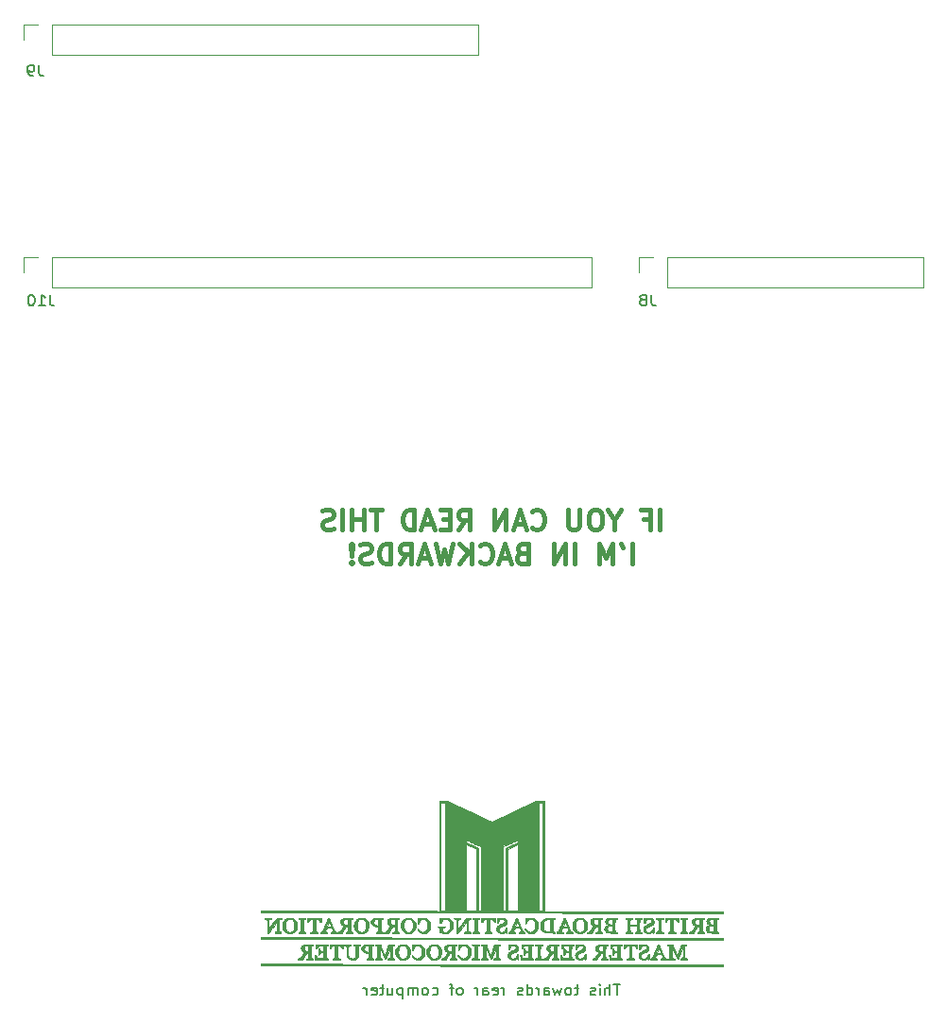
<source format=gbr>
G04 #@! TF.FileFunction,Legend,Bot*
%FSLAX46Y46*%
G04 Gerber Fmt 4.6, Leading zero omitted, Abs format (unit mm)*
G04 Created by KiCad (PCBNEW 4.0.7) date 05/07/18 10:18:10*
%MOMM*%
%LPD*%
G01*
G04 APERTURE LIST*
%ADD10C,0.100000*%
%ADD11C,0.400000*%
%ADD12C,0.120000*%
%ADD13C,0.010000*%
%ADD14C,0.150000*%
G04 APERTURE END LIST*
D10*
D11*
X156563715Y-93498286D02*
X156563715Y-91698286D01*
X155106572Y-92555429D02*
X155706572Y-92555429D01*
X155706572Y-93498286D02*
X155706572Y-91698286D01*
X154849429Y-91698286D01*
X152449428Y-92641143D02*
X152449428Y-93498286D01*
X153049428Y-91698286D02*
X152449428Y-92641143D01*
X151849428Y-91698286D01*
X150906571Y-91698286D02*
X150563714Y-91698286D01*
X150392286Y-91784000D01*
X150220857Y-91955429D01*
X150135143Y-92298286D01*
X150135143Y-92898286D01*
X150220857Y-93241143D01*
X150392286Y-93412571D01*
X150563714Y-93498286D01*
X150906571Y-93498286D01*
X151078000Y-93412571D01*
X151249429Y-93241143D01*
X151335143Y-92898286D01*
X151335143Y-92298286D01*
X151249429Y-91955429D01*
X151078000Y-91784000D01*
X150906571Y-91698286D01*
X149363715Y-91698286D02*
X149363715Y-93155429D01*
X149278000Y-93326857D01*
X149192286Y-93412571D01*
X149020857Y-93498286D01*
X148678000Y-93498286D01*
X148506572Y-93412571D01*
X148420857Y-93326857D01*
X148335143Y-93155429D01*
X148335143Y-91698286D01*
X145078000Y-93326857D02*
X145163714Y-93412571D01*
X145420857Y-93498286D01*
X145592286Y-93498286D01*
X145849429Y-93412571D01*
X146020857Y-93241143D01*
X146106572Y-93069714D01*
X146192286Y-92726857D01*
X146192286Y-92469714D01*
X146106572Y-92126857D01*
X146020857Y-91955429D01*
X145849429Y-91784000D01*
X145592286Y-91698286D01*
X145420857Y-91698286D01*
X145163714Y-91784000D01*
X145078000Y-91869714D01*
X144392286Y-92984000D02*
X143535143Y-92984000D01*
X144563714Y-93498286D02*
X143963714Y-91698286D01*
X143363714Y-93498286D01*
X142763715Y-93498286D02*
X142763715Y-91698286D01*
X141735143Y-93498286D01*
X141735143Y-91698286D01*
X138478000Y-93498286D02*
X139078000Y-92641143D01*
X139506572Y-93498286D02*
X139506572Y-91698286D01*
X138820857Y-91698286D01*
X138649429Y-91784000D01*
X138563714Y-91869714D01*
X138478000Y-92041143D01*
X138478000Y-92298286D01*
X138563714Y-92469714D01*
X138649429Y-92555429D01*
X138820857Y-92641143D01*
X139506572Y-92641143D01*
X137706572Y-92555429D02*
X137106572Y-92555429D01*
X136849429Y-93498286D02*
X137706572Y-93498286D01*
X137706572Y-91698286D01*
X136849429Y-91698286D01*
X136163715Y-92984000D02*
X135306572Y-92984000D01*
X136335143Y-93498286D02*
X135735143Y-91698286D01*
X135135143Y-93498286D01*
X134535144Y-93498286D02*
X134535144Y-91698286D01*
X134106572Y-91698286D01*
X133849429Y-91784000D01*
X133678001Y-91955429D01*
X133592286Y-92126857D01*
X133506572Y-92469714D01*
X133506572Y-92726857D01*
X133592286Y-93069714D01*
X133678001Y-93241143D01*
X133849429Y-93412571D01*
X134106572Y-93498286D01*
X134535144Y-93498286D01*
X131620857Y-91698286D02*
X130592286Y-91698286D01*
X131106572Y-93498286D02*
X131106572Y-91698286D01*
X129992286Y-93498286D02*
X129992286Y-91698286D01*
X129992286Y-92555429D02*
X128963714Y-92555429D01*
X128963714Y-93498286D02*
X128963714Y-91698286D01*
X128106572Y-93498286D02*
X128106572Y-91698286D01*
X127335143Y-93412571D02*
X127078000Y-93498286D01*
X126649429Y-93498286D01*
X126478000Y-93412571D01*
X126392286Y-93326857D01*
X126306571Y-93155429D01*
X126306571Y-92984000D01*
X126392286Y-92812571D01*
X126478000Y-92726857D01*
X126649429Y-92641143D01*
X126992286Y-92555429D01*
X127163714Y-92469714D01*
X127249429Y-92384000D01*
X127335143Y-92212571D01*
X127335143Y-92041143D01*
X127249429Y-91869714D01*
X127163714Y-91784000D01*
X126992286Y-91698286D01*
X126563714Y-91698286D01*
X126306571Y-91784000D01*
X154035144Y-96598286D02*
X154035144Y-94798286D01*
X153092286Y-94798286D02*
X153263715Y-95141143D01*
X152320858Y-96598286D02*
X152320858Y-94798286D01*
X151720858Y-96084000D01*
X151120858Y-94798286D01*
X151120858Y-96598286D01*
X148892286Y-96598286D02*
X148892286Y-94798286D01*
X148035143Y-96598286D02*
X148035143Y-94798286D01*
X147006571Y-96598286D01*
X147006571Y-94798286D01*
X144178000Y-95655429D02*
X143920857Y-95741143D01*
X143835142Y-95826857D01*
X143749428Y-95998286D01*
X143749428Y-96255429D01*
X143835142Y-96426857D01*
X143920857Y-96512571D01*
X144092285Y-96598286D01*
X144778000Y-96598286D01*
X144778000Y-94798286D01*
X144178000Y-94798286D01*
X144006571Y-94884000D01*
X143920857Y-94969714D01*
X143835142Y-95141143D01*
X143835142Y-95312571D01*
X143920857Y-95484000D01*
X144006571Y-95569714D01*
X144178000Y-95655429D01*
X144778000Y-95655429D01*
X143063714Y-96084000D02*
X142206571Y-96084000D01*
X143235142Y-96598286D02*
X142635142Y-94798286D01*
X142035142Y-96598286D01*
X140406571Y-96426857D02*
X140492285Y-96512571D01*
X140749428Y-96598286D01*
X140920857Y-96598286D01*
X141178000Y-96512571D01*
X141349428Y-96341143D01*
X141435143Y-96169714D01*
X141520857Y-95826857D01*
X141520857Y-95569714D01*
X141435143Y-95226857D01*
X141349428Y-95055429D01*
X141178000Y-94884000D01*
X140920857Y-94798286D01*
X140749428Y-94798286D01*
X140492285Y-94884000D01*
X140406571Y-94969714D01*
X139635143Y-96598286D02*
X139635143Y-94798286D01*
X138606571Y-96598286D02*
X139378000Y-95569714D01*
X138606571Y-94798286D02*
X139635143Y-95826857D01*
X138006571Y-94798286D02*
X137578000Y-96598286D01*
X137235143Y-95312571D01*
X136892285Y-96598286D01*
X136463714Y-94798286D01*
X135863714Y-96084000D02*
X135006571Y-96084000D01*
X136035142Y-96598286D02*
X135435142Y-94798286D01*
X134835142Y-96598286D01*
X133206571Y-96598286D02*
X133806571Y-95741143D01*
X134235143Y-96598286D02*
X134235143Y-94798286D01*
X133549428Y-94798286D01*
X133378000Y-94884000D01*
X133292285Y-94969714D01*
X133206571Y-95141143D01*
X133206571Y-95398286D01*
X133292285Y-95569714D01*
X133378000Y-95655429D01*
X133549428Y-95741143D01*
X134235143Y-95741143D01*
X132435143Y-96598286D02*
X132435143Y-94798286D01*
X132006571Y-94798286D01*
X131749428Y-94884000D01*
X131578000Y-95055429D01*
X131492285Y-95226857D01*
X131406571Y-95569714D01*
X131406571Y-95826857D01*
X131492285Y-96169714D01*
X131578000Y-96341143D01*
X131749428Y-96512571D01*
X132006571Y-96598286D01*
X132435143Y-96598286D01*
X130720857Y-96512571D02*
X130463714Y-96598286D01*
X130035143Y-96598286D01*
X129863714Y-96512571D01*
X129778000Y-96426857D01*
X129692285Y-96255429D01*
X129692285Y-96084000D01*
X129778000Y-95912571D01*
X129863714Y-95826857D01*
X130035143Y-95741143D01*
X130378000Y-95655429D01*
X130549428Y-95569714D01*
X130635143Y-95484000D01*
X130720857Y-95312571D01*
X130720857Y-95141143D01*
X130635143Y-94969714D01*
X130549428Y-94884000D01*
X130378000Y-94798286D01*
X129949428Y-94798286D01*
X129692285Y-94884000D01*
X128920857Y-96426857D02*
X128835142Y-96512571D01*
X128920857Y-96598286D01*
X129006571Y-96512571D01*
X128920857Y-96426857D01*
X128920857Y-96598286D01*
X128920857Y-95912571D02*
X129006571Y-94884000D01*
X128920857Y-94798286D01*
X128835142Y-94884000D01*
X128920857Y-95912571D01*
X128920857Y-94798286D01*
D12*
X180146000Y-69155000D02*
X180146000Y-71815000D01*
X157226000Y-69155000D02*
X180146000Y-69155000D01*
X157226000Y-71815000D02*
X180146000Y-71815000D01*
X157226000Y-69155000D02*
X157226000Y-71815000D01*
X155956000Y-69155000D02*
X154626000Y-69155000D01*
X154626000Y-69155000D02*
X154626000Y-70485000D01*
X140268000Y-48327000D02*
X140268000Y-50987000D01*
X102108000Y-48327000D02*
X140268000Y-48327000D01*
X102108000Y-50987000D02*
X140268000Y-50987000D01*
X102108000Y-48327000D02*
X102108000Y-50987000D01*
X100838000Y-48327000D02*
X99508000Y-48327000D01*
X99508000Y-48327000D02*
X99508000Y-49657000D01*
X150428000Y-69155000D02*
X150428000Y-71815000D01*
X102108000Y-69155000D02*
X150428000Y-69155000D01*
X102108000Y-71815000D02*
X150428000Y-71815000D01*
X102108000Y-69155000D02*
X102108000Y-71815000D01*
X100838000Y-69155000D02*
X99508000Y-69155000D01*
X99508000Y-69155000D02*
X99508000Y-70485000D01*
D13*
G36*
X120802400Y-132473145D02*
X120802400Y-132549679D01*
X124955300Y-132560853D01*
X125184991Y-132561454D01*
X125447409Y-132562109D01*
X125741417Y-132562817D01*
X126065876Y-132563575D01*
X126419647Y-132564380D01*
X126801593Y-132565231D01*
X127210575Y-132566125D01*
X127645453Y-132567061D01*
X128105091Y-132568035D01*
X128588348Y-132569046D01*
X129094087Y-132570091D01*
X129621170Y-132571168D01*
X130168457Y-132572276D01*
X130734810Y-132573411D01*
X131319091Y-132574571D01*
X131920162Y-132575755D01*
X132536883Y-132576959D01*
X133168116Y-132578183D01*
X133812724Y-132579423D01*
X134469566Y-132580677D01*
X135137505Y-132581944D01*
X135815403Y-132583220D01*
X136502120Y-132584504D01*
X137196519Y-132585793D01*
X137897460Y-132587085D01*
X138603806Y-132588379D01*
X139314418Y-132589671D01*
X140028157Y-132590959D01*
X140743885Y-132592242D01*
X141460463Y-132593516D01*
X142176753Y-132594781D01*
X142891617Y-132596033D01*
X143018934Y-132596255D01*
X143722292Y-132597485D01*
X144423452Y-132598723D01*
X145121410Y-132599965D01*
X145815166Y-132601210D01*
X146503716Y-132602457D01*
X147186059Y-132603702D01*
X147861192Y-132604944D01*
X148528113Y-132606181D01*
X149185820Y-132607410D01*
X149833311Y-132608631D01*
X150469582Y-132609840D01*
X151093633Y-132611037D01*
X151704461Y-132612218D01*
X152301063Y-132613382D01*
X152882438Y-132614527D01*
X153447583Y-132615651D01*
X153995496Y-132616751D01*
X154525175Y-132617826D01*
X155035617Y-132618875D01*
X155525820Y-132619893D01*
X155994783Y-132620881D01*
X156441502Y-132621836D01*
X156864976Y-132622755D01*
X157264202Y-132623637D01*
X157638178Y-132624479D01*
X157985903Y-132625281D01*
X158306372Y-132626039D01*
X158598586Y-132626752D01*
X158861540Y-132627417D01*
X159094234Y-132628033D01*
X159295664Y-132628598D01*
X159464828Y-132629110D01*
X159550101Y-132629389D01*
X162170534Y-132638296D01*
X162170534Y-132490526D01*
X160506834Y-132480293D01*
X160410319Y-132479776D01*
X160280807Y-132479208D01*
X160119168Y-132478590D01*
X159926270Y-132477925D01*
X159702985Y-132477213D01*
X159450182Y-132476458D01*
X159168729Y-132475660D01*
X158859497Y-132474822D01*
X158523356Y-132473945D01*
X158161175Y-132473032D01*
X157773823Y-132472084D01*
X157362171Y-132471103D01*
X156927087Y-132470091D01*
X156469442Y-132469049D01*
X155990106Y-132467980D01*
X155489947Y-132466886D01*
X154969836Y-132465767D01*
X154430641Y-132464627D01*
X153873234Y-132463467D01*
X153298482Y-132462289D01*
X152707257Y-132461094D01*
X152100427Y-132459885D01*
X151478863Y-132458663D01*
X150843433Y-132457430D01*
X150195008Y-132456188D01*
X149534457Y-132454940D01*
X148862650Y-132453686D01*
X148180456Y-132452428D01*
X147488745Y-132451169D01*
X146788386Y-132449910D01*
X146080250Y-132448654D01*
X145365206Y-132447401D01*
X144644123Y-132446154D01*
X143917872Y-132444915D01*
X143603134Y-132444383D01*
X142860690Y-132443127D01*
X142118347Y-132441860D01*
X141377132Y-132440584D01*
X140638071Y-132439302D01*
X139902192Y-132438016D01*
X139170521Y-132436726D01*
X138444086Y-132435436D01*
X137723912Y-132434147D01*
X137011028Y-132432862D01*
X136306459Y-132431582D01*
X135611233Y-132430309D01*
X134926376Y-132429045D01*
X134252916Y-132427792D01*
X133591879Y-132426553D01*
X132944292Y-132425329D01*
X132311182Y-132424122D01*
X131693576Y-132422935D01*
X131092500Y-132421768D01*
X130508982Y-132420624D01*
X129944049Y-132419506D01*
X129398726Y-132418415D01*
X128874042Y-132417353D01*
X128371023Y-132416321D01*
X127890695Y-132415323D01*
X127434086Y-132414360D01*
X127002223Y-132413434D01*
X126596132Y-132412547D01*
X126216840Y-132411701D01*
X125865374Y-132410898D01*
X125542762Y-132410140D01*
X125250029Y-132409428D01*
X124988202Y-132408766D01*
X124758310Y-132408154D01*
X124582767Y-132407658D01*
X120802401Y-132396610D01*
X120802400Y-132473145D01*
X120802400Y-132473145D01*
G37*
X120802400Y-132473145D02*
X120802400Y-132549679D01*
X124955300Y-132560853D01*
X125184991Y-132561454D01*
X125447409Y-132562109D01*
X125741417Y-132562817D01*
X126065876Y-132563575D01*
X126419647Y-132564380D01*
X126801593Y-132565231D01*
X127210575Y-132566125D01*
X127645453Y-132567061D01*
X128105091Y-132568035D01*
X128588348Y-132569046D01*
X129094087Y-132570091D01*
X129621170Y-132571168D01*
X130168457Y-132572276D01*
X130734810Y-132573411D01*
X131319091Y-132574571D01*
X131920162Y-132575755D01*
X132536883Y-132576959D01*
X133168116Y-132578183D01*
X133812724Y-132579423D01*
X134469566Y-132580677D01*
X135137505Y-132581944D01*
X135815403Y-132583220D01*
X136502120Y-132584504D01*
X137196519Y-132585793D01*
X137897460Y-132587085D01*
X138603806Y-132588379D01*
X139314418Y-132589671D01*
X140028157Y-132590959D01*
X140743885Y-132592242D01*
X141460463Y-132593516D01*
X142176753Y-132594781D01*
X142891617Y-132596033D01*
X143018934Y-132596255D01*
X143722292Y-132597485D01*
X144423452Y-132598723D01*
X145121410Y-132599965D01*
X145815166Y-132601210D01*
X146503716Y-132602457D01*
X147186059Y-132603702D01*
X147861192Y-132604944D01*
X148528113Y-132606181D01*
X149185820Y-132607410D01*
X149833311Y-132608631D01*
X150469582Y-132609840D01*
X151093633Y-132611037D01*
X151704461Y-132612218D01*
X152301063Y-132613382D01*
X152882438Y-132614527D01*
X153447583Y-132615651D01*
X153995496Y-132616751D01*
X154525175Y-132617826D01*
X155035617Y-132618875D01*
X155525820Y-132619893D01*
X155994783Y-132620881D01*
X156441502Y-132621836D01*
X156864976Y-132622755D01*
X157264202Y-132623637D01*
X157638178Y-132624479D01*
X157985903Y-132625281D01*
X158306372Y-132626039D01*
X158598586Y-132626752D01*
X158861540Y-132627417D01*
X159094234Y-132628033D01*
X159295664Y-132628598D01*
X159464828Y-132629110D01*
X159550101Y-132629389D01*
X162170534Y-132638296D01*
X162170534Y-132490526D01*
X160506834Y-132480293D01*
X160410319Y-132479776D01*
X160280807Y-132479208D01*
X160119168Y-132478590D01*
X159926270Y-132477925D01*
X159702985Y-132477213D01*
X159450182Y-132476458D01*
X159168729Y-132475660D01*
X158859497Y-132474822D01*
X158523356Y-132473945D01*
X158161175Y-132473032D01*
X157773823Y-132472084D01*
X157362171Y-132471103D01*
X156927087Y-132470091D01*
X156469442Y-132469049D01*
X155990106Y-132467980D01*
X155489947Y-132466886D01*
X154969836Y-132465767D01*
X154430641Y-132464627D01*
X153873234Y-132463467D01*
X153298482Y-132462289D01*
X152707257Y-132461094D01*
X152100427Y-132459885D01*
X151478863Y-132458663D01*
X150843433Y-132457430D01*
X150195008Y-132456188D01*
X149534457Y-132454940D01*
X148862650Y-132453686D01*
X148180456Y-132452428D01*
X147488745Y-132451169D01*
X146788386Y-132449910D01*
X146080250Y-132448654D01*
X145365206Y-132447401D01*
X144644123Y-132446154D01*
X143917872Y-132444915D01*
X143603134Y-132444383D01*
X142860690Y-132443127D01*
X142118347Y-132441860D01*
X141377132Y-132440584D01*
X140638071Y-132439302D01*
X139902192Y-132438016D01*
X139170521Y-132436726D01*
X138444086Y-132435436D01*
X137723912Y-132434147D01*
X137011028Y-132432862D01*
X136306459Y-132431582D01*
X135611233Y-132430309D01*
X134926376Y-132429045D01*
X134252916Y-132427792D01*
X133591879Y-132426553D01*
X132944292Y-132425329D01*
X132311182Y-132424122D01*
X131693576Y-132422935D01*
X131092500Y-132421768D01*
X130508982Y-132420624D01*
X129944049Y-132419506D01*
X129398726Y-132418415D01*
X128874042Y-132417353D01*
X128371023Y-132416321D01*
X127890695Y-132415323D01*
X127434086Y-132414360D01*
X127002223Y-132413434D01*
X126596132Y-132412547D01*
X126216840Y-132411701D01*
X125865374Y-132410898D01*
X125542762Y-132410140D01*
X125250029Y-132409428D01*
X124988202Y-132408766D01*
X124758310Y-132408154D01*
X124582767Y-132407658D01*
X120802401Y-132396610D01*
X120802400Y-132473145D01*
G36*
X155077964Y-130643725D02*
X154987492Y-130656522D01*
X154912393Y-130677205D01*
X154893654Y-130685339D01*
X154847681Y-130705807D01*
X154820896Y-130709864D01*
X154803632Y-130698823D01*
X154802680Y-130697700D01*
X154772593Y-130680614D01*
X154734727Y-130674533D01*
X154686000Y-130674533D01*
X154686000Y-131114800D01*
X154734120Y-131114800D01*
X154765772Y-131110484D01*
X154785351Y-131091603D01*
X154801414Y-131049257D01*
X154803320Y-131042833D01*
X154843969Y-130940367D01*
X154899406Y-130852785D01*
X154963802Y-130789115D01*
X154969923Y-130784809D01*
X155021314Y-130757000D01*
X155077894Y-130744393D01*
X155128992Y-130742267D01*
X155188102Y-130744620D01*
X155228214Y-130755250D01*
X155264071Y-130779516D01*
X155285928Y-130799300D01*
X155325219Y-130842312D01*
X155342910Y-130882082D01*
X155346337Y-130922066D01*
X155338915Y-130986266D01*
X155314420Y-131041025D01*
X155269302Y-131089561D01*
X155200014Y-131135090D01*
X155103009Y-131180832D01*
X155028549Y-131210273D01*
X154897642Y-131264048D01*
X154797014Y-131316891D01*
X154723362Y-131372239D01*
X154673379Y-131433529D01*
X154643762Y-131504198D01*
X154631206Y-131587683D01*
X154630220Y-131624560D01*
X154643112Y-131737516D01*
X154683299Y-131832297D01*
X154753050Y-131913547D01*
X154783795Y-131938832D01*
X154851804Y-131982851D01*
X154923224Y-132010654D01*
X155008073Y-132025007D01*
X155109334Y-132028704D01*
X155202414Y-132023740D01*
X155281119Y-132007089D01*
X155337934Y-131986496D01*
X155394154Y-131964556D01*
X155427930Y-131955871D01*
X155447476Y-131959313D01*
X155458334Y-131969965D01*
X155488788Y-131989687D01*
X155519618Y-131995333D01*
X155548869Y-131989990D01*
X155564582Y-131967672D01*
X155572599Y-131931833D01*
X155577260Y-131886620D01*
X155580902Y-131819036D01*
X155582990Y-131740575D01*
X155583281Y-131703233D01*
X155583467Y-131538133D01*
X155536642Y-131538133D01*
X155507328Y-131542289D01*
X155486974Y-131560110D01*
X155468245Y-131599627D01*
X155460014Y-131622045D01*
X155405018Y-131737770D01*
X155332500Y-131827752D01*
X155244840Y-131890045D01*
X155144417Y-131922699D01*
X155087326Y-131927322D01*
X154987910Y-131916230D01*
X154913073Y-131882759D01*
X154863596Y-131827564D01*
X154840256Y-131751300D01*
X154838400Y-131717877D01*
X154849622Y-131635227D01*
X154885147Y-131566831D01*
X154947764Y-131509538D01*
X155040263Y-131460200D01*
X155081042Y-131443919D01*
X155199670Y-131398066D01*
X155290809Y-131358889D01*
X155359532Y-131323750D01*
X155410910Y-131290010D01*
X155450014Y-131255029D01*
X155455540Y-131249063D01*
X155516357Y-131158507D01*
X155545396Y-131058882D01*
X155542163Y-130954088D01*
X155506193Y-130848076D01*
X155451359Y-130769025D01*
X155376455Y-130703252D01*
X155291817Y-130658870D01*
X155250725Y-130647539D01*
X155170233Y-130640252D01*
X155077964Y-130643725D01*
X155077964Y-130643725D01*
G37*
X155077964Y-130643725D02*
X154987492Y-130656522D01*
X154912393Y-130677205D01*
X154893654Y-130685339D01*
X154847681Y-130705807D01*
X154820896Y-130709864D01*
X154803632Y-130698823D01*
X154802680Y-130697700D01*
X154772593Y-130680614D01*
X154734727Y-130674533D01*
X154686000Y-130674533D01*
X154686000Y-131114800D01*
X154734120Y-131114800D01*
X154765772Y-131110484D01*
X154785351Y-131091603D01*
X154801414Y-131049257D01*
X154803320Y-131042833D01*
X154843969Y-130940367D01*
X154899406Y-130852785D01*
X154963802Y-130789115D01*
X154969923Y-130784809D01*
X155021314Y-130757000D01*
X155077894Y-130744393D01*
X155128992Y-130742267D01*
X155188102Y-130744620D01*
X155228214Y-130755250D01*
X155264071Y-130779516D01*
X155285928Y-130799300D01*
X155325219Y-130842312D01*
X155342910Y-130882082D01*
X155346337Y-130922066D01*
X155338915Y-130986266D01*
X155314420Y-131041025D01*
X155269302Y-131089561D01*
X155200014Y-131135090D01*
X155103009Y-131180832D01*
X155028549Y-131210273D01*
X154897642Y-131264048D01*
X154797014Y-131316891D01*
X154723362Y-131372239D01*
X154673379Y-131433529D01*
X154643762Y-131504198D01*
X154631206Y-131587683D01*
X154630220Y-131624560D01*
X154643112Y-131737516D01*
X154683299Y-131832297D01*
X154753050Y-131913547D01*
X154783795Y-131938832D01*
X154851804Y-131982851D01*
X154923224Y-132010654D01*
X155008073Y-132025007D01*
X155109334Y-132028704D01*
X155202414Y-132023740D01*
X155281119Y-132007089D01*
X155337934Y-131986496D01*
X155394154Y-131964556D01*
X155427930Y-131955871D01*
X155447476Y-131959313D01*
X155458334Y-131969965D01*
X155488788Y-131989687D01*
X155519618Y-131995333D01*
X155548869Y-131989990D01*
X155564582Y-131967672D01*
X155572599Y-131931833D01*
X155577260Y-131886620D01*
X155580902Y-131819036D01*
X155582990Y-131740575D01*
X155583281Y-131703233D01*
X155583467Y-131538133D01*
X155536642Y-131538133D01*
X155507328Y-131542289D01*
X155486974Y-131560110D01*
X155468245Y-131599627D01*
X155460014Y-131622045D01*
X155405018Y-131737770D01*
X155332500Y-131827752D01*
X155244840Y-131890045D01*
X155144417Y-131922699D01*
X155087326Y-131927322D01*
X154987910Y-131916230D01*
X154913073Y-131882759D01*
X154863596Y-131827564D01*
X154840256Y-131751300D01*
X154838400Y-131717877D01*
X154849622Y-131635227D01*
X154885147Y-131566831D01*
X154947764Y-131509538D01*
X155040263Y-131460200D01*
X155081042Y-131443919D01*
X155199670Y-131398066D01*
X155290809Y-131358889D01*
X155359532Y-131323750D01*
X155410910Y-131290010D01*
X155450014Y-131255029D01*
X155455540Y-131249063D01*
X155516357Y-131158507D01*
X155545396Y-131058882D01*
X155542163Y-130954088D01*
X155506193Y-130848076D01*
X155451359Y-130769025D01*
X155376455Y-130703252D01*
X155291817Y-130658870D01*
X155250725Y-130647539D01*
X155170233Y-130640252D01*
X155077964Y-130643725D01*
G36*
X149388364Y-130643725D02*
X149297892Y-130656522D01*
X149222793Y-130677205D01*
X149204054Y-130685339D01*
X149158081Y-130705807D01*
X149131296Y-130709864D01*
X149114032Y-130698823D01*
X149113080Y-130697700D01*
X149082993Y-130680614D01*
X149045127Y-130674533D01*
X148996400Y-130674533D01*
X148996400Y-131114800D01*
X149044520Y-131114800D01*
X149076172Y-131110484D01*
X149095751Y-131091603D01*
X149111814Y-131049257D01*
X149113720Y-131042833D01*
X149154369Y-130940367D01*
X149209806Y-130852785D01*
X149274202Y-130789115D01*
X149280323Y-130784809D01*
X149331714Y-130757000D01*
X149388294Y-130744393D01*
X149439392Y-130742267D01*
X149498502Y-130744620D01*
X149538614Y-130755250D01*
X149574471Y-130779516D01*
X149596328Y-130799300D01*
X149635619Y-130842312D01*
X149653310Y-130882082D01*
X149656737Y-130922066D01*
X149649315Y-130986266D01*
X149624820Y-131041025D01*
X149579702Y-131089561D01*
X149510414Y-131135090D01*
X149413409Y-131180832D01*
X149338949Y-131210273D01*
X149208042Y-131264048D01*
X149107414Y-131316891D01*
X149033762Y-131372239D01*
X148983779Y-131433529D01*
X148954162Y-131504198D01*
X148941606Y-131587683D01*
X148940620Y-131624560D01*
X148953512Y-131737516D01*
X148993699Y-131832297D01*
X149063450Y-131913547D01*
X149094195Y-131938832D01*
X149162204Y-131982851D01*
X149233624Y-132010654D01*
X149318473Y-132025007D01*
X149419734Y-132028704D01*
X149512814Y-132023740D01*
X149591519Y-132007089D01*
X149648334Y-131986496D01*
X149704554Y-131964556D01*
X149738330Y-131955871D01*
X149757876Y-131959313D01*
X149768734Y-131969965D01*
X149799188Y-131989687D01*
X149830018Y-131995333D01*
X149859269Y-131989990D01*
X149874982Y-131967672D01*
X149882999Y-131931833D01*
X149887660Y-131886620D01*
X149891302Y-131819036D01*
X149893390Y-131740575D01*
X149893681Y-131703233D01*
X149893867Y-131538133D01*
X149847042Y-131538133D01*
X149817728Y-131542289D01*
X149797374Y-131560110D01*
X149778645Y-131599627D01*
X149770414Y-131622045D01*
X149715418Y-131737770D01*
X149642900Y-131827752D01*
X149555240Y-131890045D01*
X149454817Y-131922699D01*
X149397726Y-131927322D01*
X149298310Y-131916230D01*
X149223473Y-131882759D01*
X149173996Y-131827564D01*
X149150656Y-131751300D01*
X149148800Y-131717877D01*
X149160022Y-131635227D01*
X149195547Y-131566831D01*
X149258164Y-131509538D01*
X149350663Y-131460200D01*
X149391442Y-131443919D01*
X149510070Y-131398066D01*
X149601209Y-131358889D01*
X149669932Y-131323750D01*
X149721310Y-131290010D01*
X149760414Y-131255029D01*
X149765940Y-131249063D01*
X149826757Y-131158507D01*
X149855796Y-131058882D01*
X149852563Y-130954088D01*
X149816593Y-130848076D01*
X149761759Y-130769025D01*
X149686855Y-130703252D01*
X149602217Y-130658870D01*
X149561125Y-130647539D01*
X149480633Y-130640252D01*
X149388364Y-130643725D01*
X149388364Y-130643725D01*
G37*
X149388364Y-130643725D02*
X149297892Y-130656522D01*
X149222793Y-130677205D01*
X149204054Y-130685339D01*
X149158081Y-130705807D01*
X149131296Y-130709864D01*
X149114032Y-130698823D01*
X149113080Y-130697700D01*
X149082993Y-130680614D01*
X149045127Y-130674533D01*
X148996400Y-130674533D01*
X148996400Y-131114800D01*
X149044520Y-131114800D01*
X149076172Y-131110484D01*
X149095751Y-131091603D01*
X149111814Y-131049257D01*
X149113720Y-131042833D01*
X149154369Y-130940367D01*
X149209806Y-130852785D01*
X149274202Y-130789115D01*
X149280323Y-130784809D01*
X149331714Y-130757000D01*
X149388294Y-130744393D01*
X149439392Y-130742267D01*
X149498502Y-130744620D01*
X149538614Y-130755250D01*
X149574471Y-130779516D01*
X149596328Y-130799300D01*
X149635619Y-130842312D01*
X149653310Y-130882082D01*
X149656737Y-130922066D01*
X149649315Y-130986266D01*
X149624820Y-131041025D01*
X149579702Y-131089561D01*
X149510414Y-131135090D01*
X149413409Y-131180832D01*
X149338949Y-131210273D01*
X149208042Y-131264048D01*
X149107414Y-131316891D01*
X149033762Y-131372239D01*
X148983779Y-131433529D01*
X148954162Y-131504198D01*
X148941606Y-131587683D01*
X148940620Y-131624560D01*
X148953512Y-131737516D01*
X148993699Y-131832297D01*
X149063450Y-131913547D01*
X149094195Y-131938832D01*
X149162204Y-131982851D01*
X149233624Y-132010654D01*
X149318473Y-132025007D01*
X149419734Y-132028704D01*
X149512814Y-132023740D01*
X149591519Y-132007089D01*
X149648334Y-131986496D01*
X149704554Y-131964556D01*
X149738330Y-131955871D01*
X149757876Y-131959313D01*
X149768734Y-131969965D01*
X149799188Y-131989687D01*
X149830018Y-131995333D01*
X149859269Y-131989990D01*
X149874982Y-131967672D01*
X149882999Y-131931833D01*
X149887660Y-131886620D01*
X149891302Y-131819036D01*
X149893390Y-131740575D01*
X149893681Y-131703233D01*
X149893867Y-131538133D01*
X149847042Y-131538133D01*
X149817728Y-131542289D01*
X149797374Y-131560110D01*
X149778645Y-131599627D01*
X149770414Y-131622045D01*
X149715418Y-131737770D01*
X149642900Y-131827752D01*
X149555240Y-131890045D01*
X149454817Y-131922699D01*
X149397726Y-131927322D01*
X149298310Y-131916230D01*
X149223473Y-131882759D01*
X149173996Y-131827564D01*
X149150656Y-131751300D01*
X149148800Y-131717877D01*
X149160022Y-131635227D01*
X149195547Y-131566831D01*
X149258164Y-131509538D01*
X149350663Y-131460200D01*
X149391442Y-131443919D01*
X149510070Y-131398066D01*
X149601209Y-131358889D01*
X149669932Y-131323750D01*
X149721310Y-131290010D01*
X149760414Y-131255029D01*
X149765940Y-131249063D01*
X149826757Y-131158507D01*
X149855796Y-131058882D01*
X149852563Y-130954088D01*
X149816593Y-130848076D01*
X149761759Y-130769025D01*
X149686855Y-130703252D01*
X149602217Y-130658870D01*
X149561125Y-130647539D01*
X149480633Y-130640252D01*
X149388364Y-130643725D01*
G36*
X143360097Y-130643725D02*
X143269626Y-130656522D01*
X143194526Y-130677205D01*
X143175787Y-130685339D01*
X143129814Y-130705807D01*
X143103030Y-130709864D01*
X143085765Y-130698823D01*
X143084814Y-130697700D01*
X143054727Y-130680614D01*
X143016860Y-130674533D01*
X142968134Y-130674533D01*
X142968134Y-131114800D01*
X143016253Y-131114800D01*
X143047905Y-131110484D01*
X143067484Y-131091603D01*
X143083547Y-131049257D01*
X143085453Y-131042833D01*
X143126102Y-130940367D01*
X143181540Y-130852785D01*
X143245935Y-130789115D01*
X143252056Y-130784809D01*
X143303448Y-130757000D01*
X143360027Y-130744393D01*
X143411126Y-130742267D01*
X143470235Y-130744620D01*
X143510347Y-130755250D01*
X143546205Y-130779516D01*
X143568061Y-130799300D01*
X143607353Y-130842312D01*
X143625043Y-130882082D01*
X143628471Y-130922066D01*
X143621049Y-130986266D01*
X143596553Y-131041025D01*
X143551435Y-131089561D01*
X143482147Y-131135090D01*
X143385142Y-131180832D01*
X143310682Y-131210273D01*
X143179775Y-131264048D01*
X143079148Y-131316891D01*
X143005495Y-131372239D01*
X142955512Y-131433529D01*
X142925895Y-131504198D01*
X142913339Y-131587683D01*
X142912353Y-131624560D01*
X142925245Y-131737516D01*
X142965432Y-131832297D01*
X143035183Y-131913547D01*
X143065928Y-131938832D01*
X143133937Y-131982851D01*
X143205357Y-132010654D01*
X143290206Y-132025007D01*
X143391467Y-132028704D01*
X143484547Y-132023740D01*
X143563253Y-132007089D01*
X143620067Y-131986496D01*
X143676288Y-131964556D01*
X143710063Y-131955871D01*
X143729610Y-131959313D01*
X143740467Y-131969965D01*
X143770921Y-131989687D01*
X143801752Y-131995333D01*
X143831002Y-131989990D01*
X143846715Y-131967672D01*
X143854732Y-131931833D01*
X143859393Y-131886620D01*
X143863036Y-131819036D01*
X143865123Y-131740575D01*
X143865414Y-131703233D01*
X143865600Y-131538133D01*
X143818775Y-131538133D01*
X143789461Y-131542289D01*
X143769107Y-131560110D01*
X143750378Y-131599627D01*
X143742147Y-131622045D01*
X143687151Y-131737770D01*
X143614634Y-131827752D01*
X143526974Y-131890045D01*
X143426550Y-131922699D01*
X143369460Y-131927322D01*
X143270043Y-131916230D01*
X143195207Y-131882759D01*
X143145729Y-131827564D01*
X143122389Y-131751300D01*
X143120534Y-131717877D01*
X143131756Y-131635227D01*
X143167281Y-131566831D01*
X143229898Y-131509538D01*
X143322396Y-131460200D01*
X143363175Y-131443919D01*
X143481803Y-131398066D01*
X143572943Y-131358889D01*
X143641665Y-131323750D01*
X143693043Y-131290010D01*
X143732147Y-131255029D01*
X143737673Y-131249063D01*
X143798491Y-131158507D01*
X143827529Y-131058882D01*
X143824296Y-130954088D01*
X143788327Y-130848076D01*
X143733493Y-130769025D01*
X143658588Y-130703252D01*
X143573950Y-130658870D01*
X143532858Y-130647539D01*
X143452366Y-130640252D01*
X143360097Y-130643725D01*
X143360097Y-130643725D01*
G37*
X143360097Y-130643725D02*
X143269626Y-130656522D01*
X143194526Y-130677205D01*
X143175787Y-130685339D01*
X143129814Y-130705807D01*
X143103030Y-130709864D01*
X143085765Y-130698823D01*
X143084814Y-130697700D01*
X143054727Y-130680614D01*
X143016860Y-130674533D01*
X142968134Y-130674533D01*
X142968134Y-131114800D01*
X143016253Y-131114800D01*
X143047905Y-131110484D01*
X143067484Y-131091603D01*
X143083547Y-131049257D01*
X143085453Y-131042833D01*
X143126102Y-130940367D01*
X143181540Y-130852785D01*
X143245935Y-130789115D01*
X143252056Y-130784809D01*
X143303448Y-130757000D01*
X143360027Y-130744393D01*
X143411126Y-130742267D01*
X143470235Y-130744620D01*
X143510347Y-130755250D01*
X143546205Y-130779516D01*
X143568061Y-130799300D01*
X143607353Y-130842312D01*
X143625043Y-130882082D01*
X143628471Y-130922066D01*
X143621049Y-130986266D01*
X143596553Y-131041025D01*
X143551435Y-131089561D01*
X143482147Y-131135090D01*
X143385142Y-131180832D01*
X143310682Y-131210273D01*
X143179775Y-131264048D01*
X143079148Y-131316891D01*
X143005495Y-131372239D01*
X142955512Y-131433529D01*
X142925895Y-131504198D01*
X142913339Y-131587683D01*
X142912353Y-131624560D01*
X142925245Y-131737516D01*
X142965432Y-131832297D01*
X143035183Y-131913547D01*
X143065928Y-131938832D01*
X143133937Y-131982851D01*
X143205357Y-132010654D01*
X143290206Y-132025007D01*
X143391467Y-132028704D01*
X143484547Y-132023740D01*
X143563253Y-132007089D01*
X143620067Y-131986496D01*
X143676288Y-131964556D01*
X143710063Y-131955871D01*
X143729610Y-131959313D01*
X143740467Y-131969965D01*
X143770921Y-131989687D01*
X143801752Y-131995333D01*
X143831002Y-131989990D01*
X143846715Y-131967672D01*
X143854732Y-131931833D01*
X143859393Y-131886620D01*
X143863036Y-131819036D01*
X143865123Y-131740575D01*
X143865414Y-131703233D01*
X143865600Y-131538133D01*
X143818775Y-131538133D01*
X143789461Y-131542289D01*
X143769107Y-131560110D01*
X143750378Y-131599627D01*
X143742147Y-131622045D01*
X143687151Y-131737770D01*
X143614634Y-131827752D01*
X143526974Y-131890045D01*
X143426550Y-131922699D01*
X143369460Y-131927322D01*
X143270043Y-131916230D01*
X143195207Y-131882759D01*
X143145729Y-131827564D01*
X143122389Y-131751300D01*
X143120534Y-131717877D01*
X143131756Y-131635227D01*
X143167281Y-131566831D01*
X143229898Y-131509538D01*
X143322396Y-131460200D01*
X143363175Y-131443919D01*
X143481803Y-131398066D01*
X143572943Y-131358889D01*
X143641665Y-131323750D01*
X143693043Y-131290010D01*
X143732147Y-131255029D01*
X143737673Y-131249063D01*
X143798491Y-131158507D01*
X143827529Y-131058882D01*
X143824296Y-130954088D01*
X143788327Y-130848076D01*
X143733493Y-130769025D01*
X143658588Y-130703252D01*
X143573950Y-130658870D01*
X143532858Y-130647539D01*
X143452366Y-130640252D01*
X143360097Y-130643725D01*
G36*
X138866712Y-130649935D02*
X138803969Y-130653146D01*
X138758339Y-130659976D01*
X138721455Y-130671635D01*
X138687900Y-130687748D01*
X138643486Y-130709683D01*
X138619511Y-130715024D01*
X138607653Y-130705056D01*
X138605655Y-130700448D01*
X138580971Y-130680626D01*
X138538255Y-130674533D01*
X138480801Y-130674533D01*
X138480801Y-131148667D01*
X138528508Y-131148667D01*
X138556874Y-131145290D01*
X138576039Y-131129932D01*
X138592542Y-131094753D01*
X138605204Y-131056704D01*
X138643074Y-130964163D01*
X138693553Y-130879780D01*
X138750560Y-130812299D01*
X138802270Y-130773325D01*
X138879305Y-130748510D01*
X138969384Y-130743091D01*
X139057863Y-130756959D01*
X139106189Y-130775549D01*
X139185977Y-130832656D01*
X139256761Y-130914451D01*
X139310960Y-131011784D01*
X139319355Y-131032884D01*
X139335137Y-131083682D01*
X139345300Y-131139889D01*
X139350856Y-131210366D01*
X139352817Y-131303974D01*
X139352867Y-131326467D01*
X139352262Y-131415313D01*
X139349484Y-131479400D01*
X139343095Y-131527828D01*
X139331651Y-131569698D01*
X139313713Y-131614108D01*
X139303898Y-131635700D01*
X139244899Y-131734872D01*
X139169567Y-131817845D01*
X139085403Y-131876777D01*
X139063674Y-131886912D01*
X138989694Y-131905261D01*
X138900472Y-131909376D01*
X138811311Y-131899648D01*
X138742322Y-131878728D01*
X138688557Y-131845034D01*
X138632074Y-131795195D01*
X138581854Y-131738750D01*
X138546881Y-131685237D01*
X138537606Y-131661354D01*
X138516372Y-131629781D01*
X138479394Y-131625304D01*
X138446934Y-131639569D01*
X138434944Y-131652656D01*
X138435856Y-131674206D01*
X138451317Y-131711991D01*
X138470243Y-131749503D01*
X138541107Y-131855067D01*
X138634243Y-131938584D01*
X138705638Y-131981695D01*
X138775231Y-132006047D01*
X138866765Y-132021401D01*
X138969460Y-132027489D01*
X139072535Y-132024041D01*
X139165208Y-132010791D01*
X139220753Y-131994516D01*
X139333067Y-131932599D01*
X139433056Y-131842207D01*
X139516113Y-131727842D01*
X139540932Y-131681767D01*
X139573280Y-131611517D01*
X139593228Y-131551942D01*
X139604597Y-131488089D01*
X139611085Y-131407177D01*
X139608334Y-131239596D01*
X139579214Y-131091938D01*
X139522920Y-130961913D01*
X139438648Y-130847234D01*
X139400803Y-130808789D01*
X139327326Y-130744614D01*
X139259373Y-130699800D01*
X139188001Y-130671144D01*
X139104271Y-130655445D01*
X138999239Y-130649502D01*
X138954934Y-130649133D01*
X138866712Y-130649935D01*
X138866712Y-130649935D01*
G37*
X138866712Y-130649935D02*
X138803969Y-130653146D01*
X138758339Y-130659976D01*
X138721455Y-130671635D01*
X138687900Y-130687748D01*
X138643486Y-130709683D01*
X138619511Y-130715024D01*
X138607653Y-130705056D01*
X138605655Y-130700448D01*
X138580971Y-130680626D01*
X138538255Y-130674533D01*
X138480801Y-130674533D01*
X138480801Y-131148667D01*
X138528508Y-131148667D01*
X138556874Y-131145290D01*
X138576039Y-131129932D01*
X138592542Y-131094753D01*
X138605204Y-131056704D01*
X138643074Y-130964163D01*
X138693553Y-130879780D01*
X138750560Y-130812299D01*
X138802270Y-130773325D01*
X138879305Y-130748510D01*
X138969384Y-130743091D01*
X139057863Y-130756959D01*
X139106189Y-130775549D01*
X139185977Y-130832656D01*
X139256761Y-130914451D01*
X139310960Y-131011784D01*
X139319355Y-131032884D01*
X139335137Y-131083682D01*
X139345300Y-131139889D01*
X139350856Y-131210366D01*
X139352817Y-131303974D01*
X139352867Y-131326467D01*
X139352262Y-131415313D01*
X139349484Y-131479400D01*
X139343095Y-131527828D01*
X139331651Y-131569698D01*
X139313713Y-131614108D01*
X139303898Y-131635700D01*
X139244899Y-131734872D01*
X139169567Y-131817845D01*
X139085403Y-131876777D01*
X139063674Y-131886912D01*
X138989694Y-131905261D01*
X138900472Y-131909376D01*
X138811311Y-131899648D01*
X138742322Y-131878728D01*
X138688557Y-131845034D01*
X138632074Y-131795195D01*
X138581854Y-131738750D01*
X138546881Y-131685237D01*
X138537606Y-131661354D01*
X138516372Y-131629781D01*
X138479394Y-131625304D01*
X138446934Y-131639569D01*
X138434944Y-131652656D01*
X138435856Y-131674206D01*
X138451317Y-131711991D01*
X138470243Y-131749503D01*
X138541107Y-131855067D01*
X138634243Y-131938584D01*
X138705638Y-131981695D01*
X138775231Y-132006047D01*
X138866765Y-132021401D01*
X138969460Y-132027489D01*
X139072535Y-132024041D01*
X139165208Y-132010791D01*
X139220753Y-131994516D01*
X139333067Y-131932599D01*
X139433056Y-131842207D01*
X139516113Y-131727842D01*
X139540932Y-131681767D01*
X139573280Y-131611517D01*
X139593228Y-131551942D01*
X139604597Y-131488089D01*
X139611085Y-131407177D01*
X139608334Y-131239596D01*
X139579214Y-131091938D01*
X139522920Y-130961913D01*
X139438648Y-130847234D01*
X139400803Y-130808789D01*
X139327326Y-130744614D01*
X139259373Y-130699800D01*
X139188001Y-130671144D01*
X139104271Y-130655445D01*
X138999239Y-130649502D01*
X138954934Y-130649133D01*
X138866712Y-130649935D01*
G36*
X136296401Y-130649744D02*
X136180773Y-130653420D01*
X136089682Y-130665745D01*
X136014240Y-130689896D01*
X135945561Y-130729052D01*
X135874760Y-130786391D01*
X135849854Y-130809429D01*
X135753660Y-130923036D01*
X135685963Y-131054781D01*
X135646927Y-131204245D01*
X135636414Y-131349945D01*
X135652556Y-131504146D01*
X135698206Y-131646084D01*
X135771284Y-131772276D01*
X135869709Y-131879243D01*
X135991400Y-131963502D01*
X136008534Y-131972462D01*
X136056517Y-131994629D01*
X136101649Y-132009083D01*
X136154104Y-132017785D01*
X136224058Y-132022695D01*
X136279467Y-132024661D01*
X136370267Y-132025837D01*
X136437640Y-132022512D01*
X136491853Y-132013600D01*
X136543173Y-131998017D01*
X136547866Y-131996300D01*
X136602828Y-131974912D01*
X136644265Y-131954464D01*
X136682395Y-131928264D01*
X136727436Y-131889623D01*
X136767747Y-131852339D01*
X136843106Y-131763241D01*
X136905561Y-131652978D01*
X136948546Y-131533652D01*
X136954679Y-131507667D01*
X136972308Y-131356828D01*
X136712798Y-131356828D01*
X136706985Y-131472995D01*
X136692618Y-131575340D01*
X136679194Y-131627421D01*
X136642983Y-131708019D01*
X136590984Y-131786310D01*
X136530796Y-131852797D01*
X136470017Y-131897982D01*
X136458073Y-131903796D01*
X136393321Y-131920617D01*
X136312265Y-131926275D01*
X136229999Y-131920955D01*
X136161618Y-131904839D01*
X136150348Y-131900060D01*
X136082838Y-131853899D01*
X136017221Y-131784389D01*
X135961743Y-131701444D01*
X135932307Y-131637894D01*
X135912896Y-131560807D01*
X135900908Y-131461314D01*
X135896390Y-131350063D01*
X135899390Y-131237701D01*
X135909955Y-131134877D01*
X135928135Y-131052239D01*
X135929649Y-131047619D01*
X135981824Y-130931894D01*
X136051382Y-130839176D01*
X136107573Y-130791398D01*
X136169133Y-130763883D01*
X136249958Y-130747352D01*
X136336852Y-130743120D01*
X136416622Y-130752500D01*
X136438106Y-130758465D01*
X136500261Y-130792919D01*
X136563789Y-130851634D01*
X136621467Y-130926114D01*
X136666068Y-131007864D01*
X136678955Y-131041685D01*
X136698778Y-131129544D01*
X136710060Y-131238468D01*
X136712798Y-131356828D01*
X136972308Y-131356828D01*
X136973078Y-131350248D01*
X136961828Y-131198901D01*
X136922665Y-131057462D01*
X136857321Y-130929770D01*
X136767530Y-130819662D01*
X136655026Y-130730977D01*
X136587233Y-130694183D01*
X136541605Y-130674277D01*
X136500253Y-130661288D01*
X136453947Y-130653804D01*
X136393456Y-130650415D01*
X136309549Y-130649712D01*
X136296401Y-130649744D01*
X136296401Y-130649744D01*
G37*
X136296401Y-130649744D02*
X136180773Y-130653420D01*
X136089682Y-130665745D01*
X136014240Y-130689896D01*
X135945561Y-130729052D01*
X135874760Y-130786391D01*
X135849854Y-130809429D01*
X135753660Y-130923036D01*
X135685963Y-131054781D01*
X135646927Y-131204245D01*
X135636414Y-131349945D01*
X135652556Y-131504146D01*
X135698206Y-131646084D01*
X135771284Y-131772276D01*
X135869709Y-131879243D01*
X135991400Y-131963502D01*
X136008534Y-131972462D01*
X136056517Y-131994629D01*
X136101649Y-132009083D01*
X136154104Y-132017785D01*
X136224058Y-132022695D01*
X136279467Y-132024661D01*
X136370267Y-132025837D01*
X136437640Y-132022512D01*
X136491853Y-132013600D01*
X136543173Y-131998017D01*
X136547866Y-131996300D01*
X136602828Y-131974912D01*
X136644265Y-131954464D01*
X136682395Y-131928264D01*
X136727436Y-131889623D01*
X136767747Y-131852339D01*
X136843106Y-131763241D01*
X136905561Y-131652978D01*
X136948546Y-131533652D01*
X136954679Y-131507667D01*
X136972308Y-131356828D01*
X136712798Y-131356828D01*
X136706985Y-131472995D01*
X136692618Y-131575340D01*
X136679194Y-131627421D01*
X136642983Y-131708019D01*
X136590984Y-131786310D01*
X136530796Y-131852797D01*
X136470017Y-131897982D01*
X136458073Y-131903796D01*
X136393321Y-131920617D01*
X136312265Y-131926275D01*
X136229999Y-131920955D01*
X136161618Y-131904839D01*
X136150348Y-131900060D01*
X136082838Y-131853899D01*
X136017221Y-131784389D01*
X135961743Y-131701444D01*
X135932307Y-131637894D01*
X135912896Y-131560807D01*
X135900908Y-131461314D01*
X135896390Y-131350063D01*
X135899390Y-131237701D01*
X135909955Y-131134877D01*
X135928135Y-131052239D01*
X135929649Y-131047619D01*
X135981824Y-130931894D01*
X136051382Y-130839176D01*
X136107573Y-130791398D01*
X136169133Y-130763883D01*
X136249958Y-130747352D01*
X136336852Y-130743120D01*
X136416622Y-130752500D01*
X136438106Y-130758465D01*
X136500261Y-130792919D01*
X136563789Y-130851634D01*
X136621467Y-130926114D01*
X136666068Y-131007864D01*
X136678955Y-131041685D01*
X136698778Y-131129544D01*
X136710060Y-131238468D01*
X136712798Y-131356828D01*
X136972308Y-131356828D01*
X136973078Y-131350248D01*
X136961828Y-131198901D01*
X136922665Y-131057462D01*
X136857321Y-130929770D01*
X136767530Y-130819662D01*
X136655026Y-130730977D01*
X136587233Y-130694183D01*
X136541605Y-130674277D01*
X136500253Y-130661288D01*
X136453947Y-130653804D01*
X136393456Y-130650415D01*
X136309549Y-130649712D01*
X136296401Y-130649744D01*
G36*
X134734979Y-130649935D02*
X134672236Y-130653146D01*
X134626606Y-130659976D01*
X134589721Y-130671635D01*
X134556167Y-130687748D01*
X134511752Y-130709683D01*
X134487778Y-130715024D01*
X134475920Y-130705056D01*
X134473921Y-130700448D01*
X134449238Y-130680626D01*
X134406522Y-130674533D01*
X134349067Y-130674533D01*
X134349067Y-131148667D01*
X134396775Y-131148667D01*
X134425141Y-131145290D01*
X134444305Y-131129932D01*
X134460809Y-131094753D01*
X134473471Y-131056704D01*
X134511341Y-130964163D01*
X134561820Y-130879780D01*
X134618827Y-130812299D01*
X134670536Y-130773325D01*
X134747571Y-130748510D01*
X134837651Y-130743091D01*
X134926130Y-130756959D01*
X134974456Y-130775549D01*
X135054244Y-130832656D01*
X135125027Y-130914451D01*
X135179226Y-131011784D01*
X135187622Y-131032884D01*
X135203403Y-131083682D01*
X135213566Y-131139889D01*
X135219123Y-131210366D01*
X135221084Y-131303974D01*
X135221134Y-131326467D01*
X135220528Y-131415313D01*
X135217751Y-131479400D01*
X135211361Y-131527828D01*
X135199918Y-131569698D01*
X135181979Y-131614108D01*
X135172165Y-131635700D01*
X135113166Y-131734872D01*
X135037834Y-131817845D01*
X134953670Y-131876777D01*
X134931941Y-131886912D01*
X134857961Y-131905261D01*
X134768739Y-131909376D01*
X134679578Y-131899648D01*
X134610589Y-131878728D01*
X134556824Y-131845034D01*
X134500340Y-131795195D01*
X134450121Y-131738750D01*
X134415147Y-131685237D01*
X134405872Y-131661354D01*
X134384638Y-131629781D01*
X134347660Y-131625304D01*
X134315201Y-131639569D01*
X134303211Y-131652656D01*
X134304123Y-131674206D01*
X134319584Y-131711991D01*
X134338509Y-131749503D01*
X134409373Y-131855067D01*
X134502509Y-131938584D01*
X134573905Y-131981695D01*
X134643497Y-132006047D01*
X134735032Y-132021401D01*
X134837726Y-132027489D01*
X134940801Y-132024041D01*
X135033475Y-132010791D01*
X135089020Y-131994516D01*
X135201334Y-131932599D01*
X135301323Y-131842207D01*
X135384380Y-131727842D01*
X135409199Y-131681767D01*
X135441547Y-131611517D01*
X135461495Y-131551942D01*
X135472864Y-131488089D01*
X135479351Y-131407177D01*
X135476601Y-131239596D01*
X135447481Y-131091938D01*
X135391187Y-130961913D01*
X135306914Y-130847234D01*
X135269069Y-130808789D01*
X135195592Y-130744614D01*
X135127639Y-130699800D01*
X135056268Y-130671144D01*
X134972537Y-130655445D01*
X134867505Y-130649502D01*
X134823201Y-130649133D01*
X134734979Y-130649935D01*
X134734979Y-130649935D01*
G37*
X134734979Y-130649935D02*
X134672236Y-130653146D01*
X134626606Y-130659976D01*
X134589721Y-130671635D01*
X134556167Y-130687748D01*
X134511752Y-130709683D01*
X134487778Y-130715024D01*
X134475920Y-130705056D01*
X134473921Y-130700448D01*
X134449238Y-130680626D01*
X134406522Y-130674533D01*
X134349067Y-130674533D01*
X134349067Y-131148667D01*
X134396775Y-131148667D01*
X134425141Y-131145290D01*
X134444305Y-131129932D01*
X134460809Y-131094753D01*
X134473471Y-131056704D01*
X134511341Y-130964163D01*
X134561820Y-130879780D01*
X134618827Y-130812299D01*
X134670536Y-130773325D01*
X134747571Y-130748510D01*
X134837651Y-130743091D01*
X134926130Y-130756959D01*
X134974456Y-130775549D01*
X135054244Y-130832656D01*
X135125027Y-130914451D01*
X135179226Y-131011784D01*
X135187622Y-131032884D01*
X135203403Y-131083682D01*
X135213566Y-131139889D01*
X135219123Y-131210366D01*
X135221084Y-131303974D01*
X135221134Y-131326467D01*
X135220528Y-131415313D01*
X135217751Y-131479400D01*
X135211361Y-131527828D01*
X135199918Y-131569698D01*
X135181979Y-131614108D01*
X135172165Y-131635700D01*
X135113166Y-131734872D01*
X135037834Y-131817845D01*
X134953670Y-131876777D01*
X134931941Y-131886912D01*
X134857961Y-131905261D01*
X134768739Y-131909376D01*
X134679578Y-131899648D01*
X134610589Y-131878728D01*
X134556824Y-131845034D01*
X134500340Y-131795195D01*
X134450121Y-131738750D01*
X134415147Y-131685237D01*
X134405872Y-131661354D01*
X134384638Y-131629781D01*
X134347660Y-131625304D01*
X134315201Y-131639569D01*
X134303211Y-131652656D01*
X134304123Y-131674206D01*
X134319584Y-131711991D01*
X134338509Y-131749503D01*
X134409373Y-131855067D01*
X134502509Y-131938584D01*
X134573905Y-131981695D01*
X134643497Y-132006047D01*
X134735032Y-132021401D01*
X134837726Y-132027489D01*
X134940801Y-132024041D01*
X135033475Y-132010791D01*
X135089020Y-131994516D01*
X135201334Y-131932599D01*
X135301323Y-131842207D01*
X135384380Y-131727842D01*
X135409199Y-131681767D01*
X135441547Y-131611517D01*
X135461495Y-131551942D01*
X135472864Y-131488089D01*
X135479351Y-131407177D01*
X135476601Y-131239596D01*
X135447481Y-131091938D01*
X135391187Y-130961913D01*
X135306914Y-130847234D01*
X135269069Y-130808789D01*
X135195592Y-130744614D01*
X135127639Y-130699800D01*
X135056268Y-130671144D01*
X134972537Y-130655445D01*
X134867505Y-130649502D01*
X134823201Y-130649133D01*
X134734979Y-130649935D01*
G36*
X133502400Y-130649744D02*
X133386773Y-130653420D01*
X133295682Y-130665745D01*
X133220240Y-130689896D01*
X133151561Y-130729052D01*
X133080760Y-130786391D01*
X133055854Y-130809429D01*
X132959660Y-130923036D01*
X132891963Y-131054781D01*
X132852927Y-131204245D01*
X132842414Y-131349945D01*
X132858556Y-131504146D01*
X132904206Y-131646084D01*
X132977284Y-131772276D01*
X133075709Y-131879243D01*
X133197400Y-131963502D01*
X133214534Y-131972462D01*
X133262517Y-131994629D01*
X133307649Y-132009083D01*
X133360104Y-132017785D01*
X133430058Y-132022695D01*
X133485467Y-132024661D01*
X133576267Y-132025837D01*
X133643640Y-132022512D01*
X133697853Y-132013600D01*
X133749173Y-131998017D01*
X133753866Y-131996300D01*
X133808828Y-131974912D01*
X133850265Y-131954464D01*
X133888395Y-131928264D01*
X133933436Y-131889623D01*
X133973747Y-131852339D01*
X134049106Y-131763241D01*
X134111561Y-131652978D01*
X134154546Y-131533652D01*
X134160679Y-131507667D01*
X134178308Y-131356828D01*
X133918798Y-131356828D01*
X133912985Y-131472995D01*
X133898618Y-131575340D01*
X133885194Y-131627421D01*
X133848983Y-131708019D01*
X133796984Y-131786310D01*
X133736796Y-131852797D01*
X133676017Y-131897982D01*
X133664073Y-131903796D01*
X133599321Y-131920617D01*
X133518265Y-131926275D01*
X133435999Y-131920955D01*
X133367618Y-131904839D01*
X133356348Y-131900060D01*
X133288838Y-131853899D01*
X133223221Y-131784389D01*
X133167743Y-131701444D01*
X133138307Y-131637894D01*
X133118896Y-131560807D01*
X133106908Y-131461314D01*
X133102390Y-131350063D01*
X133105390Y-131237701D01*
X133115955Y-131134877D01*
X133134135Y-131052239D01*
X133135649Y-131047619D01*
X133187824Y-130931894D01*
X133257382Y-130839176D01*
X133313573Y-130791398D01*
X133375133Y-130763883D01*
X133455958Y-130747352D01*
X133542852Y-130743120D01*
X133622622Y-130752500D01*
X133644106Y-130758465D01*
X133706261Y-130792919D01*
X133769789Y-130851634D01*
X133827467Y-130926114D01*
X133872068Y-131007864D01*
X133884955Y-131041685D01*
X133904778Y-131129544D01*
X133916060Y-131238468D01*
X133918798Y-131356828D01*
X134178308Y-131356828D01*
X134179078Y-131350248D01*
X134167828Y-131198901D01*
X134128665Y-131057462D01*
X134063321Y-130929770D01*
X133973530Y-130819662D01*
X133861026Y-130730977D01*
X133793233Y-130694183D01*
X133747605Y-130674277D01*
X133706253Y-130661288D01*
X133659947Y-130653804D01*
X133599456Y-130650415D01*
X133515549Y-130649712D01*
X133502400Y-130649744D01*
X133502400Y-130649744D01*
G37*
X133502400Y-130649744D02*
X133386773Y-130653420D01*
X133295682Y-130665745D01*
X133220240Y-130689896D01*
X133151561Y-130729052D01*
X133080760Y-130786391D01*
X133055854Y-130809429D01*
X132959660Y-130923036D01*
X132891963Y-131054781D01*
X132852927Y-131204245D01*
X132842414Y-131349945D01*
X132858556Y-131504146D01*
X132904206Y-131646084D01*
X132977284Y-131772276D01*
X133075709Y-131879243D01*
X133197400Y-131963502D01*
X133214534Y-131972462D01*
X133262517Y-131994629D01*
X133307649Y-132009083D01*
X133360104Y-132017785D01*
X133430058Y-132022695D01*
X133485467Y-132024661D01*
X133576267Y-132025837D01*
X133643640Y-132022512D01*
X133697853Y-132013600D01*
X133749173Y-131998017D01*
X133753866Y-131996300D01*
X133808828Y-131974912D01*
X133850265Y-131954464D01*
X133888395Y-131928264D01*
X133933436Y-131889623D01*
X133973747Y-131852339D01*
X134049106Y-131763241D01*
X134111561Y-131652978D01*
X134154546Y-131533652D01*
X134160679Y-131507667D01*
X134178308Y-131356828D01*
X133918798Y-131356828D01*
X133912985Y-131472995D01*
X133898618Y-131575340D01*
X133885194Y-131627421D01*
X133848983Y-131708019D01*
X133796984Y-131786310D01*
X133736796Y-131852797D01*
X133676017Y-131897982D01*
X133664073Y-131903796D01*
X133599321Y-131920617D01*
X133518265Y-131926275D01*
X133435999Y-131920955D01*
X133367618Y-131904839D01*
X133356348Y-131900060D01*
X133288838Y-131853899D01*
X133223221Y-131784389D01*
X133167743Y-131701444D01*
X133138307Y-131637894D01*
X133118896Y-131560807D01*
X133106908Y-131461314D01*
X133102390Y-131350063D01*
X133105390Y-131237701D01*
X133115955Y-131134877D01*
X133134135Y-131052239D01*
X133135649Y-131047619D01*
X133187824Y-130931894D01*
X133257382Y-130839176D01*
X133313573Y-130791398D01*
X133375133Y-130763883D01*
X133455958Y-130747352D01*
X133542852Y-130743120D01*
X133622622Y-130752500D01*
X133644106Y-130758465D01*
X133706261Y-130792919D01*
X133769789Y-130851634D01*
X133827467Y-130926114D01*
X133872068Y-131007864D01*
X133884955Y-131041685D01*
X133904778Y-131129544D01*
X133916060Y-131238468D01*
X133918798Y-131356828D01*
X134178308Y-131356828D01*
X134179078Y-131350248D01*
X134167828Y-131198901D01*
X134128665Y-131057462D01*
X134063321Y-130929770D01*
X133973530Y-130819662D01*
X133861026Y-130730977D01*
X133793233Y-130694183D01*
X133747605Y-130674277D01*
X133706253Y-130661288D01*
X133659947Y-130653804D01*
X133599456Y-130650415D01*
X133515549Y-130649712D01*
X133502400Y-130649744D01*
G36*
X129099734Y-130716867D02*
X129104360Y-130745829D01*
X129124940Y-130757431D01*
X129157125Y-130759200D01*
X129208635Y-130767981D01*
X129251073Y-130788833D01*
X129261919Y-130798492D01*
X129270324Y-130810431D01*
X129276546Y-130828645D01*
X129280842Y-130857132D01*
X129283468Y-130899886D01*
X129284682Y-130960904D01*
X129284740Y-131044182D01*
X129283901Y-131153714D01*
X129282582Y-131278697D01*
X129280946Y-131416133D01*
X129279192Y-131523851D01*
X129276993Y-131605996D01*
X129274022Y-131666718D01*
X129269952Y-131710162D01*
X129264457Y-131740476D01*
X129257208Y-131761808D01*
X129247880Y-131778303D01*
X129242621Y-131785651D01*
X129193463Y-131842219D01*
X129141537Y-131878292D01*
X129076886Y-131898557D01*
X128989548Y-131907705D01*
X128982665Y-131908034D01*
X128866797Y-131903752D01*
X128775118Y-131877965D01*
X128704260Y-131828856D01*
X128650852Y-131754603D01*
X128634713Y-131720091D01*
X128625255Y-131679398D01*
X128617708Y-131611462D01*
X128612089Y-131522777D01*
X128608416Y-131419838D01*
X128606710Y-131309138D01*
X128606987Y-131197172D01*
X128609267Y-131090435D01*
X128613568Y-130995421D01*
X128619909Y-130918623D01*
X128628307Y-130866538D01*
X128632246Y-130854081D01*
X128671192Y-130802578D01*
X128733625Y-130769711D01*
X128805927Y-130759200D01*
X128836415Y-130751554D01*
X128845642Y-130722449D01*
X128845734Y-130716867D01*
X128845734Y-130674533D01*
X128270000Y-130674533D01*
X128270000Y-130714637D01*
X128275023Y-130741127D01*
X128296125Y-130755601D01*
X128340219Y-130764159D01*
X128394289Y-130778808D01*
X128439166Y-130803123D01*
X128446052Y-130809160D01*
X128456855Y-130821459D01*
X128465344Y-130836963D01*
X128471900Y-130859802D01*
X128476903Y-130894112D01*
X128480731Y-130944024D01*
X128483766Y-131013673D01*
X128486386Y-131107190D01*
X128488972Y-131228709D01*
X128490134Y-131288805D01*
X128492786Y-131423107D01*
X128495300Y-131528041D01*
X128498114Y-131608101D01*
X128501671Y-131667779D01*
X128506410Y-131711571D01*
X128512773Y-131743970D01*
X128521199Y-131769468D01*
X128532131Y-131792560D01*
X128541156Y-131809067D01*
X128594704Y-131878535D01*
X128670161Y-131942515D01*
X128755740Y-131992088D01*
X128808865Y-132011716D01*
X128878653Y-132023395D01*
X128968728Y-132027903D01*
X129066362Y-132025612D01*
X129158827Y-132016893D01*
X129233393Y-132002118D01*
X129243344Y-131999041D01*
X129320802Y-131961498D01*
X129394834Y-131905222D01*
X129456626Y-131838632D01*
X129497362Y-131770145D01*
X129504349Y-131749800D01*
X129510233Y-131710452D01*
X129515173Y-131641114D01*
X129519024Y-131545654D01*
X129521643Y-131427939D01*
X129522888Y-131291836D01*
X129522973Y-131246468D01*
X129523067Y-130810870D01*
X129573026Y-130785035D01*
X129618808Y-130766697D01*
X129657693Y-130759200D01*
X129684789Y-130749689D01*
X129692400Y-130716867D01*
X129692400Y-130674533D01*
X129099734Y-130674533D01*
X129099734Y-130716867D01*
X129099734Y-130716867D01*
G37*
X129099734Y-130716867D02*
X129104360Y-130745829D01*
X129124940Y-130757431D01*
X129157125Y-130759200D01*
X129208635Y-130767981D01*
X129251073Y-130788833D01*
X129261919Y-130798492D01*
X129270324Y-130810431D01*
X129276546Y-130828645D01*
X129280842Y-130857132D01*
X129283468Y-130899886D01*
X129284682Y-130960904D01*
X129284740Y-131044182D01*
X129283901Y-131153714D01*
X129282582Y-131278697D01*
X129280946Y-131416133D01*
X129279192Y-131523851D01*
X129276993Y-131605996D01*
X129274022Y-131666718D01*
X129269952Y-131710162D01*
X129264457Y-131740476D01*
X129257208Y-131761808D01*
X129247880Y-131778303D01*
X129242621Y-131785651D01*
X129193463Y-131842219D01*
X129141537Y-131878292D01*
X129076886Y-131898557D01*
X128989548Y-131907705D01*
X128982665Y-131908034D01*
X128866797Y-131903752D01*
X128775118Y-131877965D01*
X128704260Y-131828856D01*
X128650852Y-131754603D01*
X128634713Y-131720091D01*
X128625255Y-131679398D01*
X128617708Y-131611462D01*
X128612089Y-131522777D01*
X128608416Y-131419838D01*
X128606710Y-131309138D01*
X128606987Y-131197172D01*
X128609267Y-131090435D01*
X128613568Y-130995421D01*
X128619909Y-130918623D01*
X128628307Y-130866538D01*
X128632246Y-130854081D01*
X128671192Y-130802578D01*
X128733625Y-130769711D01*
X128805927Y-130759200D01*
X128836415Y-130751554D01*
X128845642Y-130722449D01*
X128845734Y-130716867D01*
X128845734Y-130674533D01*
X128270000Y-130674533D01*
X128270000Y-130714637D01*
X128275023Y-130741127D01*
X128296125Y-130755601D01*
X128340219Y-130764159D01*
X128394289Y-130778808D01*
X128439166Y-130803123D01*
X128446052Y-130809160D01*
X128456855Y-130821459D01*
X128465344Y-130836963D01*
X128471900Y-130859802D01*
X128476903Y-130894112D01*
X128480731Y-130944024D01*
X128483766Y-131013673D01*
X128486386Y-131107190D01*
X128488972Y-131228709D01*
X128490134Y-131288805D01*
X128492786Y-131423107D01*
X128495300Y-131528041D01*
X128498114Y-131608101D01*
X128501671Y-131667779D01*
X128506410Y-131711571D01*
X128512773Y-131743970D01*
X128521199Y-131769468D01*
X128532131Y-131792560D01*
X128541156Y-131809067D01*
X128594704Y-131878535D01*
X128670161Y-131942515D01*
X128755740Y-131992088D01*
X128808865Y-132011716D01*
X128878653Y-132023395D01*
X128968728Y-132027903D01*
X129066362Y-132025612D01*
X129158827Y-132016893D01*
X129233393Y-132002118D01*
X129243344Y-131999041D01*
X129320802Y-131961498D01*
X129394834Y-131905222D01*
X129456626Y-131838632D01*
X129497362Y-131770145D01*
X129504349Y-131749800D01*
X129510233Y-131710452D01*
X129515173Y-131641114D01*
X129519024Y-131545654D01*
X129521643Y-131427939D01*
X129522888Y-131291836D01*
X129522973Y-131246468D01*
X129523067Y-130810870D01*
X129573026Y-130785035D01*
X129618808Y-130766697D01*
X129657693Y-130759200D01*
X129684789Y-130749689D01*
X129692400Y-130716867D01*
X129692400Y-130674533D01*
X129099734Y-130674533D01*
X129099734Y-130716867D01*
G36*
X158267571Y-131140934D02*
X158220826Y-131259006D01*
X158177732Y-131366543D01*
X158139917Y-131459585D01*
X158109011Y-131534170D01*
X158086643Y-131586336D01*
X158074441Y-131612123D01*
X158072986Y-131614136D01*
X158064523Y-131600773D01*
X158045679Y-131560568D01*
X158018366Y-131498237D01*
X157984496Y-131418495D01*
X157945983Y-131326058D01*
X157904737Y-131225641D01*
X157862673Y-131121960D01*
X157821701Y-131019729D01*
X157783734Y-130923664D01*
X157750684Y-130838481D01*
X157724464Y-130768895D01*
X157706987Y-130719622D01*
X157700163Y-130695375D01*
X157700134Y-130694754D01*
X157689482Y-130686063D01*
X157655461Y-130679992D01*
X157594971Y-130676278D01*
X157504916Y-130674656D01*
X157463067Y-130674533D01*
X157226000Y-130674533D01*
X157226000Y-130716867D01*
X157231635Y-130747357D01*
X157255383Y-130758312D01*
X157275698Y-130759200D01*
X157329457Y-130765147D01*
X157368831Y-130775714D01*
X157412267Y-130792229D01*
X157412267Y-131325088D01*
X157412223Y-131473303D01*
X157411926Y-131591310D01*
X157411130Y-131682768D01*
X157409590Y-131751335D01*
X157407058Y-131800671D01*
X157403288Y-131834434D01*
X157398035Y-131856282D01*
X157391052Y-131869874D01*
X157382092Y-131878869D01*
X157374633Y-131884307D01*
X157330342Y-131903317D01*
X157281499Y-131910667D01*
X157243070Y-131914361D01*
X157228033Y-131930595D01*
X157226000Y-131953000D01*
X157226000Y-131995333D01*
X157852534Y-131995333D01*
X157852534Y-131953000D01*
X157848695Y-131925445D01*
X157830762Y-131913396D01*
X157789116Y-131910670D01*
X157786676Y-131910667D01*
X157730277Y-131902485D01*
X157685774Y-131881940D01*
X157684640Y-131881033D01*
X157674062Y-131871466D01*
X157665823Y-131859528D01*
X157659677Y-131841296D01*
X157655381Y-131812847D01*
X157652691Y-131770259D01*
X157651361Y-131709609D01*
X157651147Y-131626974D01*
X157651804Y-131518432D01*
X157653088Y-131380060D01*
X157653131Y-131375635D01*
X157657800Y-130899870D01*
X157878873Y-131434902D01*
X157938676Y-131579233D01*
X157987253Y-131695224D01*
X158026089Y-131785926D01*
X158056672Y-131854390D01*
X158080486Y-131903665D01*
X158099018Y-131936802D01*
X158113754Y-131956853D01*
X158126181Y-131966866D01*
X158137784Y-131969893D01*
X158139528Y-131969933D01*
X158150878Y-131967864D01*
X158162563Y-131959620D01*
X158175979Y-131942151D01*
X158192522Y-131912406D01*
X158213588Y-131867333D01*
X158240574Y-131803881D01*
X158274876Y-131718998D01*
X158317891Y-131609632D01*
X158371013Y-131472734D01*
X158392589Y-131416877D01*
X158606067Y-130863820D01*
X158611097Y-131264477D01*
X158612091Y-131382277D01*
X158612120Y-131492882D01*
X158611252Y-131590409D01*
X158609558Y-131668981D01*
X158607106Y-131722717D01*
X158605508Y-131739226D01*
X158580172Y-131817179D01*
X158530542Y-131871814D01*
X158457828Y-131901879D01*
X158446355Y-131903980D01*
X158401587Y-131914264D01*
X158381646Y-131930340D01*
X158377467Y-131955164D01*
X158377467Y-131995333D01*
X158953201Y-131995333D01*
X158953201Y-131955230D01*
X158948319Y-131929005D01*
X158927692Y-131914538D01*
X158882342Y-131905622D01*
X158881260Y-131905477D01*
X158809636Y-131883071D01*
X158771194Y-131851503D01*
X158759984Y-131837597D01*
X158751219Y-131822308D01*
X158744598Y-131801574D01*
X158739822Y-131771330D01*
X158736588Y-131727512D01*
X158734596Y-131666056D01*
X158733546Y-131582897D01*
X158733137Y-131473973D01*
X158733067Y-131336273D01*
X158733173Y-131197361D01*
X158733674Y-131088242D01*
X158734849Y-131004844D01*
X158736974Y-130943093D01*
X158740327Y-130898915D01*
X158745185Y-130868238D01*
X158751825Y-130846989D01*
X158760525Y-130831094D01*
X158768160Y-130820755D01*
X158821295Y-130779847D01*
X158869760Y-130765507D01*
X158913594Y-130755120D01*
X158932683Y-130738266D01*
X158936267Y-130714703D01*
X158936267Y-130674533D01*
X158451151Y-130674533D01*
X158267571Y-131140934D01*
X158267571Y-131140934D01*
G37*
X158267571Y-131140934D02*
X158220826Y-131259006D01*
X158177732Y-131366543D01*
X158139917Y-131459585D01*
X158109011Y-131534170D01*
X158086643Y-131586336D01*
X158074441Y-131612123D01*
X158072986Y-131614136D01*
X158064523Y-131600773D01*
X158045679Y-131560568D01*
X158018366Y-131498237D01*
X157984496Y-131418495D01*
X157945983Y-131326058D01*
X157904737Y-131225641D01*
X157862673Y-131121960D01*
X157821701Y-131019729D01*
X157783734Y-130923664D01*
X157750684Y-130838481D01*
X157724464Y-130768895D01*
X157706987Y-130719622D01*
X157700163Y-130695375D01*
X157700134Y-130694754D01*
X157689482Y-130686063D01*
X157655461Y-130679992D01*
X157594971Y-130676278D01*
X157504916Y-130674656D01*
X157463067Y-130674533D01*
X157226000Y-130674533D01*
X157226000Y-130716867D01*
X157231635Y-130747357D01*
X157255383Y-130758312D01*
X157275698Y-130759200D01*
X157329457Y-130765147D01*
X157368831Y-130775714D01*
X157412267Y-130792229D01*
X157412267Y-131325088D01*
X157412223Y-131473303D01*
X157411926Y-131591310D01*
X157411130Y-131682768D01*
X157409590Y-131751335D01*
X157407058Y-131800671D01*
X157403288Y-131834434D01*
X157398035Y-131856282D01*
X157391052Y-131869874D01*
X157382092Y-131878869D01*
X157374633Y-131884307D01*
X157330342Y-131903317D01*
X157281499Y-131910667D01*
X157243070Y-131914361D01*
X157228033Y-131930595D01*
X157226000Y-131953000D01*
X157226000Y-131995333D01*
X157852534Y-131995333D01*
X157852534Y-131953000D01*
X157848695Y-131925445D01*
X157830762Y-131913396D01*
X157789116Y-131910670D01*
X157786676Y-131910667D01*
X157730277Y-131902485D01*
X157685774Y-131881940D01*
X157684640Y-131881033D01*
X157674062Y-131871466D01*
X157665823Y-131859528D01*
X157659677Y-131841296D01*
X157655381Y-131812847D01*
X157652691Y-131770259D01*
X157651361Y-131709609D01*
X157651147Y-131626974D01*
X157651804Y-131518432D01*
X157653088Y-131380060D01*
X157653131Y-131375635D01*
X157657800Y-130899870D01*
X157878873Y-131434902D01*
X157938676Y-131579233D01*
X157987253Y-131695224D01*
X158026089Y-131785926D01*
X158056672Y-131854390D01*
X158080486Y-131903665D01*
X158099018Y-131936802D01*
X158113754Y-131956853D01*
X158126181Y-131966866D01*
X158137784Y-131969893D01*
X158139528Y-131969933D01*
X158150878Y-131967864D01*
X158162563Y-131959620D01*
X158175979Y-131942151D01*
X158192522Y-131912406D01*
X158213588Y-131867333D01*
X158240574Y-131803881D01*
X158274876Y-131718998D01*
X158317891Y-131609632D01*
X158371013Y-131472734D01*
X158392589Y-131416877D01*
X158606067Y-130863820D01*
X158611097Y-131264477D01*
X158612091Y-131382277D01*
X158612120Y-131492882D01*
X158611252Y-131590409D01*
X158609558Y-131668981D01*
X158607106Y-131722717D01*
X158605508Y-131739226D01*
X158580172Y-131817179D01*
X158530542Y-131871814D01*
X158457828Y-131901879D01*
X158446355Y-131903980D01*
X158401587Y-131914264D01*
X158381646Y-131930340D01*
X158377467Y-131955164D01*
X158377467Y-131995333D01*
X158953201Y-131995333D01*
X158953201Y-131955230D01*
X158948319Y-131929005D01*
X158927692Y-131914538D01*
X158882342Y-131905622D01*
X158881260Y-131905477D01*
X158809636Y-131883071D01*
X158771194Y-131851503D01*
X158759984Y-131837597D01*
X158751219Y-131822308D01*
X158744598Y-131801574D01*
X158739822Y-131771330D01*
X158736588Y-131727512D01*
X158734596Y-131666056D01*
X158733546Y-131582897D01*
X158733137Y-131473973D01*
X158733067Y-131336273D01*
X158733173Y-131197361D01*
X158733674Y-131088242D01*
X158734849Y-131004844D01*
X158736974Y-130943093D01*
X158740327Y-130898915D01*
X158745185Y-130868238D01*
X158751825Y-130846989D01*
X158760525Y-130831094D01*
X158768160Y-130820755D01*
X158821295Y-130779847D01*
X158869760Y-130765507D01*
X158913594Y-130755120D01*
X158932683Y-130738266D01*
X158936267Y-130714703D01*
X158936267Y-130674533D01*
X158451151Y-130674533D01*
X158267571Y-131140934D01*
G36*
X156364941Y-130663704D02*
X156343386Y-130677411D01*
X156333954Y-130697929D01*
X156313517Y-130746165D01*
X156283606Y-130818377D01*
X156245755Y-130910825D01*
X156201496Y-131019765D01*
X156152363Y-131141456D01*
X156107004Y-131254391D01*
X156054108Y-131385271D01*
X156003818Y-131507553D01*
X155957815Y-131617311D01*
X155917780Y-131710617D01*
X155885394Y-131783544D01*
X155862340Y-131832165D01*
X155851464Y-131851287D01*
X155801687Y-131889217D01*
X155751575Y-131904360D01*
X155707740Y-131914747D01*
X155688651Y-131931601D01*
X155685067Y-131955164D01*
X155685067Y-131995333D01*
X156277734Y-131995333D01*
X156277734Y-131953000D01*
X156271524Y-131921754D01*
X156246098Y-131911051D01*
X156231167Y-131910436D01*
X156167223Y-131904574D01*
X156124211Y-131889202D01*
X156108401Y-131866567D01*
X156108400Y-131866475D01*
X156114411Y-131841417D01*
X156130560Y-131793198D01*
X156154025Y-131729946D01*
X156169630Y-131690185D01*
X156230860Y-131537203D01*
X156461730Y-131541902D01*
X156692600Y-131546600D01*
X156743103Y-131694460D01*
X156766499Y-131764763D01*
X156779248Y-131810495D01*
X156782299Y-131838909D01*
X156776598Y-131857253D01*
X156766015Y-131869910D01*
X156732767Y-131888626D01*
X156681837Y-131903023D01*
X156660479Y-131906286D01*
X156612385Y-131913904D01*
X156589377Y-131926098D01*
X156582687Y-131948372D01*
X156582534Y-131955202D01*
X156582534Y-131995333D01*
X157124400Y-131995333D01*
X157124400Y-131953000D01*
X157117025Y-131920385D01*
X157089666Y-131910655D01*
X157086300Y-131910604D01*
X157035221Y-131898131D01*
X156979451Y-131866958D01*
X156933568Y-131826235D01*
X156919206Y-131805740D01*
X156908041Y-131781253D01*
X156885825Y-131729252D01*
X156854169Y-131653634D01*
X156814689Y-131558291D01*
X156771607Y-131453467D01*
X156649976Y-131453467D01*
X156263367Y-131453467D01*
X156359450Y-131217629D01*
X156393389Y-131136598D01*
X156423433Y-131069116D01*
X156447164Y-131020287D01*
X156462165Y-130995218D01*
X156465711Y-130993262D01*
X156477457Y-131015608D01*
X156499496Y-131066630D01*
X156530548Y-131143179D01*
X156569332Y-131242103D01*
X156609779Y-131347633D01*
X156649976Y-131453467D01*
X156771607Y-131453467D01*
X156768998Y-131447121D01*
X156718712Y-131324017D01*
X156674976Y-131216400D01*
X156615639Y-131070312D01*
X156567418Y-130952564D01*
X156528811Y-130860066D01*
X156498317Y-130789731D01*
X156474435Y-130738468D01*
X156455662Y-130703190D01*
X156440498Y-130680807D01*
X156427440Y-130668230D01*
X156414987Y-130662372D01*
X156404723Y-130660478D01*
X156364941Y-130663704D01*
X156364941Y-130663704D01*
G37*
X156364941Y-130663704D02*
X156343386Y-130677411D01*
X156333954Y-130697929D01*
X156313517Y-130746165D01*
X156283606Y-130818377D01*
X156245755Y-130910825D01*
X156201496Y-131019765D01*
X156152363Y-131141456D01*
X156107004Y-131254391D01*
X156054108Y-131385271D01*
X156003818Y-131507553D01*
X155957815Y-131617311D01*
X155917780Y-131710617D01*
X155885394Y-131783544D01*
X155862340Y-131832165D01*
X155851464Y-131851287D01*
X155801687Y-131889217D01*
X155751575Y-131904360D01*
X155707740Y-131914747D01*
X155688651Y-131931601D01*
X155685067Y-131955164D01*
X155685067Y-131995333D01*
X156277734Y-131995333D01*
X156277734Y-131953000D01*
X156271524Y-131921754D01*
X156246098Y-131911051D01*
X156231167Y-131910436D01*
X156167223Y-131904574D01*
X156124211Y-131889202D01*
X156108401Y-131866567D01*
X156108400Y-131866475D01*
X156114411Y-131841417D01*
X156130560Y-131793198D01*
X156154025Y-131729946D01*
X156169630Y-131690185D01*
X156230860Y-131537203D01*
X156461730Y-131541902D01*
X156692600Y-131546600D01*
X156743103Y-131694460D01*
X156766499Y-131764763D01*
X156779248Y-131810495D01*
X156782299Y-131838909D01*
X156776598Y-131857253D01*
X156766015Y-131869910D01*
X156732767Y-131888626D01*
X156681837Y-131903023D01*
X156660479Y-131906286D01*
X156612385Y-131913904D01*
X156589377Y-131926098D01*
X156582687Y-131948372D01*
X156582534Y-131955202D01*
X156582534Y-131995333D01*
X157124400Y-131995333D01*
X157124400Y-131953000D01*
X157117025Y-131920385D01*
X157089666Y-131910655D01*
X157086300Y-131910604D01*
X157035221Y-131898131D01*
X156979451Y-131866958D01*
X156933568Y-131826235D01*
X156919206Y-131805740D01*
X156908041Y-131781253D01*
X156885825Y-131729252D01*
X156854169Y-131653634D01*
X156814689Y-131558291D01*
X156771607Y-131453467D01*
X156649976Y-131453467D01*
X156263367Y-131453467D01*
X156359450Y-131217629D01*
X156393389Y-131136598D01*
X156423433Y-131069116D01*
X156447164Y-131020287D01*
X156462165Y-130995218D01*
X156465711Y-130993262D01*
X156477457Y-131015608D01*
X156499496Y-131066630D01*
X156530548Y-131143179D01*
X156569332Y-131242103D01*
X156609779Y-131347633D01*
X156649976Y-131453467D01*
X156771607Y-131453467D01*
X156768998Y-131447121D01*
X156718712Y-131324017D01*
X156674976Y-131216400D01*
X156615639Y-131070312D01*
X156567418Y-130952564D01*
X156528811Y-130860066D01*
X156498317Y-130789731D01*
X156474435Y-130738468D01*
X156455662Y-130703190D01*
X156440498Y-130680807D01*
X156427440Y-130668230D01*
X156414987Y-130662372D01*
X156404723Y-130660478D01*
X156364941Y-130663704D01*
G36*
X153314401Y-130852333D02*
X153314676Y-130931451D01*
X153316406Y-130982735D01*
X153320947Y-131012218D01*
X153329654Y-131025932D01*
X153343883Y-131029910D01*
X153354358Y-131030133D01*
X153382307Y-131022242D01*
X153411197Y-130994858D01*
X153446670Y-130942411D01*
X153451725Y-130934022D01*
X153500674Y-130860816D01*
X153548198Y-130813753D01*
X153603503Y-130786823D01*
X153675796Y-130774016D01*
X153699634Y-130772186D01*
X153805467Y-130765506D01*
X153805208Y-131299986D01*
X153804752Y-131431795D01*
X153803583Y-131553058D01*
X153801800Y-131659538D01*
X153799502Y-131746992D01*
X153796791Y-131811183D01*
X153793765Y-131847868D01*
X153792163Y-131854574D01*
X153761562Y-131879009D01*
X153710560Y-131899059D01*
X153652618Y-131909918D01*
X153635031Y-131910667D01*
X153599237Y-131915466D01*
X153586376Y-131935695D01*
X153585334Y-131953000D01*
X153585334Y-131995333D01*
X154245734Y-131995333D01*
X154245734Y-131953000D01*
X154242092Y-131925838D01*
X154224849Y-131913687D01*
X154184524Y-131910690D01*
X154177231Y-131910667D01*
X154115818Y-131901675D01*
X154068932Y-131870850D01*
X154067164Y-131869103D01*
X154025601Y-131827540D01*
X154025601Y-130755250D01*
X154063701Y-130765461D01*
X154103573Y-130771677D01*
X154159623Y-130775429D01*
X154184183Y-130775902D01*
X154238856Y-130779389D01*
X154276601Y-130794355D01*
X154314104Y-130828136D01*
X154321757Y-130836388D01*
X154363418Y-130889533D01*
X154399479Y-130948000D01*
X154407046Y-130963388D01*
X154430966Y-131007058D01*
X154456480Y-131026423D01*
X154485372Y-131030133D01*
X154533600Y-131030133D01*
X154533600Y-130674533D01*
X153314401Y-130674533D01*
X153314401Y-130852333D01*
X153314401Y-130852333D01*
G37*
X153314401Y-130852333D02*
X153314676Y-130931451D01*
X153316406Y-130982735D01*
X153320947Y-131012218D01*
X153329654Y-131025932D01*
X153343883Y-131029910D01*
X153354358Y-131030133D01*
X153382307Y-131022242D01*
X153411197Y-130994858D01*
X153446670Y-130942411D01*
X153451725Y-130934022D01*
X153500674Y-130860816D01*
X153548198Y-130813753D01*
X153603503Y-130786823D01*
X153675796Y-130774016D01*
X153699634Y-130772186D01*
X153805467Y-130765506D01*
X153805208Y-131299986D01*
X153804752Y-131431795D01*
X153803583Y-131553058D01*
X153801800Y-131659538D01*
X153799502Y-131746992D01*
X153796791Y-131811183D01*
X153793765Y-131847868D01*
X153792163Y-131854574D01*
X153761562Y-131879009D01*
X153710560Y-131899059D01*
X153652618Y-131909918D01*
X153635031Y-131910667D01*
X153599237Y-131915466D01*
X153586376Y-131935695D01*
X153585334Y-131953000D01*
X153585334Y-131995333D01*
X154245734Y-131995333D01*
X154245734Y-131953000D01*
X154242092Y-131925838D01*
X154224849Y-131913687D01*
X154184524Y-131910690D01*
X154177231Y-131910667D01*
X154115818Y-131901675D01*
X154068932Y-131870850D01*
X154067164Y-131869103D01*
X154025601Y-131827540D01*
X154025601Y-130755250D01*
X154063701Y-130765461D01*
X154103573Y-130771677D01*
X154159623Y-130775429D01*
X154184183Y-130775902D01*
X154238856Y-130779389D01*
X154276601Y-130794355D01*
X154314104Y-130828136D01*
X154321757Y-130836388D01*
X154363418Y-130889533D01*
X154399479Y-130948000D01*
X154407046Y-130963388D01*
X154430966Y-131007058D01*
X154456480Y-131026423D01*
X154485372Y-131030133D01*
X154533600Y-131030133D01*
X154533600Y-130674533D01*
X153314401Y-130674533D01*
X153314401Y-130852333D01*
G36*
X152095201Y-130835400D02*
X152095559Y-130909947D01*
X152097671Y-130956965D01*
X152103093Y-130982794D01*
X152113380Y-130993772D01*
X152130088Y-130996237D01*
X152134682Y-130996267D01*
X152166682Y-130985780D01*
X152201328Y-130951178D01*
X152227726Y-130913606D01*
X152263771Y-130861605D01*
X152298017Y-130824890D01*
X152337636Y-130800282D01*
X152389797Y-130784605D01*
X152461671Y-130774682D01*
X152557390Y-130767524D01*
X152755601Y-130755140D01*
X152755601Y-131271576D01*
X152632834Y-131259734D01*
X152545944Y-131247567D01*
X152486220Y-131228147D01*
X152447111Y-131197386D01*
X152422063Y-131151198D01*
X152413216Y-131122742D01*
X152398145Y-131075852D01*
X152380954Y-131053593D01*
X152353830Y-131047210D01*
X152345688Y-131047067D01*
X152298401Y-131047067D01*
X152298401Y-131572000D01*
X152345688Y-131572000D01*
X152376072Y-131567951D01*
X152394791Y-131549967D01*
X152409658Y-131509293D01*
X152413216Y-131496325D01*
X152433770Y-131441599D01*
X152465179Y-131404114D01*
X152513978Y-131379814D01*
X152586702Y-131364641D01*
X152634121Y-131359206D01*
X152758175Y-131347237D01*
X152752654Y-131594287D01*
X152748726Y-131709265D01*
X152742743Y-131791686D01*
X152734579Y-131842806D01*
X152726003Y-131862419D01*
X152694284Y-131877308D01*
X152637326Y-131889019D01*
X152563670Y-131896759D01*
X152481861Y-131899736D01*
X152400441Y-131897159D01*
X152375082Y-131894951D01*
X152303553Y-131883337D01*
X152249431Y-131861688D01*
X152205024Y-131824083D01*
X152162644Y-131764601D01*
X152129648Y-131705994D01*
X152097109Y-131649744D01*
X152071190Y-131618735D01*
X152046000Y-131606738D01*
X152034941Y-131605867D01*
X152015864Y-131607612D01*
X152003031Y-131616208D01*
X151995832Y-131636695D01*
X151993654Y-131674113D01*
X151995888Y-131733502D01*
X152001923Y-131819904D01*
X152004678Y-131855633D01*
X152015553Y-131995333D01*
X153178934Y-131995333D01*
X153178934Y-131953000D01*
X153174941Y-131925152D01*
X153156480Y-131913186D01*
X153114968Y-131910667D01*
X153061663Y-131903664D01*
X153016844Y-131886575D01*
X153013368Y-131884307D01*
X153002722Y-131876188D01*
X152994301Y-131865936D01*
X152987843Y-131849812D01*
X152983089Y-131824082D01*
X152979777Y-131785008D01*
X152977647Y-131728855D01*
X152976438Y-131651884D01*
X152975890Y-131550360D01*
X152975740Y-131420547D01*
X152975734Y-131345064D01*
X152975757Y-131192297D01*
X152976365Y-131069906D01*
X152978362Y-130974399D01*
X152982555Y-130902287D01*
X152989750Y-130850080D01*
X153000752Y-130814287D01*
X153016368Y-130791417D01*
X153037402Y-130777980D01*
X153064662Y-130770486D01*
X153098952Y-130765445D01*
X153109886Y-130764002D01*
X153154629Y-130755025D01*
X153174606Y-130739893D01*
X153178934Y-130714637D01*
X153178934Y-130674533D01*
X152095201Y-130674533D01*
X152095201Y-130835400D01*
X152095201Y-130835400D01*
G37*
X152095201Y-130835400D02*
X152095559Y-130909947D01*
X152097671Y-130956965D01*
X152103093Y-130982794D01*
X152113380Y-130993772D01*
X152130088Y-130996237D01*
X152134682Y-130996267D01*
X152166682Y-130985780D01*
X152201328Y-130951178D01*
X152227726Y-130913606D01*
X152263771Y-130861605D01*
X152298017Y-130824890D01*
X152337636Y-130800282D01*
X152389797Y-130784605D01*
X152461671Y-130774682D01*
X152557390Y-130767524D01*
X152755601Y-130755140D01*
X152755601Y-131271576D01*
X152632834Y-131259734D01*
X152545944Y-131247567D01*
X152486220Y-131228147D01*
X152447111Y-131197386D01*
X152422063Y-131151198D01*
X152413216Y-131122742D01*
X152398145Y-131075852D01*
X152380954Y-131053593D01*
X152353830Y-131047210D01*
X152345688Y-131047067D01*
X152298401Y-131047067D01*
X152298401Y-131572000D01*
X152345688Y-131572000D01*
X152376072Y-131567951D01*
X152394791Y-131549967D01*
X152409658Y-131509293D01*
X152413216Y-131496325D01*
X152433770Y-131441599D01*
X152465179Y-131404114D01*
X152513978Y-131379814D01*
X152586702Y-131364641D01*
X152634121Y-131359206D01*
X152758175Y-131347237D01*
X152752654Y-131594287D01*
X152748726Y-131709265D01*
X152742743Y-131791686D01*
X152734579Y-131842806D01*
X152726003Y-131862419D01*
X152694284Y-131877308D01*
X152637326Y-131889019D01*
X152563670Y-131896759D01*
X152481861Y-131899736D01*
X152400441Y-131897159D01*
X152375082Y-131894951D01*
X152303553Y-131883337D01*
X152249431Y-131861688D01*
X152205024Y-131824083D01*
X152162644Y-131764601D01*
X152129648Y-131705994D01*
X152097109Y-131649744D01*
X152071190Y-131618735D01*
X152046000Y-131606738D01*
X152034941Y-131605867D01*
X152015864Y-131607612D01*
X152003031Y-131616208D01*
X151995832Y-131636695D01*
X151993654Y-131674113D01*
X151995888Y-131733502D01*
X152001923Y-131819904D01*
X152004678Y-131855633D01*
X152015553Y-131995333D01*
X153178934Y-131995333D01*
X153178934Y-131953000D01*
X153174941Y-131925152D01*
X153156480Y-131913186D01*
X153114968Y-131910667D01*
X153061663Y-131903664D01*
X153016844Y-131886575D01*
X153013368Y-131884307D01*
X153002722Y-131876188D01*
X152994301Y-131865936D01*
X152987843Y-131849812D01*
X152983089Y-131824082D01*
X152979777Y-131785008D01*
X152977647Y-131728855D01*
X152976438Y-131651884D01*
X152975890Y-131550360D01*
X152975740Y-131420547D01*
X152975734Y-131345064D01*
X152975757Y-131192297D01*
X152976365Y-131069906D01*
X152978362Y-130974399D01*
X152982555Y-130902287D01*
X152989750Y-130850080D01*
X153000752Y-130814287D01*
X153016368Y-130791417D01*
X153037402Y-130777980D01*
X153064662Y-130770486D01*
X153098952Y-130765445D01*
X153109886Y-130764002D01*
X153154629Y-130755025D01*
X153174606Y-130739893D01*
X153178934Y-130714637D01*
X153178934Y-130674533D01*
X152095201Y-130674533D01*
X152095201Y-130835400D01*
G36*
X150986067Y-130683000D02*
X150905605Y-130730297D01*
X150827628Y-130793081D01*
X150778650Y-130873099D01*
X150758190Y-130971215D01*
X150757467Y-130996136D01*
X150769698Y-131097381D01*
X150807884Y-131181863D01*
X150874267Y-131252667D01*
X150971088Y-131312875D01*
X150996493Y-131324913D01*
X151074652Y-131360333D01*
X150891904Y-131596220D01*
X150805421Y-131704653D01*
X150733524Y-131786990D01*
X150673068Y-131845990D01*
X150620904Y-131884409D01*
X150573887Y-131905004D01*
X150533100Y-131910580D01*
X150498777Y-131916260D01*
X150487138Y-131939314D01*
X150486534Y-131953000D01*
X150486534Y-131995333D01*
X150685501Y-131995029D01*
X150884467Y-131994725D01*
X150941480Y-131906129D01*
X150972516Y-131860146D01*
X151018522Y-131794813D01*
X151074024Y-131717783D01*
X151133547Y-131636705D01*
X151153147Y-131610353D01*
X151212592Y-131531190D01*
X151256216Y-131475267D01*
X151288266Y-131438546D01*
X151312989Y-131416988D01*
X151334634Y-131406553D01*
X151357449Y-131403203D01*
X151371301Y-131402920D01*
X151434801Y-131402667D01*
X151434801Y-131630307D01*
X151434493Y-131722416D01*
X151432979Y-131786641D01*
X151429374Y-131828963D01*
X151422790Y-131855364D01*
X151412341Y-131871824D01*
X151397166Y-131884307D01*
X151352875Y-131903317D01*
X151304033Y-131910667D01*
X151265603Y-131914361D01*
X151250566Y-131930595D01*
X151248534Y-131953000D01*
X151248534Y-131995333D01*
X151841201Y-131995333D01*
X151841201Y-131953000D01*
X151836357Y-131923687D01*
X151815075Y-131912217D01*
X151785702Y-131910667D01*
X151734047Y-131902521D01*
X151692568Y-131884307D01*
X151681916Y-131876183D01*
X151673492Y-131865923D01*
X151667033Y-131849789D01*
X151662279Y-131824040D01*
X151658969Y-131784939D01*
X151656842Y-131728746D01*
X151655635Y-131651722D01*
X151655088Y-131550128D01*
X151654940Y-131420225D01*
X151654934Y-131345676D01*
X151655288Y-131190079D01*
X151655723Y-131142551D01*
X151435120Y-131142551D01*
X151434385Y-131219297D01*
X151430054Y-131270796D01*
X151419587Y-131301340D01*
X151400445Y-131315223D01*
X151370085Y-131316739D01*
X151325968Y-131310180D01*
X151277684Y-131301778D01*
X151177463Y-131273862D01*
X151102843Y-131226003D01*
X151050555Y-131155970D01*
X151043733Y-131141875D01*
X151015274Y-131045199D01*
X151020187Y-130953562D01*
X151038670Y-130901726D01*
X151077625Y-130844846D01*
X151135058Y-130804726D01*
X151215922Y-130778837D01*
X151303843Y-130766396D01*
X151434801Y-130754529D01*
X151434801Y-131036265D01*
X151435120Y-131142551D01*
X151655723Y-131142551D01*
X151656430Y-131065385D01*
X151658478Y-130968638D01*
X151661551Y-130896882D01*
X151665767Y-130847161D01*
X151671246Y-130816518D01*
X151676695Y-130803647D01*
X151706715Y-130782579D01*
X151754713Y-130766907D01*
X151769828Y-130764314D01*
X151815375Y-130755511D01*
X151836140Y-130741157D01*
X151841197Y-130714801D01*
X151841201Y-130713581D01*
X151841201Y-130672420D01*
X150986067Y-130683000D01*
X150986067Y-130683000D01*
G37*
X150986067Y-130683000D02*
X150905605Y-130730297D01*
X150827628Y-130793081D01*
X150778650Y-130873099D01*
X150758190Y-130971215D01*
X150757467Y-130996136D01*
X150769698Y-131097381D01*
X150807884Y-131181863D01*
X150874267Y-131252667D01*
X150971088Y-131312875D01*
X150996493Y-131324913D01*
X151074652Y-131360333D01*
X150891904Y-131596220D01*
X150805421Y-131704653D01*
X150733524Y-131786990D01*
X150673068Y-131845990D01*
X150620904Y-131884409D01*
X150573887Y-131905004D01*
X150533100Y-131910580D01*
X150498777Y-131916260D01*
X150487138Y-131939314D01*
X150486534Y-131953000D01*
X150486534Y-131995333D01*
X150685501Y-131995029D01*
X150884467Y-131994725D01*
X150941480Y-131906129D01*
X150972516Y-131860146D01*
X151018522Y-131794813D01*
X151074024Y-131717783D01*
X151133547Y-131636705D01*
X151153147Y-131610353D01*
X151212592Y-131531190D01*
X151256216Y-131475267D01*
X151288266Y-131438546D01*
X151312989Y-131416988D01*
X151334634Y-131406553D01*
X151357449Y-131403203D01*
X151371301Y-131402920D01*
X151434801Y-131402667D01*
X151434801Y-131630307D01*
X151434493Y-131722416D01*
X151432979Y-131786641D01*
X151429374Y-131828963D01*
X151422790Y-131855364D01*
X151412341Y-131871824D01*
X151397166Y-131884307D01*
X151352875Y-131903317D01*
X151304033Y-131910667D01*
X151265603Y-131914361D01*
X151250566Y-131930595D01*
X151248534Y-131953000D01*
X151248534Y-131995333D01*
X151841201Y-131995333D01*
X151841201Y-131953000D01*
X151836357Y-131923687D01*
X151815075Y-131912217D01*
X151785702Y-131910667D01*
X151734047Y-131902521D01*
X151692568Y-131884307D01*
X151681916Y-131876183D01*
X151673492Y-131865923D01*
X151667033Y-131849789D01*
X151662279Y-131824040D01*
X151658969Y-131784939D01*
X151656842Y-131728746D01*
X151655635Y-131651722D01*
X151655088Y-131550128D01*
X151654940Y-131420225D01*
X151654934Y-131345676D01*
X151655288Y-131190079D01*
X151655723Y-131142551D01*
X151435120Y-131142551D01*
X151434385Y-131219297D01*
X151430054Y-131270796D01*
X151419587Y-131301340D01*
X151400445Y-131315223D01*
X151370085Y-131316739D01*
X151325968Y-131310180D01*
X151277684Y-131301778D01*
X151177463Y-131273862D01*
X151102843Y-131226003D01*
X151050555Y-131155970D01*
X151043733Y-131141875D01*
X151015274Y-131045199D01*
X151020187Y-130953562D01*
X151038670Y-130901726D01*
X151077625Y-130844846D01*
X151135058Y-130804726D01*
X151215922Y-130778837D01*
X151303843Y-130766396D01*
X151434801Y-130754529D01*
X151434801Y-131036265D01*
X151435120Y-131142551D01*
X151655723Y-131142551D01*
X151656430Y-131065385D01*
X151658478Y-130968638D01*
X151661551Y-130896882D01*
X151665767Y-130847161D01*
X151671246Y-130816518D01*
X151676695Y-130803647D01*
X151706715Y-130782579D01*
X151754713Y-130766907D01*
X151769828Y-130764314D01*
X151815375Y-130755511D01*
X151836140Y-130741157D01*
X151841197Y-130714801D01*
X151841201Y-130713581D01*
X151841201Y-130672420D01*
X150986067Y-130683000D01*
G36*
X147726400Y-130835400D02*
X147726759Y-130909947D01*
X147728871Y-130956965D01*
X147734293Y-130982794D01*
X147744580Y-130993772D01*
X147761288Y-130996237D01*
X147765882Y-130996267D01*
X147797882Y-130985780D01*
X147832528Y-130951178D01*
X147858926Y-130913606D01*
X147894971Y-130861605D01*
X147929217Y-130824890D01*
X147968836Y-130800282D01*
X148020997Y-130784605D01*
X148092871Y-130774682D01*
X148188590Y-130767524D01*
X148386800Y-130755140D01*
X148386800Y-131271576D01*
X148264034Y-131259734D01*
X148177144Y-131247567D01*
X148117420Y-131228147D01*
X148078311Y-131197386D01*
X148053263Y-131151198D01*
X148044416Y-131122742D01*
X148029345Y-131075852D01*
X148012154Y-131053593D01*
X147985030Y-131047210D01*
X147976888Y-131047067D01*
X147929600Y-131047067D01*
X147929600Y-131572000D01*
X147976888Y-131572000D01*
X148007272Y-131567951D01*
X148025991Y-131549967D01*
X148040858Y-131509293D01*
X148044416Y-131496325D01*
X148064970Y-131441599D01*
X148096379Y-131404114D01*
X148145178Y-131379814D01*
X148217902Y-131364641D01*
X148265321Y-131359206D01*
X148389375Y-131347237D01*
X148383854Y-131594287D01*
X148379926Y-131709265D01*
X148373943Y-131791686D01*
X148365779Y-131842806D01*
X148357203Y-131862419D01*
X148325484Y-131877308D01*
X148268526Y-131889019D01*
X148194870Y-131896759D01*
X148113061Y-131899736D01*
X148031641Y-131897159D01*
X148006282Y-131894951D01*
X147934753Y-131883337D01*
X147880631Y-131861688D01*
X147836224Y-131824083D01*
X147793844Y-131764601D01*
X147760848Y-131705994D01*
X147728309Y-131649744D01*
X147702390Y-131618735D01*
X147677200Y-131606738D01*
X147666141Y-131605867D01*
X147647064Y-131607612D01*
X147634231Y-131616208D01*
X147627032Y-131636695D01*
X147624854Y-131674113D01*
X147627088Y-131733502D01*
X147633123Y-131819904D01*
X147635878Y-131855633D01*
X147646753Y-131995333D01*
X148810134Y-131995333D01*
X148810134Y-131953000D01*
X148806141Y-131925152D01*
X148787680Y-131913186D01*
X148746168Y-131910667D01*
X148692863Y-131903664D01*
X148648044Y-131886575D01*
X148644568Y-131884307D01*
X148633922Y-131876188D01*
X148625501Y-131865936D01*
X148619043Y-131849812D01*
X148614289Y-131824082D01*
X148610977Y-131785008D01*
X148608847Y-131728855D01*
X148607638Y-131651884D01*
X148607090Y-131550360D01*
X148606940Y-131420547D01*
X148606934Y-131345064D01*
X148606957Y-131192297D01*
X148607565Y-131069906D01*
X148609562Y-130974399D01*
X148613755Y-130902287D01*
X148620950Y-130850080D01*
X148631952Y-130814287D01*
X148647568Y-130791417D01*
X148668602Y-130777980D01*
X148695862Y-130770486D01*
X148730152Y-130765445D01*
X148741086Y-130764002D01*
X148785829Y-130755025D01*
X148805806Y-130739893D01*
X148810134Y-130714637D01*
X148810134Y-130674533D01*
X147726400Y-130674533D01*
X147726400Y-130835400D01*
X147726400Y-130835400D01*
G37*
X147726400Y-130835400D02*
X147726759Y-130909947D01*
X147728871Y-130956965D01*
X147734293Y-130982794D01*
X147744580Y-130993772D01*
X147761288Y-130996237D01*
X147765882Y-130996267D01*
X147797882Y-130985780D01*
X147832528Y-130951178D01*
X147858926Y-130913606D01*
X147894971Y-130861605D01*
X147929217Y-130824890D01*
X147968836Y-130800282D01*
X148020997Y-130784605D01*
X148092871Y-130774682D01*
X148188590Y-130767524D01*
X148386800Y-130755140D01*
X148386800Y-131271576D01*
X148264034Y-131259734D01*
X148177144Y-131247567D01*
X148117420Y-131228147D01*
X148078311Y-131197386D01*
X148053263Y-131151198D01*
X148044416Y-131122742D01*
X148029345Y-131075852D01*
X148012154Y-131053593D01*
X147985030Y-131047210D01*
X147976888Y-131047067D01*
X147929600Y-131047067D01*
X147929600Y-131572000D01*
X147976888Y-131572000D01*
X148007272Y-131567951D01*
X148025991Y-131549967D01*
X148040858Y-131509293D01*
X148044416Y-131496325D01*
X148064970Y-131441599D01*
X148096379Y-131404114D01*
X148145178Y-131379814D01*
X148217902Y-131364641D01*
X148265321Y-131359206D01*
X148389375Y-131347237D01*
X148383854Y-131594287D01*
X148379926Y-131709265D01*
X148373943Y-131791686D01*
X148365779Y-131842806D01*
X148357203Y-131862419D01*
X148325484Y-131877308D01*
X148268526Y-131889019D01*
X148194870Y-131896759D01*
X148113061Y-131899736D01*
X148031641Y-131897159D01*
X148006282Y-131894951D01*
X147934753Y-131883337D01*
X147880631Y-131861688D01*
X147836224Y-131824083D01*
X147793844Y-131764601D01*
X147760848Y-131705994D01*
X147728309Y-131649744D01*
X147702390Y-131618735D01*
X147677200Y-131606738D01*
X147666141Y-131605867D01*
X147647064Y-131607612D01*
X147634231Y-131616208D01*
X147627032Y-131636695D01*
X147624854Y-131674113D01*
X147627088Y-131733502D01*
X147633123Y-131819904D01*
X147635878Y-131855633D01*
X147646753Y-131995333D01*
X148810134Y-131995333D01*
X148810134Y-131953000D01*
X148806141Y-131925152D01*
X148787680Y-131913186D01*
X148746168Y-131910667D01*
X148692863Y-131903664D01*
X148648044Y-131886575D01*
X148644568Y-131884307D01*
X148633922Y-131876188D01*
X148625501Y-131865936D01*
X148619043Y-131849812D01*
X148614289Y-131824082D01*
X148610977Y-131785008D01*
X148608847Y-131728855D01*
X148607638Y-131651884D01*
X148607090Y-131550360D01*
X148606940Y-131420547D01*
X148606934Y-131345064D01*
X148606957Y-131192297D01*
X148607565Y-131069906D01*
X148609562Y-130974399D01*
X148613755Y-130902287D01*
X148620950Y-130850080D01*
X148631952Y-130814287D01*
X148647568Y-130791417D01*
X148668602Y-130777980D01*
X148695862Y-130770486D01*
X148730152Y-130765445D01*
X148741086Y-130764002D01*
X148785829Y-130755025D01*
X148805806Y-130739893D01*
X148810134Y-130714637D01*
X148810134Y-130674533D01*
X147726400Y-130674533D01*
X147726400Y-130835400D01*
G36*
X147044834Y-130677710D02*
X146617267Y-130683000D01*
X146536805Y-130730297D01*
X146458828Y-130793081D01*
X146409850Y-130873099D01*
X146389390Y-130971215D01*
X146388667Y-130996136D01*
X146400898Y-131097381D01*
X146439084Y-131181863D01*
X146505467Y-131252667D01*
X146602288Y-131312875D01*
X146627693Y-131324913D01*
X146705852Y-131360333D01*
X146523104Y-131596220D01*
X146436621Y-131704653D01*
X146364724Y-131786990D01*
X146304268Y-131845990D01*
X146252104Y-131884409D01*
X146205087Y-131905004D01*
X146164300Y-131910580D01*
X146129977Y-131916260D01*
X146118338Y-131939314D01*
X146117734Y-131953000D01*
X146117734Y-131995333D01*
X146316700Y-131995029D01*
X146515667Y-131994725D01*
X146572680Y-131906129D01*
X146603716Y-131860146D01*
X146649722Y-131794813D01*
X146705224Y-131717783D01*
X146764747Y-131636705D01*
X146784347Y-131610353D01*
X146843792Y-131531190D01*
X146887416Y-131475267D01*
X146919466Y-131438546D01*
X146944189Y-131416988D01*
X146965834Y-131406553D01*
X146988649Y-131403203D01*
X147002500Y-131402920D01*
X147066000Y-131402667D01*
X147066000Y-131630307D01*
X147065693Y-131722416D01*
X147064179Y-131786641D01*
X147060574Y-131828963D01*
X147053990Y-131855364D01*
X147043541Y-131871824D01*
X147028366Y-131884307D01*
X146984075Y-131903317D01*
X146935233Y-131910667D01*
X146896803Y-131914361D01*
X146881766Y-131930595D01*
X146879734Y-131953000D01*
X146879734Y-131995333D01*
X147472400Y-131995333D01*
X147472400Y-131953000D01*
X147467557Y-131923687D01*
X147446275Y-131912217D01*
X147416902Y-131910667D01*
X147365247Y-131902521D01*
X147323768Y-131884307D01*
X147313116Y-131876183D01*
X147304692Y-131865923D01*
X147298233Y-131849789D01*
X147293479Y-131824040D01*
X147290169Y-131784939D01*
X147288042Y-131728746D01*
X147286835Y-131651722D01*
X147286288Y-131550128D01*
X147286140Y-131420225D01*
X147286134Y-131345676D01*
X147286488Y-131190079D01*
X147286923Y-131142551D01*
X147066320Y-131142551D01*
X147065585Y-131219297D01*
X147061254Y-131270796D01*
X147050787Y-131301340D01*
X147031645Y-131315223D01*
X147001285Y-131316739D01*
X146957168Y-131310180D01*
X146908884Y-131301778D01*
X146808663Y-131273862D01*
X146734043Y-131226003D01*
X146681755Y-131155970D01*
X146674933Y-131141875D01*
X146646474Y-131045199D01*
X146651387Y-130953562D01*
X146669870Y-130901726D01*
X146708825Y-130844846D01*
X146766258Y-130804726D01*
X146847122Y-130778837D01*
X146935043Y-130766396D01*
X147066000Y-130754529D01*
X147066000Y-131036265D01*
X147066320Y-131142551D01*
X147286923Y-131142551D01*
X147287630Y-131065385D01*
X147289678Y-130968638D01*
X147292751Y-130896882D01*
X147296967Y-130847161D01*
X147302446Y-130816518D01*
X147307895Y-130803647D01*
X147337915Y-130782579D01*
X147385913Y-130766907D01*
X147401028Y-130764314D01*
X147446575Y-130755511D01*
X147467340Y-130741157D01*
X147472397Y-130714801D01*
X147472400Y-130713581D01*
X147472400Y-130672420D01*
X147044834Y-130677710D01*
X147044834Y-130677710D01*
G37*
X147044834Y-130677710D02*
X146617267Y-130683000D01*
X146536805Y-130730297D01*
X146458828Y-130793081D01*
X146409850Y-130873099D01*
X146389390Y-130971215D01*
X146388667Y-130996136D01*
X146400898Y-131097381D01*
X146439084Y-131181863D01*
X146505467Y-131252667D01*
X146602288Y-131312875D01*
X146627693Y-131324913D01*
X146705852Y-131360333D01*
X146523104Y-131596220D01*
X146436621Y-131704653D01*
X146364724Y-131786990D01*
X146304268Y-131845990D01*
X146252104Y-131884409D01*
X146205087Y-131905004D01*
X146164300Y-131910580D01*
X146129977Y-131916260D01*
X146118338Y-131939314D01*
X146117734Y-131953000D01*
X146117734Y-131995333D01*
X146316700Y-131995029D01*
X146515667Y-131994725D01*
X146572680Y-131906129D01*
X146603716Y-131860146D01*
X146649722Y-131794813D01*
X146705224Y-131717783D01*
X146764747Y-131636705D01*
X146784347Y-131610353D01*
X146843792Y-131531190D01*
X146887416Y-131475267D01*
X146919466Y-131438546D01*
X146944189Y-131416988D01*
X146965834Y-131406553D01*
X146988649Y-131403203D01*
X147002500Y-131402920D01*
X147066000Y-131402667D01*
X147066000Y-131630307D01*
X147065693Y-131722416D01*
X147064179Y-131786641D01*
X147060574Y-131828963D01*
X147053990Y-131855364D01*
X147043541Y-131871824D01*
X147028366Y-131884307D01*
X146984075Y-131903317D01*
X146935233Y-131910667D01*
X146896803Y-131914361D01*
X146881766Y-131930595D01*
X146879734Y-131953000D01*
X146879734Y-131995333D01*
X147472400Y-131995333D01*
X147472400Y-131953000D01*
X147467557Y-131923687D01*
X147446275Y-131912217D01*
X147416902Y-131910667D01*
X147365247Y-131902521D01*
X147323768Y-131884307D01*
X147313116Y-131876183D01*
X147304692Y-131865923D01*
X147298233Y-131849789D01*
X147293479Y-131824040D01*
X147290169Y-131784939D01*
X147288042Y-131728746D01*
X147286835Y-131651722D01*
X147286288Y-131550128D01*
X147286140Y-131420225D01*
X147286134Y-131345676D01*
X147286488Y-131190079D01*
X147286923Y-131142551D01*
X147066320Y-131142551D01*
X147065585Y-131219297D01*
X147061254Y-131270796D01*
X147050787Y-131301340D01*
X147031645Y-131315223D01*
X147001285Y-131316739D01*
X146957168Y-131310180D01*
X146908884Y-131301778D01*
X146808663Y-131273862D01*
X146734043Y-131226003D01*
X146681755Y-131155970D01*
X146674933Y-131141875D01*
X146646474Y-131045199D01*
X146651387Y-130953562D01*
X146669870Y-130901726D01*
X146708825Y-130844846D01*
X146766258Y-130804726D01*
X146847122Y-130778837D01*
X146935043Y-130766396D01*
X147066000Y-130754529D01*
X147066000Y-131036265D01*
X147066320Y-131142551D01*
X147286923Y-131142551D01*
X147287630Y-131065385D01*
X147289678Y-130968638D01*
X147292751Y-130896882D01*
X147296967Y-130847161D01*
X147302446Y-130816518D01*
X147307895Y-130803647D01*
X147337915Y-130782579D01*
X147385913Y-130766907D01*
X147401028Y-130764314D01*
X147446575Y-130755511D01*
X147467340Y-130741157D01*
X147472397Y-130714801D01*
X147472400Y-130713581D01*
X147472400Y-130672420D01*
X147044834Y-130677710D01*
G36*
X145372667Y-130714712D02*
X145376366Y-130738946D01*
X145393108Y-130752528D01*
X145431359Y-130760243D01*
X145458331Y-130763123D01*
X145511850Y-130771673D01*
X145552366Y-130784242D01*
X145564164Y-130791500D01*
X145570651Y-130809491D01*
X145576068Y-130850743D01*
X145580512Y-130917313D01*
X145584083Y-131011258D01*
X145586878Y-131134635D01*
X145588997Y-131289503D01*
X145589268Y-131316082D01*
X145590694Y-131470458D01*
X145591098Y-131594418D01*
X145589682Y-131691411D01*
X145585644Y-131764886D01*
X145578185Y-131818294D01*
X145566505Y-131855084D01*
X145549803Y-131878706D01*
X145527280Y-131892608D01*
X145498135Y-131900242D01*
X145461569Y-131905056D01*
X145452432Y-131906081D01*
X145403656Y-131913669D01*
X145380040Y-131925517D01*
X145372898Y-131946975D01*
X145372667Y-131955202D01*
X145372667Y-131995333D01*
X146016134Y-131995333D01*
X146016134Y-131953000D01*
X146012824Y-131926538D01*
X145996756Y-131914228D01*
X145958720Y-131910770D01*
X145942558Y-131910667D01*
X145907532Y-131910363D01*
X145879461Y-131907204D01*
X145857578Y-131897815D01*
X145841114Y-131878824D01*
X145829303Y-131846859D01*
X145821377Y-131798545D01*
X145816569Y-131730509D01*
X145814110Y-131639380D01*
X145813235Y-131521783D01*
X145813175Y-131374346D01*
X145813193Y-131342067D01*
X145813672Y-131213793D01*
X145814901Y-131096122D01*
X145816772Y-130993420D01*
X145819177Y-130910056D01*
X145822007Y-130850394D01*
X145825156Y-130818802D01*
X145826238Y-130815293D01*
X145855613Y-130791741D01*
X145904341Y-130771530D01*
X145957976Y-130760111D01*
X145974903Y-130759200D01*
X146006366Y-130751938D01*
X146015995Y-130723751D01*
X146016134Y-130716867D01*
X146016134Y-130674533D01*
X145372667Y-130674533D01*
X145372667Y-130714712D01*
X145372667Y-130714712D01*
G37*
X145372667Y-130714712D02*
X145376366Y-130738946D01*
X145393108Y-130752528D01*
X145431359Y-130760243D01*
X145458331Y-130763123D01*
X145511850Y-130771673D01*
X145552366Y-130784242D01*
X145564164Y-130791500D01*
X145570651Y-130809491D01*
X145576068Y-130850743D01*
X145580512Y-130917313D01*
X145584083Y-131011258D01*
X145586878Y-131134635D01*
X145588997Y-131289503D01*
X145589268Y-131316082D01*
X145590694Y-131470458D01*
X145591098Y-131594418D01*
X145589682Y-131691411D01*
X145585644Y-131764886D01*
X145578185Y-131818294D01*
X145566505Y-131855084D01*
X145549803Y-131878706D01*
X145527280Y-131892608D01*
X145498135Y-131900242D01*
X145461569Y-131905056D01*
X145452432Y-131906081D01*
X145403656Y-131913669D01*
X145380040Y-131925517D01*
X145372898Y-131946975D01*
X145372667Y-131955202D01*
X145372667Y-131995333D01*
X146016134Y-131995333D01*
X146016134Y-131953000D01*
X146012824Y-131926538D01*
X145996756Y-131914228D01*
X145958720Y-131910770D01*
X145942558Y-131910667D01*
X145907532Y-131910363D01*
X145879461Y-131907204D01*
X145857578Y-131897815D01*
X145841114Y-131878824D01*
X145829303Y-131846859D01*
X145821377Y-131798545D01*
X145816569Y-131730509D01*
X145814110Y-131639380D01*
X145813235Y-131521783D01*
X145813175Y-131374346D01*
X145813193Y-131342067D01*
X145813672Y-131213793D01*
X145814901Y-131096122D01*
X145816772Y-130993420D01*
X145819177Y-130910056D01*
X145822007Y-130850394D01*
X145825156Y-130818802D01*
X145826238Y-130815293D01*
X145855613Y-130791741D01*
X145904341Y-130771530D01*
X145957976Y-130760111D01*
X145974903Y-130759200D01*
X146006366Y-130751938D01*
X146015995Y-130723751D01*
X146016134Y-130716867D01*
X146016134Y-130674533D01*
X145372667Y-130674533D01*
X145372667Y-130714712D01*
G36*
X144136534Y-130835400D02*
X144136892Y-130909947D01*
X144139005Y-130956965D01*
X144144426Y-130982794D01*
X144154713Y-130993772D01*
X144171421Y-130996237D01*
X144176015Y-130996267D01*
X144208015Y-130985780D01*
X144242661Y-130951178D01*
X144269059Y-130913606D01*
X144305104Y-130861605D01*
X144339351Y-130824890D01*
X144378969Y-130800282D01*
X144431131Y-130784605D01*
X144503005Y-130774682D01*
X144598724Y-130767524D01*
X144796934Y-130755140D01*
X144796934Y-131271576D01*
X144674167Y-131259734D01*
X144587277Y-131247567D01*
X144527554Y-131228147D01*
X144488444Y-131197386D01*
X144463396Y-131151198D01*
X144454550Y-131122742D01*
X144439478Y-131075852D01*
X144422287Y-131053593D01*
X144395164Y-131047210D01*
X144387022Y-131047067D01*
X144339734Y-131047067D01*
X144339734Y-131572000D01*
X144387022Y-131572000D01*
X144417405Y-131567951D01*
X144436124Y-131549967D01*
X144450992Y-131509293D01*
X144454550Y-131496325D01*
X144475103Y-131441599D01*
X144506512Y-131404114D01*
X144555311Y-131379814D01*
X144628035Y-131364641D01*
X144675454Y-131359206D01*
X144799508Y-131347237D01*
X144793988Y-131594287D01*
X144790059Y-131709265D01*
X144784076Y-131791686D01*
X144775913Y-131842806D01*
X144767336Y-131862419D01*
X144735617Y-131877308D01*
X144678659Y-131889019D01*
X144605004Y-131896759D01*
X144523194Y-131899736D01*
X144441774Y-131897159D01*
X144416416Y-131894951D01*
X144344886Y-131883337D01*
X144290764Y-131861688D01*
X144246358Y-131824083D01*
X144203978Y-131764601D01*
X144170982Y-131705994D01*
X144138442Y-131649744D01*
X144112523Y-131618735D01*
X144087333Y-131606738D01*
X144076274Y-131605867D01*
X144057198Y-131607612D01*
X144044365Y-131616208D01*
X144037165Y-131636695D01*
X144034988Y-131674113D01*
X144037222Y-131733502D01*
X144043257Y-131819904D01*
X144046012Y-131855633D01*
X144056887Y-131995333D01*
X145220267Y-131995333D01*
X145220267Y-131953000D01*
X145216274Y-131925152D01*
X145197813Y-131913186D01*
X145156302Y-131910667D01*
X145102996Y-131903664D01*
X145058177Y-131886575D01*
X145054702Y-131884307D01*
X145044055Y-131876188D01*
X145035634Y-131865936D01*
X145029176Y-131849812D01*
X145024422Y-131824082D01*
X145021111Y-131785008D01*
X145018981Y-131728855D01*
X145017772Y-131651884D01*
X145017223Y-131550360D01*
X145017074Y-131420547D01*
X145017067Y-131345064D01*
X145017091Y-131192297D01*
X145017698Y-131069906D01*
X145019695Y-130974399D01*
X145023889Y-130902287D01*
X145031083Y-130850080D01*
X145042086Y-130814287D01*
X145057701Y-130791417D01*
X145078736Y-130777980D01*
X145105995Y-130770486D01*
X145140285Y-130765445D01*
X145151220Y-130764002D01*
X145195963Y-130755025D01*
X145215940Y-130739893D01*
X145220267Y-130714637D01*
X145220267Y-130674533D01*
X144136534Y-130674533D01*
X144136534Y-130835400D01*
X144136534Y-130835400D01*
G37*
X144136534Y-130835400D02*
X144136892Y-130909947D01*
X144139005Y-130956965D01*
X144144426Y-130982794D01*
X144154713Y-130993772D01*
X144171421Y-130996237D01*
X144176015Y-130996267D01*
X144208015Y-130985780D01*
X144242661Y-130951178D01*
X144269059Y-130913606D01*
X144305104Y-130861605D01*
X144339351Y-130824890D01*
X144378969Y-130800282D01*
X144431131Y-130784605D01*
X144503005Y-130774682D01*
X144598724Y-130767524D01*
X144796934Y-130755140D01*
X144796934Y-131271576D01*
X144674167Y-131259734D01*
X144587277Y-131247567D01*
X144527554Y-131228147D01*
X144488444Y-131197386D01*
X144463396Y-131151198D01*
X144454550Y-131122742D01*
X144439478Y-131075852D01*
X144422287Y-131053593D01*
X144395164Y-131047210D01*
X144387022Y-131047067D01*
X144339734Y-131047067D01*
X144339734Y-131572000D01*
X144387022Y-131572000D01*
X144417405Y-131567951D01*
X144436124Y-131549967D01*
X144450992Y-131509293D01*
X144454550Y-131496325D01*
X144475103Y-131441599D01*
X144506512Y-131404114D01*
X144555311Y-131379814D01*
X144628035Y-131364641D01*
X144675454Y-131359206D01*
X144799508Y-131347237D01*
X144793988Y-131594287D01*
X144790059Y-131709265D01*
X144784076Y-131791686D01*
X144775913Y-131842806D01*
X144767336Y-131862419D01*
X144735617Y-131877308D01*
X144678659Y-131889019D01*
X144605004Y-131896759D01*
X144523194Y-131899736D01*
X144441774Y-131897159D01*
X144416416Y-131894951D01*
X144344886Y-131883337D01*
X144290764Y-131861688D01*
X144246358Y-131824083D01*
X144203978Y-131764601D01*
X144170982Y-131705994D01*
X144138442Y-131649744D01*
X144112523Y-131618735D01*
X144087333Y-131606738D01*
X144076274Y-131605867D01*
X144057198Y-131607612D01*
X144044365Y-131616208D01*
X144037165Y-131636695D01*
X144034988Y-131674113D01*
X144037222Y-131733502D01*
X144043257Y-131819904D01*
X144046012Y-131855633D01*
X144056887Y-131995333D01*
X145220267Y-131995333D01*
X145220267Y-131953000D01*
X145216274Y-131925152D01*
X145197813Y-131913186D01*
X145156302Y-131910667D01*
X145102996Y-131903664D01*
X145058177Y-131886575D01*
X145054702Y-131884307D01*
X145044055Y-131876188D01*
X145035634Y-131865936D01*
X145029176Y-131849812D01*
X145024422Y-131824082D01*
X145021111Y-131785008D01*
X145018981Y-131728855D01*
X145017772Y-131651884D01*
X145017223Y-131550360D01*
X145017074Y-131420547D01*
X145017067Y-131345064D01*
X145017091Y-131192297D01*
X145017698Y-131069906D01*
X145019695Y-130974399D01*
X145023889Y-130902287D01*
X145031083Y-130850080D01*
X145042086Y-130814287D01*
X145057701Y-130791417D01*
X145078736Y-130777980D01*
X145105995Y-130770486D01*
X145140285Y-130765445D01*
X145151220Y-130764002D01*
X145195963Y-130755025D01*
X145215940Y-130739893D01*
X145220267Y-130714637D01*
X145220267Y-130674533D01*
X144136534Y-130674533D01*
X144136534Y-130835400D01*
G36*
X141554371Y-131140934D02*
X141507626Y-131259006D01*
X141464532Y-131366543D01*
X141426717Y-131459585D01*
X141395811Y-131534170D01*
X141373443Y-131586336D01*
X141361241Y-131612123D01*
X141359786Y-131614136D01*
X141351323Y-131600773D01*
X141332479Y-131560568D01*
X141305166Y-131498237D01*
X141271296Y-131418495D01*
X141232783Y-131326058D01*
X141191537Y-131225641D01*
X141149473Y-131121960D01*
X141108501Y-131019729D01*
X141070534Y-130923664D01*
X141037484Y-130838481D01*
X141011264Y-130768895D01*
X140993787Y-130719622D01*
X140986963Y-130695375D01*
X140986934Y-130694754D01*
X140976282Y-130686063D01*
X140942261Y-130679992D01*
X140881771Y-130676278D01*
X140791716Y-130674656D01*
X140749867Y-130674533D01*
X140512801Y-130674533D01*
X140512801Y-130716867D01*
X140518435Y-130747357D01*
X140542183Y-130758312D01*
X140562498Y-130759200D01*
X140616257Y-130765147D01*
X140655631Y-130775714D01*
X140699067Y-130792229D01*
X140699067Y-131325088D01*
X140699023Y-131473303D01*
X140698726Y-131591310D01*
X140697930Y-131682768D01*
X140696390Y-131751335D01*
X140693858Y-131800671D01*
X140690088Y-131834434D01*
X140684835Y-131856282D01*
X140677852Y-131869874D01*
X140668892Y-131878869D01*
X140661433Y-131884307D01*
X140617142Y-131903317D01*
X140568299Y-131910667D01*
X140529870Y-131914361D01*
X140514833Y-131930595D01*
X140512801Y-131953000D01*
X140512801Y-131995333D01*
X141139334Y-131995333D01*
X141139334Y-131953000D01*
X141135495Y-131925445D01*
X141117562Y-131913396D01*
X141075916Y-131910670D01*
X141073476Y-131910667D01*
X141017077Y-131902485D01*
X140972574Y-131881940D01*
X140971440Y-131881033D01*
X140960862Y-131871466D01*
X140952623Y-131859528D01*
X140946477Y-131841296D01*
X140942181Y-131812847D01*
X140939491Y-131770259D01*
X140938161Y-131709609D01*
X140937947Y-131626974D01*
X140938604Y-131518432D01*
X140939888Y-131380060D01*
X140939931Y-131375635D01*
X140944601Y-130899870D01*
X141165673Y-131434902D01*
X141225476Y-131579233D01*
X141274053Y-131695224D01*
X141312889Y-131785926D01*
X141343472Y-131854390D01*
X141367286Y-131903665D01*
X141385818Y-131936802D01*
X141400554Y-131956853D01*
X141412981Y-131966866D01*
X141424584Y-131969893D01*
X141426328Y-131969933D01*
X141437678Y-131967864D01*
X141449363Y-131959620D01*
X141462779Y-131942151D01*
X141479322Y-131912406D01*
X141500388Y-131867333D01*
X141527374Y-131803881D01*
X141561676Y-131718998D01*
X141604691Y-131609632D01*
X141657813Y-131472734D01*
X141679389Y-131416877D01*
X141892867Y-130863820D01*
X141897897Y-131264477D01*
X141898891Y-131382277D01*
X141898920Y-131492882D01*
X141898052Y-131590409D01*
X141896358Y-131668981D01*
X141893906Y-131722717D01*
X141892308Y-131739226D01*
X141866972Y-131817179D01*
X141817342Y-131871814D01*
X141744628Y-131901879D01*
X141733155Y-131903980D01*
X141688387Y-131914264D01*
X141668446Y-131930340D01*
X141664267Y-131955164D01*
X141664267Y-131995333D01*
X142240000Y-131995333D01*
X142240000Y-131955230D01*
X142235119Y-131929005D01*
X142214492Y-131914538D01*
X142169142Y-131905622D01*
X142168060Y-131905477D01*
X142096436Y-131883071D01*
X142057994Y-131851503D01*
X142046784Y-131837597D01*
X142038019Y-131822308D01*
X142031398Y-131801574D01*
X142026622Y-131771330D01*
X142023388Y-131727512D01*
X142021396Y-131666056D01*
X142020346Y-131582897D01*
X142019937Y-131473973D01*
X142019867Y-131336273D01*
X142019973Y-131197361D01*
X142020474Y-131088242D01*
X142021649Y-131004844D01*
X142023774Y-130943093D01*
X142027127Y-130898915D01*
X142031985Y-130868238D01*
X142038625Y-130846989D01*
X142047325Y-130831094D01*
X142054960Y-130820755D01*
X142108095Y-130779847D01*
X142156560Y-130765507D01*
X142200394Y-130755120D01*
X142219483Y-130738266D01*
X142223067Y-130714703D01*
X142223067Y-130674533D01*
X141737951Y-130674533D01*
X141554371Y-131140934D01*
X141554371Y-131140934D01*
G37*
X141554371Y-131140934D02*
X141507626Y-131259006D01*
X141464532Y-131366543D01*
X141426717Y-131459585D01*
X141395811Y-131534170D01*
X141373443Y-131586336D01*
X141361241Y-131612123D01*
X141359786Y-131614136D01*
X141351323Y-131600773D01*
X141332479Y-131560568D01*
X141305166Y-131498237D01*
X141271296Y-131418495D01*
X141232783Y-131326058D01*
X141191537Y-131225641D01*
X141149473Y-131121960D01*
X141108501Y-131019729D01*
X141070534Y-130923664D01*
X141037484Y-130838481D01*
X141011264Y-130768895D01*
X140993787Y-130719622D01*
X140986963Y-130695375D01*
X140986934Y-130694754D01*
X140976282Y-130686063D01*
X140942261Y-130679992D01*
X140881771Y-130676278D01*
X140791716Y-130674656D01*
X140749867Y-130674533D01*
X140512801Y-130674533D01*
X140512801Y-130716867D01*
X140518435Y-130747357D01*
X140542183Y-130758312D01*
X140562498Y-130759200D01*
X140616257Y-130765147D01*
X140655631Y-130775714D01*
X140699067Y-130792229D01*
X140699067Y-131325088D01*
X140699023Y-131473303D01*
X140698726Y-131591310D01*
X140697930Y-131682768D01*
X140696390Y-131751335D01*
X140693858Y-131800671D01*
X140690088Y-131834434D01*
X140684835Y-131856282D01*
X140677852Y-131869874D01*
X140668892Y-131878869D01*
X140661433Y-131884307D01*
X140617142Y-131903317D01*
X140568299Y-131910667D01*
X140529870Y-131914361D01*
X140514833Y-131930595D01*
X140512801Y-131953000D01*
X140512801Y-131995333D01*
X141139334Y-131995333D01*
X141139334Y-131953000D01*
X141135495Y-131925445D01*
X141117562Y-131913396D01*
X141075916Y-131910670D01*
X141073476Y-131910667D01*
X141017077Y-131902485D01*
X140972574Y-131881940D01*
X140971440Y-131881033D01*
X140960862Y-131871466D01*
X140952623Y-131859528D01*
X140946477Y-131841296D01*
X140942181Y-131812847D01*
X140939491Y-131770259D01*
X140938161Y-131709609D01*
X140937947Y-131626974D01*
X140938604Y-131518432D01*
X140939888Y-131380060D01*
X140939931Y-131375635D01*
X140944601Y-130899870D01*
X141165673Y-131434902D01*
X141225476Y-131579233D01*
X141274053Y-131695224D01*
X141312889Y-131785926D01*
X141343472Y-131854390D01*
X141367286Y-131903665D01*
X141385818Y-131936802D01*
X141400554Y-131956853D01*
X141412981Y-131966866D01*
X141424584Y-131969893D01*
X141426328Y-131969933D01*
X141437678Y-131967864D01*
X141449363Y-131959620D01*
X141462779Y-131942151D01*
X141479322Y-131912406D01*
X141500388Y-131867333D01*
X141527374Y-131803881D01*
X141561676Y-131718998D01*
X141604691Y-131609632D01*
X141657813Y-131472734D01*
X141679389Y-131416877D01*
X141892867Y-130863820D01*
X141897897Y-131264477D01*
X141898891Y-131382277D01*
X141898920Y-131492882D01*
X141898052Y-131590409D01*
X141896358Y-131668981D01*
X141893906Y-131722717D01*
X141892308Y-131739226D01*
X141866972Y-131817179D01*
X141817342Y-131871814D01*
X141744628Y-131901879D01*
X141733155Y-131903980D01*
X141688387Y-131914264D01*
X141668446Y-131930340D01*
X141664267Y-131955164D01*
X141664267Y-131995333D01*
X142240000Y-131995333D01*
X142240000Y-131955230D01*
X142235119Y-131929005D01*
X142214492Y-131914538D01*
X142169142Y-131905622D01*
X142168060Y-131905477D01*
X142096436Y-131883071D01*
X142057994Y-131851503D01*
X142046784Y-131837597D01*
X142038019Y-131822308D01*
X142031398Y-131801574D01*
X142026622Y-131771330D01*
X142023388Y-131727512D01*
X142021396Y-131666056D01*
X142020346Y-131582897D01*
X142019937Y-131473973D01*
X142019867Y-131336273D01*
X142019973Y-131197361D01*
X142020474Y-131088242D01*
X142021649Y-131004844D01*
X142023774Y-130943093D01*
X142027127Y-130898915D01*
X142031985Y-130868238D01*
X142038625Y-130846989D01*
X142047325Y-130831094D01*
X142054960Y-130820755D01*
X142108095Y-130779847D01*
X142156560Y-130765507D01*
X142200394Y-130755120D01*
X142219483Y-130738266D01*
X142223067Y-130714703D01*
X142223067Y-130674533D01*
X141737951Y-130674533D01*
X141554371Y-131140934D01*
G36*
X139716934Y-130714712D02*
X139720633Y-130738946D01*
X139737374Y-130752528D01*
X139775626Y-130760243D01*
X139802597Y-130763123D01*
X139856117Y-130771673D01*
X139896633Y-130784242D01*
X139908431Y-130791500D01*
X139914918Y-130809491D01*
X139920334Y-130850743D01*
X139924779Y-130917313D01*
X139928350Y-131011258D01*
X139931145Y-131134635D01*
X139933264Y-131289503D01*
X139933534Y-131316082D01*
X139934960Y-131470458D01*
X139935365Y-131594418D01*
X139933949Y-131691411D01*
X139929911Y-131764886D01*
X139922452Y-131818294D01*
X139910772Y-131855084D01*
X139894070Y-131878706D01*
X139871547Y-131892608D01*
X139842402Y-131900242D01*
X139805835Y-131905056D01*
X139796699Y-131906081D01*
X139747922Y-131913669D01*
X139724307Y-131925517D01*
X139717165Y-131946975D01*
X139716934Y-131955202D01*
X139716934Y-131995333D01*
X140360401Y-131995333D01*
X140360401Y-131953000D01*
X140357091Y-131926538D01*
X140341023Y-131914228D01*
X140302986Y-131910770D01*
X140286825Y-131910667D01*
X140251799Y-131910363D01*
X140223728Y-131907204D01*
X140201844Y-131897815D01*
X140185381Y-131878824D01*
X140173570Y-131846859D01*
X140165644Y-131798545D01*
X140160835Y-131730509D01*
X140158377Y-131639380D01*
X140157502Y-131521783D01*
X140157442Y-131374346D01*
X140157460Y-131342067D01*
X140157939Y-131213793D01*
X140159167Y-131096122D01*
X140161038Y-130993420D01*
X140163443Y-130910056D01*
X140166274Y-130850394D01*
X140169422Y-130818802D01*
X140170504Y-130815293D01*
X140199879Y-130791741D01*
X140248608Y-130771530D01*
X140302242Y-130760111D01*
X140319170Y-130759200D01*
X140350633Y-130751938D01*
X140360261Y-130723751D01*
X140360401Y-130716867D01*
X140360401Y-130674533D01*
X139716934Y-130674533D01*
X139716934Y-130714712D01*
X139716934Y-130714712D01*
G37*
X139716934Y-130714712D02*
X139720633Y-130738946D01*
X139737374Y-130752528D01*
X139775626Y-130760243D01*
X139802597Y-130763123D01*
X139856117Y-130771673D01*
X139896633Y-130784242D01*
X139908431Y-130791500D01*
X139914918Y-130809491D01*
X139920334Y-130850743D01*
X139924779Y-130917313D01*
X139928350Y-131011258D01*
X139931145Y-131134635D01*
X139933264Y-131289503D01*
X139933534Y-131316082D01*
X139934960Y-131470458D01*
X139935365Y-131594418D01*
X139933949Y-131691411D01*
X139929911Y-131764886D01*
X139922452Y-131818294D01*
X139910772Y-131855084D01*
X139894070Y-131878706D01*
X139871547Y-131892608D01*
X139842402Y-131900242D01*
X139805835Y-131905056D01*
X139796699Y-131906081D01*
X139747922Y-131913669D01*
X139724307Y-131925517D01*
X139717165Y-131946975D01*
X139716934Y-131955202D01*
X139716934Y-131995333D01*
X140360401Y-131995333D01*
X140360401Y-131953000D01*
X140357091Y-131926538D01*
X140341023Y-131914228D01*
X140302986Y-131910770D01*
X140286825Y-131910667D01*
X140251799Y-131910363D01*
X140223728Y-131907204D01*
X140201844Y-131897815D01*
X140185381Y-131878824D01*
X140173570Y-131846859D01*
X140165644Y-131798545D01*
X140160835Y-131730509D01*
X140158377Y-131639380D01*
X140157502Y-131521783D01*
X140157442Y-131374346D01*
X140157460Y-131342067D01*
X140157939Y-131213793D01*
X140159167Y-131096122D01*
X140161038Y-130993420D01*
X140163443Y-130910056D01*
X140166274Y-130850394D01*
X140169422Y-130818802D01*
X140170504Y-130815293D01*
X140199879Y-130791741D01*
X140248608Y-130771530D01*
X140302242Y-130760111D01*
X140319170Y-130759200D01*
X140350633Y-130751938D01*
X140360261Y-130723751D01*
X140360401Y-130716867D01*
X140360401Y-130674533D01*
X139716934Y-130674533D01*
X139716934Y-130714712D01*
G36*
X137883901Y-130677710D02*
X137456334Y-130683000D01*
X137375872Y-130730297D01*
X137297895Y-130793081D01*
X137248917Y-130873099D01*
X137228457Y-130971215D01*
X137227734Y-130996136D01*
X137239964Y-131097381D01*
X137278151Y-131181863D01*
X137344533Y-131252667D01*
X137441354Y-131312875D01*
X137466760Y-131324913D01*
X137544919Y-131360333D01*
X137362171Y-131596220D01*
X137275687Y-131704653D01*
X137203791Y-131786990D01*
X137143334Y-131845990D01*
X137091171Y-131884409D01*
X137044154Y-131905004D01*
X137003367Y-131910580D01*
X136969044Y-131916260D01*
X136957404Y-131939314D01*
X136956801Y-131953000D01*
X136956801Y-131995333D01*
X137155767Y-131995029D01*
X137354734Y-131994725D01*
X137411747Y-131906129D01*
X137442782Y-131860146D01*
X137488788Y-131794813D01*
X137544290Y-131717783D01*
X137603813Y-131636705D01*
X137623414Y-131610353D01*
X137682859Y-131531190D01*
X137726483Y-131475267D01*
X137758532Y-131438546D01*
X137783256Y-131416988D01*
X137804901Y-131406553D01*
X137827715Y-131403203D01*
X137841567Y-131402920D01*
X137905067Y-131402667D01*
X137905067Y-131630307D01*
X137904760Y-131722416D01*
X137903246Y-131786641D01*
X137899640Y-131828963D01*
X137893056Y-131855364D01*
X137882608Y-131871824D01*
X137867433Y-131884307D01*
X137823142Y-131903317D01*
X137774299Y-131910667D01*
X137735870Y-131914361D01*
X137720833Y-131930595D01*
X137718801Y-131953000D01*
X137718801Y-131995333D01*
X138311467Y-131995333D01*
X138311467Y-131953000D01*
X138306624Y-131923687D01*
X138285341Y-131912217D01*
X138255968Y-131910667D01*
X138204314Y-131902521D01*
X138162835Y-131884307D01*
X138152183Y-131876183D01*
X138143758Y-131865923D01*
X138137300Y-131849789D01*
X138132546Y-131824040D01*
X138129236Y-131784939D01*
X138127108Y-131728746D01*
X138125902Y-131651722D01*
X138125355Y-131550128D01*
X138125207Y-131420225D01*
X138125201Y-131345676D01*
X138125555Y-131190079D01*
X138125989Y-131142551D01*
X137905387Y-131142551D01*
X137904651Y-131219297D01*
X137900321Y-131270796D01*
X137889854Y-131301340D01*
X137870711Y-131315223D01*
X137840352Y-131316739D01*
X137796234Y-131310180D01*
X137747951Y-131301778D01*
X137647730Y-131273862D01*
X137573109Y-131226003D01*
X137520822Y-131155970D01*
X137513999Y-131141875D01*
X137485541Y-131045199D01*
X137490453Y-130953562D01*
X137508937Y-130901726D01*
X137547892Y-130844846D01*
X137605325Y-130804726D01*
X137686189Y-130778837D01*
X137774110Y-130766396D01*
X137905067Y-130754529D01*
X137905067Y-131036265D01*
X137905387Y-131142551D01*
X138125989Y-131142551D01*
X138126696Y-131065385D01*
X138128744Y-130968638D01*
X138131817Y-130896882D01*
X138136034Y-130847161D01*
X138141513Y-130816518D01*
X138146961Y-130803647D01*
X138176982Y-130782579D01*
X138224980Y-130766907D01*
X138240095Y-130764314D01*
X138285641Y-130755511D01*
X138306406Y-130741157D01*
X138311463Y-130714801D01*
X138311467Y-130713581D01*
X138311467Y-130672420D01*
X137883901Y-130677710D01*
X137883901Y-130677710D01*
G37*
X137883901Y-130677710D02*
X137456334Y-130683000D01*
X137375872Y-130730297D01*
X137297895Y-130793081D01*
X137248917Y-130873099D01*
X137228457Y-130971215D01*
X137227734Y-130996136D01*
X137239964Y-131097381D01*
X137278151Y-131181863D01*
X137344533Y-131252667D01*
X137441354Y-131312875D01*
X137466760Y-131324913D01*
X137544919Y-131360333D01*
X137362171Y-131596220D01*
X137275687Y-131704653D01*
X137203791Y-131786990D01*
X137143334Y-131845990D01*
X137091171Y-131884409D01*
X137044154Y-131905004D01*
X137003367Y-131910580D01*
X136969044Y-131916260D01*
X136957404Y-131939314D01*
X136956801Y-131953000D01*
X136956801Y-131995333D01*
X137155767Y-131995029D01*
X137354734Y-131994725D01*
X137411747Y-131906129D01*
X137442782Y-131860146D01*
X137488788Y-131794813D01*
X137544290Y-131717783D01*
X137603813Y-131636705D01*
X137623414Y-131610353D01*
X137682859Y-131531190D01*
X137726483Y-131475267D01*
X137758532Y-131438546D01*
X137783256Y-131416988D01*
X137804901Y-131406553D01*
X137827715Y-131403203D01*
X137841567Y-131402920D01*
X137905067Y-131402667D01*
X137905067Y-131630307D01*
X137904760Y-131722416D01*
X137903246Y-131786641D01*
X137899640Y-131828963D01*
X137893056Y-131855364D01*
X137882608Y-131871824D01*
X137867433Y-131884307D01*
X137823142Y-131903317D01*
X137774299Y-131910667D01*
X137735870Y-131914361D01*
X137720833Y-131930595D01*
X137718801Y-131953000D01*
X137718801Y-131995333D01*
X138311467Y-131995333D01*
X138311467Y-131953000D01*
X138306624Y-131923687D01*
X138285341Y-131912217D01*
X138255968Y-131910667D01*
X138204314Y-131902521D01*
X138162835Y-131884307D01*
X138152183Y-131876183D01*
X138143758Y-131865923D01*
X138137300Y-131849789D01*
X138132546Y-131824040D01*
X138129236Y-131784939D01*
X138127108Y-131728746D01*
X138125902Y-131651722D01*
X138125355Y-131550128D01*
X138125207Y-131420225D01*
X138125201Y-131345676D01*
X138125555Y-131190079D01*
X138125989Y-131142551D01*
X137905387Y-131142551D01*
X137904651Y-131219297D01*
X137900321Y-131270796D01*
X137889854Y-131301340D01*
X137870711Y-131315223D01*
X137840352Y-131316739D01*
X137796234Y-131310180D01*
X137747951Y-131301778D01*
X137647730Y-131273862D01*
X137573109Y-131226003D01*
X137520822Y-131155970D01*
X137513999Y-131141875D01*
X137485541Y-131045199D01*
X137490453Y-130953562D01*
X137508937Y-130901726D01*
X137547892Y-130844846D01*
X137605325Y-130804726D01*
X137686189Y-130778837D01*
X137774110Y-130766396D01*
X137905067Y-130754529D01*
X137905067Y-131036265D01*
X137905387Y-131142551D01*
X138125989Y-131142551D01*
X138126696Y-131065385D01*
X138128744Y-130968638D01*
X138131817Y-130896882D01*
X138136034Y-130847161D01*
X138141513Y-130816518D01*
X138146961Y-130803647D01*
X138176982Y-130782579D01*
X138224980Y-130766907D01*
X138240095Y-130764314D01*
X138285641Y-130755511D01*
X138306406Y-130741157D01*
X138311463Y-130714801D01*
X138311467Y-130713581D01*
X138311467Y-130672420D01*
X137883901Y-130677710D01*
G36*
X132071705Y-131140934D02*
X132024959Y-131259006D01*
X131981865Y-131366543D01*
X131944050Y-131459585D01*
X131913145Y-131534170D01*
X131890776Y-131586336D01*
X131878574Y-131612123D01*
X131877119Y-131614136D01*
X131868656Y-131600773D01*
X131849812Y-131560568D01*
X131822499Y-131498237D01*
X131788630Y-131418495D01*
X131750116Y-131326058D01*
X131708871Y-131225641D01*
X131666806Y-131121960D01*
X131625834Y-131019729D01*
X131587867Y-130923664D01*
X131554818Y-130838481D01*
X131528598Y-130768895D01*
X131511120Y-130719622D01*
X131504296Y-130695375D01*
X131504267Y-130694754D01*
X131493615Y-130686063D01*
X131459594Y-130679992D01*
X131399105Y-130676278D01*
X131309049Y-130674656D01*
X131267200Y-130674533D01*
X131030134Y-130674533D01*
X131030134Y-130716867D01*
X131035768Y-130747357D01*
X131059516Y-130758312D01*
X131079831Y-130759200D01*
X131133590Y-130765147D01*
X131172965Y-130775714D01*
X131216400Y-130792229D01*
X131216400Y-131325088D01*
X131216356Y-131473303D01*
X131216059Y-131591310D01*
X131215264Y-131682768D01*
X131213723Y-131751335D01*
X131211191Y-131800671D01*
X131207422Y-131834434D01*
X131202168Y-131856282D01*
X131195185Y-131869874D01*
X131186226Y-131878869D01*
X131178766Y-131884307D01*
X131134475Y-131903317D01*
X131085633Y-131910667D01*
X131047203Y-131914361D01*
X131032166Y-131930595D01*
X131030134Y-131953000D01*
X131030134Y-131995333D01*
X131656667Y-131995333D01*
X131656667Y-131953000D01*
X131652828Y-131925445D01*
X131634896Y-131913396D01*
X131593249Y-131910670D01*
X131590810Y-131910667D01*
X131534410Y-131902485D01*
X131489907Y-131881940D01*
X131488774Y-131881033D01*
X131478195Y-131871466D01*
X131469956Y-131859528D01*
X131463811Y-131841296D01*
X131459515Y-131812847D01*
X131456824Y-131770259D01*
X131455494Y-131709609D01*
X131455280Y-131626974D01*
X131455937Y-131518432D01*
X131457221Y-131380060D01*
X131457264Y-131375635D01*
X131461934Y-130899870D01*
X131683006Y-131434902D01*
X131742809Y-131579233D01*
X131791386Y-131695224D01*
X131830223Y-131785926D01*
X131860805Y-131854390D01*
X131884619Y-131903665D01*
X131903151Y-131936802D01*
X131917888Y-131956853D01*
X131930315Y-131966866D01*
X131941918Y-131969893D01*
X131943662Y-131969933D01*
X131955012Y-131967864D01*
X131966696Y-131959620D01*
X131980112Y-131942151D01*
X131996655Y-131912406D01*
X132017722Y-131867333D01*
X132044708Y-131803881D01*
X132079010Y-131718998D01*
X132122024Y-131609632D01*
X132175146Y-131472734D01*
X132196723Y-131416877D01*
X132410200Y-130863820D01*
X132415231Y-131264477D01*
X132416224Y-131382277D01*
X132416253Y-131492882D01*
X132415385Y-131590409D01*
X132413691Y-131668981D01*
X132411239Y-131722717D01*
X132409641Y-131739226D01*
X132384306Y-131817179D01*
X132334675Y-131871814D01*
X132261962Y-131901879D01*
X132250488Y-131903980D01*
X132205720Y-131914264D01*
X132185780Y-131930340D01*
X132181600Y-131955164D01*
X132181600Y-131995333D01*
X132757334Y-131995333D01*
X132757334Y-131955230D01*
X132752453Y-131929005D01*
X132731825Y-131914538D01*
X132686475Y-131905622D01*
X132685394Y-131905477D01*
X132613769Y-131883071D01*
X132575327Y-131851503D01*
X132564117Y-131837597D01*
X132555352Y-131822308D01*
X132548732Y-131801574D01*
X132543955Y-131771330D01*
X132540721Y-131727512D01*
X132538730Y-131666056D01*
X132537679Y-131582897D01*
X132537270Y-131473973D01*
X132537200Y-131336273D01*
X132537306Y-131197361D01*
X132537808Y-131088242D01*
X132538982Y-131004844D01*
X132541107Y-130943093D01*
X132544460Y-130898915D01*
X132549318Y-130868238D01*
X132555958Y-130846989D01*
X132564658Y-130831094D01*
X132572293Y-130820755D01*
X132625428Y-130779847D01*
X132673893Y-130765507D01*
X132717727Y-130755120D01*
X132736817Y-130738266D01*
X132740400Y-130714703D01*
X132740400Y-130674533D01*
X132255284Y-130674533D01*
X132071705Y-131140934D01*
X132071705Y-131140934D01*
G37*
X132071705Y-131140934D02*
X132024959Y-131259006D01*
X131981865Y-131366543D01*
X131944050Y-131459585D01*
X131913145Y-131534170D01*
X131890776Y-131586336D01*
X131878574Y-131612123D01*
X131877119Y-131614136D01*
X131868656Y-131600773D01*
X131849812Y-131560568D01*
X131822499Y-131498237D01*
X131788630Y-131418495D01*
X131750116Y-131326058D01*
X131708871Y-131225641D01*
X131666806Y-131121960D01*
X131625834Y-131019729D01*
X131587867Y-130923664D01*
X131554818Y-130838481D01*
X131528598Y-130768895D01*
X131511120Y-130719622D01*
X131504296Y-130695375D01*
X131504267Y-130694754D01*
X131493615Y-130686063D01*
X131459594Y-130679992D01*
X131399105Y-130676278D01*
X131309049Y-130674656D01*
X131267200Y-130674533D01*
X131030134Y-130674533D01*
X131030134Y-130716867D01*
X131035768Y-130747357D01*
X131059516Y-130758312D01*
X131079831Y-130759200D01*
X131133590Y-130765147D01*
X131172965Y-130775714D01*
X131216400Y-130792229D01*
X131216400Y-131325088D01*
X131216356Y-131473303D01*
X131216059Y-131591310D01*
X131215264Y-131682768D01*
X131213723Y-131751335D01*
X131211191Y-131800671D01*
X131207422Y-131834434D01*
X131202168Y-131856282D01*
X131195185Y-131869874D01*
X131186226Y-131878869D01*
X131178766Y-131884307D01*
X131134475Y-131903317D01*
X131085633Y-131910667D01*
X131047203Y-131914361D01*
X131032166Y-131930595D01*
X131030134Y-131953000D01*
X131030134Y-131995333D01*
X131656667Y-131995333D01*
X131656667Y-131953000D01*
X131652828Y-131925445D01*
X131634896Y-131913396D01*
X131593249Y-131910670D01*
X131590810Y-131910667D01*
X131534410Y-131902485D01*
X131489907Y-131881940D01*
X131488774Y-131881033D01*
X131478195Y-131871466D01*
X131469956Y-131859528D01*
X131463811Y-131841296D01*
X131459515Y-131812847D01*
X131456824Y-131770259D01*
X131455494Y-131709609D01*
X131455280Y-131626974D01*
X131455937Y-131518432D01*
X131457221Y-131380060D01*
X131457264Y-131375635D01*
X131461934Y-130899870D01*
X131683006Y-131434902D01*
X131742809Y-131579233D01*
X131791386Y-131695224D01*
X131830223Y-131785926D01*
X131860805Y-131854390D01*
X131884619Y-131903665D01*
X131903151Y-131936802D01*
X131917888Y-131956853D01*
X131930315Y-131966866D01*
X131941918Y-131969893D01*
X131943662Y-131969933D01*
X131955012Y-131967864D01*
X131966696Y-131959620D01*
X131980112Y-131942151D01*
X131996655Y-131912406D01*
X132017722Y-131867333D01*
X132044708Y-131803881D01*
X132079010Y-131718998D01*
X132122024Y-131609632D01*
X132175146Y-131472734D01*
X132196723Y-131416877D01*
X132410200Y-130863820D01*
X132415231Y-131264477D01*
X132416224Y-131382277D01*
X132416253Y-131492882D01*
X132415385Y-131590409D01*
X132413691Y-131668981D01*
X132411239Y-131722717D01*
X132409641Y-131739226D01*
X132384306Y-131817179D01*
X132334675Y-131871814D01*
X132261962Y-131901879D01*
X132250488Y-131903980D01*
X132205720Y-131914264D01*
X132185780Y-131930340D01*
X132181600Y-131955164D01*
X132181600Y-131995333D01*
X132757334Y-131995333D01*
X132757334Y-131955230D01*
X132752453Y-131929005D01*
X132731825Y-131914538D01*
X132686475Y-131905622D01*
X132685394Y-131905477D01*
X132613769Y-131883071D01*
X132575327Y-131851503D01*
X132564117Y-131837597D01*
X132555352Y-131822308D01*
X132548732Y-131801574D01*
X132543955Y-131771330D01*
X132540721Y-131727512D01*
X132538730Y-131666056D01*
X132537679Y-131582897D01*
X132537270Y-131473973D01*
X132537200Y-131336273D01*
X132537306Y-131197361D01*
X132537808Y-131088242D01*
X132538982Y-131004844D01*
X132541107Y-130943093D01*
X132544460Y-130898915D01*
X132549318Y-130868238D01*
X132555958Y-130846989D01*
X132564658Y-130831094D01*
X132572293Y-130820755D01*
X132625428Y-130779847D01*
X132673893Y-130765507D01*
X132717727Y-130755120D01*
X132736817Y-130738266D01*
X132740400Y-130714703D01*
X132740400Y-130674533D01*
X132255284Y-130674533D01*
X132071705Y-131140934D01*
G36*
X130467100Y-130674699D02*
X130341010Y-130674895D01*
X130243803Y-130675642D01*
X130170497Y-130677359D01*
X130116111Y-130680461D01*
X130075661Y-130685368D01*
X130044166Y-130692496D01*
X130016642Y-130702263D01*
X129988734Y-130714791D01*
X129898839Y-130768001D01*
X129838894Y-130831353D01*
X129805281Y-130910502D01*
X129794381Y-131011102D01*
X129794372Y-131018536D01*
X129810360Y-131129094D01*
X129857476Y-131226455D01*
X129930661Y-131306627D01*
X130013368Y-131362501D01*
X130110466Y-131398577D01*
X130228038Y-131416649D01*
X130313541Y-131419600D01*
X130454400Y-131419600D01*
X130454400Y-131631267D01*
X130452799Y-131735155D01*
X130446492Y-131809912D01*
X130433226Y-131860186D01*
X130410748Y-131890624D01*
X130376805Y-131905873D01*
X130329144Y-131910580D01*
X130318934Y-131910667D01*
X130275294Y-131912977D01*
X130255898Y-131923876D01*
X130251225Y-131949314D01*
X130251200Y-131953000D01*
X130251200Y-131995333D01*
X130860800Y-131995333D01*
X130860800Y-131953000D01*
X130855957Y-131923687D01*
X130834675Y-131912217D01*
X130805302Y-131910667D01*
X130753647Y-131902521D01*
X130712168Y-131884307D01*
X130701516Y-131876183D01*
X130693092Y-131865923D01*
X130686633Y-131849789D01*
X130681879Y-131824040D01*
X130678569Y-131784939D01*
X130676442Y-131728746D01*
X130675235Y-131651722D01*
X130674688Y-131550128D01*
X130674540Y-131420225D01*
X130674534Y-131345676D01*
X130674888Y-131190079D01*
X130676030Y-131065385D01*
X130678078Y-130968638D01*
X130679185Y-130942786D01*
X130454762Y-130942786D01*
X130454400Y-131047908D01*
X130454400Y-131336615D01*
X130348567Y-131325021D01*
X130279325Y-131313174D01*
X130212992Y-131294935D01*
X130177961Y-131280853D01*
X130116045Y-131232173D01*
X130074003Y-131163400D01*
X130052700Y-131082470D01*
X130053001Y-130997321D01*
X130075772Y-130915889D01*
X130121878Y-130846110D01*
X130129693Y-130838250D01*
X130181445Y-130802895D01*
X130253325Y-130780337D01*
X130277967Y-130775810D01*
X130341452Y-130764779D01*
X130387666Y-130758393D01*
X130419327Y-130760843D01*
X130439151Y-130776318D01*
X130449853Y-130809007D01*
X130454152Y-130863100D01*
X130454762Y-130942786D01*
X130679185Y-130942786D01*
X130681151Y-130896882D01*
X130685367Y-130847161D01*
X130690846Y-130816518D01*
X130696295Y-130803647D01*
X130726315Y-130782579D01*
X130774313Y-130766907D01*
X130789428Y-130764314D01*
X130835078Y-130755423D01*
X130855868Y-130740957D01*
X130860800Y-130714653D01*
X130860800Y-130674533D01*
X130467100Y-130674699D01*
X130467100Y-130674699D01*
G37*
X130467100Y-130674699D02*
X130341010Y-130674895D01*
X130243803Y-130675642D01*
X130170497Y-130677359D01*
X130116111Y-130680461D01*
X130075661Y-130685368D01*
X130044166Y-130692496D01*
X130016642Y-130702263D01*
X129988734Y-130714791D01*
X129898839Y-130768001D01*
X129838894Y-130831353D01*
X129805281Y-130910502D01*
X129794381Y-131011102D01*
X129794372Y-131018536D01*
X129810360Y-131129094D01*
X129857476Y-131226455D01*
X129930661Y-131306627D01*
X130013368Y-131362501D01*
X130110466Y-131398577D01*
X130228038Y-131416649D01*
X130313541Y-131419600D01*
X130454400Y-131419600D01*
X130454400Y-131631267D01*
X130452799Y-131735155D01*
X130446492Y-131809912D01*
X130433226Y-131860186D01*
X130410748Y-131890624D01*
X130376805Y-131905873D01*
X130329144Y-131910580D01*
X130318934Y-131910667D01*
X130275294Y-131912977D01*
X130255898Y-131923876D01*
X130251225Y-131949314D01*
X130251200Y-131953000D01*
X130251200Y-131995333D01*
X130860800Y-131995333D01*
X130860800Y-131953000D01*
X130855957Y-131923687D01*
X130834675Y-131912217D01*
X130805302Y-131910667D01*
X130753647Y-131902521D01*
X130712168Y-131884307D01*
X130701516Y-131876183D01*
X130693092Y-131865923D01*
X130686633Y-131849789D01*
X130681879Y-131824040D01*
X130678569Y-131784939D01*
X130676442Y-131728746D01*
X130675235Y-131651722D01*
X130674688Y-131550128D01*
X130674540Y-131420225D01*
X130674534Y-131345676D01*
X130674888Y-131190079D01*
X130676030Y-131065385D01*
X130678078Y-130968638D01*
X130679185Y-130942786D01*
X130454762Y-130942786D01*
X130454400Y-131047908D01*
X130454400Y-131336615D01*
X130348567Y-131325021D01*
X130279325Y-131313174D01*
X130212992Y-131294935D01*
X130177961Y-131280853D01*
X130116045Y-131232173D01*
X130074003Y-131163400D01*
X130052700Y-131082470D01*
X130053001Y-130997321D01*
X130075772Y-130915889D01*
X130121878Y-130846110D01*
X130129693Y-130838250D01*
X130181445Y-130802895D01*
X130253325Y-130780337D01*
X130277967Y-130775810D01*
X130341452Y-130764779D01*
X130387666Y-130758393D01*
X130419327Y-130760843D01*
X130439151Y-130776318D01*
X130449853Y-130809007D01*
X130454152Y-130863100D01*
X130454762Y-130942786D01*
X130679185Y-130942786D01*
X130681151Y-130896882D01*
X130685367Y-130847161D01*
X130690846Y-130816518D01*
X130696295Y-130803647D01*
X130726315Y-130782579D01*
X130774313Y-130766907D01*
X130789428Y-130764314D01*
X130835078Y-130755423D01*
X130855868Y-130740957D01*
X130860800Y-130714653D01*
X130860800Y-130674533D01*
X130467100Y-130674699D01*
G36*
X126949200Y-130852333D02*
X126949476Y-130931451D01*
X126951206Y-130982735D01*
X126955747Y-131012218D01*
X126964454Y-131025932D01*
X126978683Y-131029910D01*
X126989158Y-131030133D01*
X127017107Y-131022242D01*
X127045997Y-130994858D01*
X127081470Y-130942411D01*
X127086525Y-130934022D01*
X127135474Y-130860816D01*
X127182998Y-130813753D01*
X127238303Y-130786823D01*
X127310596Y-130774016D01*
X127334434Y-130772186D01*
X127440267Y-130765506D01*
X127440008Y-131299986D01*
X127439552Y-131431795D01*
X127438383Y-131553058D01*
X127436600Y-131659538D01*
X127434302Y-131746992D01*
X127431591Y-131811183D01*
X127428565Y-131847868D01*
X127426963Y-131854574D01*
X127396362Y-131879009D01*
X127345360Y-131899059D01*
X127287418Y-131909918D01*
X127269831Y-131910667D01*
X127234037Y-131915466D01*
X127221176Y-131935695D01*
X127220134Y-131953000D01*
X127220134Y-131995333D01*
X127880534Y-131995333D01*
X127880534Y-131953000D01*
X127876892Y-131925838D01*
X127859649Y-131913687D01*
X127819324Y-131910690D01*
X127812031Y-131910667D01*
X127750618Y-131901675D01*
X127703732Y-131870850D01*
X127701964Y-131869103D01*
X127660400Y-131827540D01*
X127660400Y-130755250D01*
X127698500Y-130765461D01*
X127738373Y-130771677D01*
X127794423Y-130775429D01*
X127818983Y-130775902D01*
X127873656Y-130779389D01*
X127911401Y-130794355D01*
X127948904Y-130828136D01*
X127956557Y-130836388D01*
X127998218Y-130889533D01*
X128034279Y-130948000D01*
X128041846Y-130963388D01*
X128065766Y-131007058D01*
X128091280Y-131026423D01*
X128120172Y-131030133D01*
X128168400Y-131030133D01*
X128168400Y-130674533D01*
X126949200Y-130674533D01*
X126949200Y-130852333D01*
X126949200Y-130852333D01*
G37*
X126949200Y-130852333D02*
X126949476Y-130931451D01*
X126951206Y-130982735D01*
X126955747Y-131012218D01*
X126964454Y-131025932D01*
X126978683Y-131029910D01*
X126989158Y-131030133D01*
X127017107Y-131022242D01*
X127045997Y-130994858D01*
X127081470Y-130942411D01*
X127086525Y-130934022D01*
X127135474Y-130860816D01*
X127182998Y-130813753D01*
X127238303Y-130786823D01*
X127310596Y-130774016D01*
X127334434Y-130772186D01*
X127440267Y-130765506D01*
X127440008Y-131299986D01*
X127439552Y-131431795D01*
X127438383Y-131553058D01*
X127436600Y-131659538D01*
X127434302Y-131746992D01*
X127431591Y-131811183D01*
X127428565Y-131847868D01*
X127426963Y-131854574D01*
X127396362Y-131879009D01*
X127345360Y-131899059D01*
X127287418Y-131909918D01*
X127269831Y-131910667D01*
X127234037Y-131915466D01*
X127221176Y-131935695D01*
X127220134Y-131953000D01*
X127220134Y-131995333D01*
X127880534Y-131995333D01*
X127880534Y-131953000D01*
X127876892Y-131925838D01*
X127859649Y-131913687D01*
X127819324Y-131910690D01*
X127812031Y-131910667D01*
X127750618Y-131901675D01*
X127703732Y-131870850D01*
X127701964Y-131869103D01*
X127660400Y-131827540D01*
X127660400Y-130755250D01*
X127698500Y-130765461D01*
X127738373Y-130771677D01*
X127794423Y-130775429D01*
X127818983Y-130775902D01*
X127873656Y-130779389D01*
X127911401Y-130794355D01*
X127948904Y-130828136D01*
X127956557Y-130836388D01*
X127998218Y-130889533D01*
X128034279Y-130948000D01*
X128041846Y-130963388D01*
X128065766Y-131007058D01*
X128091280Y-131026423D01*
X128120172Y-131030133D01*
X128168400Y-131030133D01*
X128168400Y-130674533D01*
X126949200Y-130674533D01*
X126949200Y-130852333D01*
G36*
X125730000Y-130835400D02*
X125730359Y-130909947D01*
X125732471Y-130956965D01*
X125737893Y-130982794D01*
X125748180Y-130993772D01*
X125764888Y-130996237D01*
X125769482Y-130996267D01*
X125801482Y-130985780D01*
X125836128Y-130951178D01*
X125862526Y-130913606D01*
X125898571Y-130861605D01*
X125932817Y-130824890D01*
X125972436Y-130800282D01*
X126024597Y-130784605D01*
X126096471Y-130774682D01*
X126192190Y-130767524D01*
X126390400Y-130755140D01*
X126390400Y-131271576D01*
X126267634Y-131259734D01*
X126180744Y-131247567D01*
X126121020Y-131228147D01*
X126081911Y-131197386D01*
X126056863Y-131151198D01*
X126048016Y-131122742D01*
X126032945Y-131075852D01*
X126015754Y-131053593D01*
X125988630Y-131047210D01*
X125980488Y-131047067D01*
X125933200Y-131047067D01*
X125933200Y-131572000D01*
X125980488Y-131572000D01*
X126010872Y-131567951D01*
X126029591Y-131549967D01*
X126044458Y-131509293D01*
X126048016Y-131496325D01*
X126068570Y-131441599D01*
X126099979Y-131404114D01*
X126148778Y-131379814D01*
X126221502Y-131364641D01*
X126268921Y-131359206D01*
X126392975Y-131347237D01*
X126387454Y-131594287D01*
X126383526Y-131709265D01*
X126377543Y-131791686D01*
X126369379Y-131842806D01*
X126360803Y-131862419D01*
X126329084Y-131877308D01*
X126272126Y-131889019D01*
X126198470Y-131896759D01*
X126116661Y-131899736D01*
X126035241Y-131897159D01*
X126009882Y-131894951D01*
X125938353Y-131883337D01*
X125884231Y-131861688D01*
X125839824Y-131824083D01*
X125797444Y-131764601D01*
X125764448Y-131705994D01*
X125731909Y-131649744D01*
X125705990Y-131618735D01*
X125680800Y-131606738D01*
X125669741Y-131605867D01*
X125650664Y-131607612D01*
X125637831Y-131616208D01*
X125630632Y-131636695D01*
X125628454Y-131674113D01*
X125630688Y-131733502D01*
X125636723Y-131819904D01*
X125639478Y-131855633D01*
X125650353Y-131995333D01*
X126813734Y-131995333D01*
X126813734Y-131953000D01*
X126809741Y-131925152D01*
X126791280Y-131913186D01*
X126749768Y-131910667D01*
X126696463Y-131903664D01*
X126651644Y-131886575D01*
X126648168Y-131884307D01*
X126637522Y-131876188D01*
X126629101Y-131865936D01*
X126622643Y-131849812D01*
X126617889Y-131824082D01*
X126614577Y-131785008D01*
X126612447Y-131728855D01*
X126611238Y-131651884D01*
X126610690Y-131550360D01*
X126610540Y-131420547D01*
X126610534Y-131345064D01*
X126610557Y-131192297D01*
X126611165Y-131069906D01*
X126613162Y-130974399D01*
X126617355Y-130902287D01*
X126624550Y-130850080D01*
X126635552Y-130814287D01*
X126651168Y-130791417D01*
X126672202Y-130777980D01*
X126699462Y-130770486D01*
X126733752Y-130765445D01*
X126744686Y-130764002D01*
X126789429Y-130755025D01*
X126809406Y-130739893D01*
X126813734Y-130714637D01*
X126813734Y-130674533D01*
X125730000Y-130674533D01*
X125730000Y-130835400D01*
X125730000Y-130835400D01*
G37*
X125730000Y-130835400D02*
X125730359Y-130909947D01*
X125732471Y-130956965D01*
X125737893Y-130982794D01*
X125748180Y-130993772D01*
X125764888Y-130996237D01*
X125769482Y-130996267D01*
X125801482Y-130985780D01*
X125836128Y-130951178D01*
X125862526Y-130913606D01*
X125898571Y-130861605D01*
X125932817Y-130824890D01*
X125972436Y-130800282D01*
X126024597Y-130784605D01*
X126096471Y-130774682D01*
X126192190Y-130767524D01*
X126390400Y-130755140D01*
X126390400Y-131271576D01*
X126267634Y-131259734D01*
X126180744Y-131247567D01*
X126121020Y-131228147D01*
X126081911Y-131197386D01*
X126056863Y-131151198D01*
X126048016Y-131122742D01*
X126032945Y-131075852D01*
X126015754Y-131053593D01*
X125988630Y-131047210D01*
X125980488Y-131047067D01*
X125933200Y-131047067D01*
X125933200Y-131572000D01*
X125980488Y-131572000D01*
X126010872Y-131567951D01*
X126029591Y-131549967D01*
X126044458Y-131509293D01*
X126048016Y-131496325D01*
X126068570Y-131441599D01*
X126099979Y-131404114D01*
X126148778Y-131379814D01*
X126221502Y-131364641D01*
X126268921Y-131359206D01*
X126392975Y-131347237D01*
X126387454Y-131594287D01*
X126383526Y-131709265D01*
X126377543Y-131791686D01*
X126369379Y-131842806D01*
X126360803Y-131862419D01*
X126329084Y-131877308D01*
X126272126Y-131889019D01*
X126198470Y-131896759D01*
X126116661Y-131899736D01*
X126035241Y-131897159D01*
X126009882Y-131894951D01*
X125938353Y-131883337D01*
X125884231Y-131861688D01*
X125839824Y-131824083D01*
X125797444Y-131764601D01*
X125764448Y-131705994D01*
X125731909Y-131649744D01*
X125705990Y-131618735D01*
X125680800Y-131606738D01*
X125669741Y-131605867D01*
X125650664Y-131607612D01*
X125637831Y-131616208D01*
X125630632Y-131636695D01*
X125628454Y-131674113D01*
X125630688Y-131733502D01*
X125636723Y-131819904D01*
X125639478Y-131855633D01*
X125650353Y-131995333D01*
X126813734Y-131995333D01*
X126813734Y-131953000D01*
X126809741Y-131925152D01*
X126791280Y-131913186D01*
X126749768Y-131910667D01*
X126696463Y-131903664D01*
X126651644Y-131886575D01*
X126648168Y-131884307D01*
X126637522Y-131876188D01*
X126629101Y-131865936D01*
X126622643Y-131849812D01*
X126617889Y-131824082D01*
X126614577Y-131785008D01*
X126612447Y-131728855D01*
X126611238Y-131651884D01*
X126610690Y-131550360D01*
X126610540Y-131420547D01*
X126610534Y-131345064D01*
X126610557Y-131192297D01*
X126611165Y-131069906D01*
X126613162Y-130974399D01*
X126617355Y-130902287D01*
X126624550Y-130850080D01*
X126635552Y-130814287D01*
X126651168Y-130791417D01*
X126672202Y-130777980D01*
X126699462Y-130770486D01*
X126733752Y-130765445D01*
X126744686Y-130764002D01*
X126789429Y-130755025D01*
X126809406Y-130739893D01*
X126813734Y-130714637D01*
X126813734Y-130674533D01*
X125730000Y-130674533D01*
X125730000Y-130835400D01*
G36*
X125048434Y-130677710D02*
X124620867Y-130683000D01*
X124540405Y-130730297D01*
X124462428Y-130793081D01*
X124413450Y-130873099D01*
X124392990Y-130971215D01*
X124392267Y-130996136D01*
X124404498Y-131097381D01*
X124442684Y-131181863D01*
X124509067Y-131252667D01*
X124605888Y-131312875D01*
X124631293Y-131324913D01*
X124709452Y-131360333D01*
X124526704Y-131596220D01*
X124440221Y-131704653D01*
X124368324Y-131786990D01*
X124307868Y-131845990D01*
X124255704Y-131884409D01*
X124208687Y-131905004D01*
X124167900Y-131910580D01*
X124133577Y-131916260D01*
X124121938Y-131939314D01*
X124121334Y-131953000D01*
X124121334Y-131995333D01*
X124320300Y-131995029D01*
X124519267Y-131994725D01*
X124576280Y-131906129D01*
X124607316Y-131860146D01*
X124653322Y-131794813D01*
X124708824Y-131717783D01*
X124768347Y-131636705D01*
X124787947Y-131610353D01*
X124847392Y-131531190D01*
X124891016Y-131475267D01*
X124923066Y-131438546D01*
X124947789Y-131416988D01*
X124969434Y-131406553D01*
X124992249Y-131403203D01*
X125006100Y-131402920D01*
X125069600Y-131402667D01*
X125069600Y-131630307D01*
X125069293Y-131722416D01*
X125067779Y-131786641D01*
X125064174Y-131828963D01*
X125057590Y-131855364D01*
X125047141Y-131871824D01*
X125031966Y-131884307D01*
X124987675Y-131903317D01*
X124938833Y-131910667D01*
X124900403Y-131914361D01*
X124885366Y-131930595D01*
X124883334Y-131953000D01*
X124883334Y-131995333D01*
X125476000Y-131995333D01*
X125476000Y-131953000D01*
X125471157Y-131923687D01*
X125449875Y-131912217D01*
X125420502Y-131910667D01*
X125368847Y-131902521D01*
X125327368Y-131884307D01*
X125316716Y-131876183D01*
X125308292Y-131865923D01*
X125301833Y-131849789D01*
X125297079Y-131824040D01*
X125293769Y-131784939D01*
X125291642Y-131728746D01*
X125290435Y-131651722D01*
X125289888Y-131550128D01*
X125289740Y-131420225D01*
X125289734Y-131345676D01*
X125290088Y-131190079D01*
X125290523Y-131142551D01*
X125069920Y-131142551D01*
X125069185Y-131219297D01*
X125064854Y-131270796D01*
X125054387Y-131301340D01*
X125035245Y-131315223D01*
X125004885Y-131316739D01*
X124960768Y-131310180D01*
X124912484Y-131301778D01*
X124812263Y-131273862D01*
X124737643Y-131226003D01*
X124685355Y-131155970D01*
X124678533Y-131141875D01*
X124650074Y-131045199D01*
X124654987Y-130953562D01*
X124673470Y-130901726D01*
X124712425Y-130844846D01*
X124769858Y-130804726D01*
X124850722Y-130778837D01*
X124938643Y-130766396D01*
X125069600Y-130754529D01*
X125069600Y-131036265D01*
X125069920Y-131142551D01*
X125290523Y-131142551D01*
X125291230Y-131065385D01*
X125293278Y-130968638D01*
X125296351Y-130896882D01*
X125300567Y-130847161D01*
X125306046Y-130816518D01*
X125311495Y-130803647D01*
X125341515Y-130782579D01*
X125389513Y-130766907D01*
X125404628Y-130764314D01*
X125450175Y-130755511D01*
X125470940Y-130741157D01*
X125475997Y-130714801D01*
X125476000Y-130713581D01*
X125476000Y-130672420D01*
X125048434Y-130677710D01*
X125048434Y-130677710D01*
G37*
X125048434Y-130677710D02*
X124620867Y-130683000D01*
X124540405Y-130730297D01*
X124462428Y-130793081D01*
X124413450Y-130873099D01*
X124392990Y-130971215D01*
X124392267Y-130996136D01*
X124404498Y-131097381D01*
X124442684Y-131181863D01*
X124509067Y-131252667D01*
X124605888Y-131312875D01*
X124631293Y-131324913D01*
X124709452Y-131360333D01*
X124526704Y-131596220D01*
X124440221Y-131704653D01*
X124368324Y-131786990D01*
X124307868Y-131845990D01*
X124255704Y-131884409D01*
X124208687Y-131905004D01*
X124167900Y-131910580D01*
X124133577Y-131916260D01*
X124121938Y-131939314D01*
X124121334Y-131953000D01*
X124121334Y-131995333D01*
X124320300Y-131995029D01*
X124519267Y-131994725D01*
X124576280Y-131906129D01*
X124607316Y-131860146D01*
X124653322Y-131794813D01*
X124708824Y-131717783D01*
X124768347Y-131636705D01*
X124787947Y-131610353D01*
X124847392Y-131531190D01*
X124891016Y-131475267D01*
X124923066Y-131438546D01*
X124947789Y-131416988D01*
X124969434Y-131406553D01*
X124992249Y-131403203D01*
X125006100Y-131402920D01*
X125069600Y-131402667D01*
X125069600Y-131630307D01*
X125069293Y-131722416D01*
X125067779Y-131786641D01*
X125064174Y-131828963D01*
X125057590Y-131855364D01*
X125047141Y-131871824D01*
X125031966Y-131884307D01*
X124987675Y-131903317D01*
X124938833Y-131910667D01*
X124900403Y-131914361D01*
X124885366Y-131930595D01*
X124883334Y-131953000D01*
X124883334Y-131995333D01*
X125476000Y-131995333D01*
X125476000Y-131953000D01*
X125471157Y-131923687D01*
X125449875Y-131912217D01*
X125420502Y-131910667D01*
X125368847Y-131902521D01*
X125327368Y-131884307D01*
X125316716Y-131876183D01*
X125308292Y-131865923D01*
X125301833Y-131849789D01*
X125297079Y-131824040D01*
X125293769Y-131784939D01*
X125291642Y-131728746D01*
X125290435Y-131651722D01*
X125289888Y-131550128D01*
X125289740Y-131420225D01*
X125289734Y-131345676D01*
X125290088Y-131190079D01*
X125290523Y-131142551D01*
X125069920Y-131142551D01*
X125069185Y-131219297D01*
X125064854Y-131270796D01*
X125054387Y-131301340D01*
X125035245Y-131315223D01*
X125004885Y-131316739D01*
X124960768Y-131310180D01*
X124912484Y-131301778D01*
X124812263Y-131273862D01*
X124737643Y-131226003D01*
X124685355Y-131155970D01*
X124678533Y-131141875D01*
X124650074Y-131045199D01*
X124654987Y-130953562D01*
X124673470Y-130901726D01*
X124712425Y-130844846D01*
X124769858Y-130804726D01*
X124850722Y-130778837D01*
X124938643Y-130766396D01*
X125069600Y-130754529D01*
X125069600Y-131036265D01*
X125069920Y-131142551D01*
X125290523Y-131142551D01*
X125291230Y-131065385D01*
X125293278Y-130968638D01*
X125296351Y-130896882D01*
X125300567Y-130847161D01*
X125306046Y-130816518D01*
X125311495Y-130803647D01*
X125341515Y-130782579D01*
X125389513Y-130766907D01*
X125404628Y-130764314D01*
X125450175Y-130755511D01*
X125470940Y-130741157D01*
X125475997Y-130714801D01*
X125476000Y-130713581D01*
X125476000Y-130672420D01*
X125048434Y-130677710D01*
G36*
X120802400Y-130090591D02*
X120802401Y-130162459D01*
X121924234Y-130172499D01*
X121994023Y-130172999D01*
X122096857Y-130173550D01*
X122231914Y-130174151D01*
X122398372Y-130174799D01*
X122595411Y-130175492D01*
X122822208Y-130176229D01*
X123077942Y-130177009D01*
X123361790Y-130177828D01*
X123672932Y-130178686D01*
X124010546Y-130179581D01*
X124373810Y-130180510D01*
X124761902Y-130181473D01*
X125174000Y-130182467D01*
X125609284Y-130183491D01*
X126066931Y-130184543D01*
X126546120Y-130185620D01*
X127046028Y-130186722D01*
X127565835Y-130187847D01*
X128104719Y-130188992D01*
X128661858Y-130190156D01*
X129236430Y-130191337D01*
X129827614Y-130192533D01*
X130434588Y-130193743D01*
X131056530Y-130194965D01*
X131692619Y-130196197D01*
X132342033Y-130197437D01*
X133003950Y-130198684D01*
X133677549Y-130199935D01*
X134362008Y-130201190D01*
X135056506Y-130202445D01*
X135760220Y-130203700D01*
X136472329Y-130204952D01*
X137192012Y-130206200D01*
X137918447Y-130207442D01*
X138599334Y-130208591D01*
X139350399Y-130209853D01*
X140101712Y-130211126D01*
X140852246Y-130212408D01*
X141600974Y-130213695D01*
X142346866Y-130214986D01*
X143088895Y-130216280D01*
X143826034Y-130217574D01*
X144557254Y-130218867D01*
X145281528Y-130220155D01*
X145997827Y-130221439D01*
X146705124Y-130222715D01*
X147402391Y-130223981D01*
X148088600Y-130225236D01*
X148762723Y-130226478D01*
X149423733Y-130227705D01*
X150070600Y-130228914D01*
X150702298Y-130230105D01*
X151317799Y-130231274D01*
X151916074Y-130232420D01*
X152496097Y-130233541D01*
X153056838Y-130234636D01*
X153597270Y-130235701D01*
X154116365Y-130236736D01*
X154613096Y-130237738D01*
X155086434Y-130238705D01*
X155535352Y-130239635D01*
X155958821Y-130240527D01*
X156355814Y-130241379D01*
X156725303Y-130242188D01*
X157066260Y-130242952D01*
X157377657Y-130243670D01*
X157658467Y-130244340D01*
X157907661Y-130244959D01*
X158124211Y-130245527D01*
X158161567Y-130245628D01*
X162170534Y-130256615D01*
X162170534Y-130098800D01*
X161768367Y-130098865D01*
X161716809Y-130098838D01*
X161632235Y-130098745D01*
X161515498Y-130098590D01*
X161367450Y-130098373D01*
X161188940Y-130098096D01*
X160980823Y-130097761D01*
X160743947Y-130097369D01*
X160479167Y-130096922D01*
X160187332Y-130096422D01*
X159869295Y-130095870D01*
X159525906Y-130095267D01*
X159158019Y-130094616D01*
X158766483Y-130093918D01*
X158352152Y-130093175D01*
X157915876Y-130092388D01*
X157458506Y-130091559D01*
X156980895Y-130090690D01*
X156483894Y-130089781D01*
X155968355Y-130088836D01*
X155435129Y-130087855D01*
X154885068Y-130086840D01*
X154319023Y-130085792D01*
X153737846Y-130084714D01*
X153142388Y-130083607D01*
X152533501Y-130082473D01*
X151912037Y-130081312D01*
X151278847Y-130080128D01*
X150634783Y-130078920D01*
X149980696Y-130077692D01*
X149317438Y-130076445D01*
X148645861Y-130075179D01*
X147966815Y-130073898D01*
X147281153Y-130072602D01*
X146589726Y-130071293D01*
X145893385Y-130069974D01*
X145192983Y-130068644D01*
X144489371Y-130067307D01*
X143783400Y-130065963D01*
X143075922Y-130064614D01*
X142367789Y-130063263D01*
X141659852Y-130061910D01*
X140952962Y-130060557D01*
X140247972Y-130059205D01*
X139545732Y-130057858D01*
X138847095Y-130056515D01*
X138152911Y-130055179D01*
X137464034Y-130053851D01*
X136781313Y-130052533D01*
X136105601Y-130051227D01*
X135437749Y-130049933D01*
X134778609Y-130048655D01*
X134129032Y-130047393D01*
X133489870Y-130046149D01*
X132861974Y-130044924D01*
X132246197Y-130043721D01*
X131643389Y-130042541D01*
X131054402Y-130041385D01*
X130480088Y-130040255D01*
X129921299Y-130039153D01*
X129378885Y-130038081D01*
X128853698Y-130037039D01*
X128346591Y-130036030D01*
X127858414Y-130035055D01*
X127390020Y-130034117D01*
X126942259Y-130033215D01*
X126515983Y-130032353D01*
X126112044Y-130031532D01*
X125731294Y-130030753D01*
X125374583Y-130030018D01*
X125042764Y-130029328D01*
X124736689Y-130028686D01*
X124457207Y-130028093D01*
X124205173Y-130027550D01*
X123981436Y-130027059D01*
X123786848Y-130026623D01*
X123622261Y-130026241D01*
X123488527Y-130025916D01*
X123405900Y-130025703D01*
X120802400Y-130018724D01*
X120802400Y-130090591D01*
X120802400Y-130090591D01*
G37*
X120802400Y-130090591D02*
X120802401Y-130162459D01*
X121924234Y-130172499D01*
X121994023Y-130172999D01*
X122096857Y-130173550D01*
X122231914Y-130174151D01*
X122398372Y-130174799D01*
X122595411Y-130175492D01*
X122822208Y-130176229D01*
X123077942Y-130177009D01*
X123361790Y-130177828D01*
X123672932Y-130178686D01*
X124010546Y-130179581D01*
X124373810Y-130180510D01*
X124761902Y-130181473D01*
X125174000Y-130182467D01*
X125609284Y-130183491D01*
X126066931Y-130184543D01*
X126546120Y-130185620D01*
X127046028Y-130186722D01*
X127565835Y-130187847D01*
X128104719Y-130188992D01*
X128661858Y-130190156D01*
X129236430Y-130191337D01*
X129827614Y-130192533D01*
X130434588Y-130193743D01*
X131056530Y-130194965D01*
X131692619Y-130196197D01*
X132342033Y-130197437D01*
X133003950Y-130198684D01*
X133677549Y-130199935D01*
X134362008Y-130201190D01*
X135056506Y-130202445D01*
X135760220Y-130203700D01*
X136472329Y-130204952D01*
X137192012Y-130206200D01*
X137918447Y-130207442D01*
X138599334Y-130208591D01*
X139350399Y-130209853D01*
X140101712Y-130211126D01*
X140852246Y-130212408D01*
X141600974Y-130213695D01*
X142346866Y-130214986D01*
X143088895Y-130216280D01*
X143826034Y-130217574D01*
X144557254Y-130218867D01*
X145281528Y-130220155D01*
X145997827Y-130221439D01*
X146705124Y-130222715D01*
X147402391Y-130223981D01*
X148088600Y-130225236D01*
X148762723Y-130226478D01*
X149423733Y-130227705D01*
X150070600Y-130228914D01*
X150702298Y-130230105D01*
X151317799Y-130231274D01*
X151916074Y-130232420D01*
X152496097Y-130233541D01*
X153056838Y-130234636D01*
X153597270Y-130235701D01*
X154116365Y-130236736D01*
X154613096Y-130237738D01*
X155086434Y-130238705D01*
X155535352Y-130239635D01*
X155958821Y-130240527D01*
X156355814Y-130241379D01*
X156725303Y-130242188D01*
X157066260Y-130242952D01*
X157377657Y-130243670D01*
X157658467Y-130244340D01*
X157907661Y-130244959D01*
X158124211Y-130245527D01*
X158161567Y-130245628D01*
X162170534Y-130256615D01*
X162170534Y-130098800D01*
X161768367Y-130098865D01*
X161716809Y-130098838D01*
X161632235Y-130098745D01*
X161515498Y-130098590D01*
X161367450Y-130098373D01*
X161188940Y-130098096D01*
X160980823Y-130097761D01*
X160743947Y-130097369D01*
X160479167Y-130096922D01*
X160187332Y-130096422D01*
X159869295Y-130095870D01*
X159525906Y-130095267D01*
X159158019Y-130094616D01*
X158766483Y-130093918D01*
X158352152Y-130093175D01*
X157915876Y-130092388D01*
X157458506Y-130091559D01*
X156980895Y-130090690D01*
X156483894Y-130089781D01*
X155968355Y-130088836D01*
X155435129Y-130087855D01*
X154885068Y-130086840D01*
X154319023Y-130085792D01*
X153737846Y-130084714D01*
X153142388Y-130083607D01*
X152533501Y-130082473D01*
X151912037Y-130081312D01*
X151278847Y-130080128D01*
X150634783Y-130078920D01*
X149980696Y-130077692D01*
X149317438Y-130076445D01*
X148645861Y-130075179D01*
X147966815Y-130073898D01*
X147281153Y-130072602D01*
X146589726Y-130071293D01*
X145893385Y-130069974D01*
X145192983Y-130068644D01*
X144489371Y-130067307D01*
X143783400Y-130065963D01*
X143075922Y-130064614D01*
X142367789Y-130063263D01*
X141659852Y-130061910D01*
X140952962Y-130060557D01*
X140247972Y-130059205D01*
X139545732Y-130057858D01*
X138847095Y-130056515D01*
X138152911Y-130055179D01*
X137464034Y-130053851D01*
X136781313Y-130052533D01*
X136105601Y-130051227D01*
X135437749Y-130049933D01*
X134778609Y-130048655D01*
X134129032Y-130047393D01*
X133489870Y-130046149D01*
X132861974Y-130044924D01*
X132246197Y-130043721D01*
X131643389Y-130042541D01*
X131054402Y-130041385D01*
X130480088Y-130040255D01*
X129921299Y-130039153D01*
X129378885Y-130038081D01*
X128853698Y-130037039D01*
X128346591Y-130036030D01*
X127858414Y-130035055D01*
X127390020Y-130034117D01*
X126942259Y-130033215D01*
X126515983Y-130032353D01*
X126112044Y-130031532D01*
X125731294Y-130030753D01*
X125374583Y-130030018D01*
X125042764Y-130029328D01*
X124736689Y-130028686D01*
X124457207Y-130028093D01*
X124205173Y-130027550D01*
X123981436Y-130027059D01*
X123786848Y-130026623D01*
X123622261Y-130026241D01*
X123488527Y-130025916D01*
X123405900Y-130025703D01*
X120802400Y-130018724D01*
X120802400Y-130090591D01*
G36*
X155518230Y-128273058D02*
X155427759Y-128285855D01*
X155352659Y-128306538D01*
X155333920Y-128314672D01*
X155287947Y-128335141D01*
X155261163Y-128339197D01*
X155243898Y-128328156D01*
X155242947Y-128327034D01*
X155212860Y-128309948D01*
X155174994Y-128303867D01*
X155126267Y-128303867D01*
X155126267Y-128744134D01*
X155174387Y-128744134D01*
X155206038Y-128739817D01*
X155225617Y-128720936D01*
X155241681Y-128678591D01*
X155243586Y-128672167D01*
X155284235Y-128569701D01*
X155339673Y-128482118D01*
X155404068Y-128418449D01*
X155410190Y-128414142D01*
X155461581Y-128386334D01*
X155518160Y-128373727D01*
X155569259Y-128371600D01*
X155628369Y-128373953D01*
X155668481Y-128384583D01*
X155704338Y-128408849D01*
X155726195Y-128428633D01*
X155765486Y-128471646D01*
X155783176Y-128511415D01*
X155786604Y-128551400D01*
X155779182Y-128615600D01*
X155754686Y-128670359D01*
X155709568Y-128718894D01*
X155640281Y-128764424D01*
X155543276Y-128810165D01*
X155468815Y-128839606D01*
X155337909Y-128893381D01*
X155237281Y-128946224D01*
X155163628Y-129001572D01*
X155113646Y-129062862D01*
X155084029Y-129133531D01*
X155071473Y-129217017D01*
X155070487Y-129253894D01*
X155083378Y-129366849D01*
X155123565Y-129461631D01*
X155193317Y-129542880D01*
X155224061Y-129568165D01*
X155292070Y-129612185D01*
X155363490Y-129639988D01*
X155448340Y-129654340D01*
X155549600Y-129658037D01*
X155642680Y-129653073D01*
X155721386Y-129636422D01*
X155778200Y-129615829D01*
X155834421Y-129593889D01*
X155868197Y-129585204D01*
X155887743Y-129588646D01*
X155898601Y-129599298D01*
X155929054Y-129619020D01*
X155959885Y-129624667D01*
X155989136Y-129619324D01*
X156004848Y-129597005D01*
X156012865Y-129561167D01*
X156017526Y-129515953D01*
X156021169Y-129448370D01*
X156023256Y-129369908D01*
X156023547Y-129332567D01*
X156023734Y-129167467D01*
X155976908Y-129167467D01*
X155947595Y-129171623D01*
X155927240Y-129189443D01*
X155908512Y-129228960D01*
X155900280Y-129251379D01*
X155845284Y-129367103D01*
X155772767Y-129457086D01*
X155685107Y-129519379D01*
X155584684Y-129552033D01*
X155527593Y-129556655D01*
X155428177Y-129545563D01*
X155353340Y-129512092D01*
X155303862Y-129456897D01*
X155280522Y-129380634D01*
X155278667Y-129347210D01*
X155289889Y-129264560D01*
X155325414Y-129196164D01*
X155388031Y-129138871D01*
X155480529Y-129089534D01*
X155521308Y-129073252D01*
X155639937Y-129027399D01*
X155731076Y-128988223D01*
X155799799Y-128953083D01*
X155851176Y-128919343D01*
X155890280Y-128884362D01*
X155895807Y-128878397D01*
X155956624Y-128787840D01*
X155985662Y-128688216D01*
X155982429Y-128583421D01*
X155946460Y-128477409D01*
X155891626Y-128398359D01*
X155816721Y-128332585D01*
X155732083Y-128288203D01*
X155690992Y-128276873D01*
X155610499Y-128269585D01*
X155518230Y-128273058D01*
X155518230Y-128273058D01*
G37*
X155518230Y-128273058D02*
X155427759Y-128285855D01*
X155352659Y-128306538D01*
X155333920Y-128314672D01*
X155287947Y-128335141D01*
X155261163Y-128339197D01*
X155243898Y-128328156D01*
X155242947Y-128327034D01*
X155212860Y-128309948D01*
X155174994Y-128303867D01*
X155126267Y-128303867D01*
X155126267Y-128744134D01*
X155174387Y-128744134D01*
X155206038Y-128739817D01*
X155225617Y-128720936D01*
X155241681Y-128678591D01*
X155243586Y-128672167D01*
X155284235Y-128569701D01*
X155339673Y-128482118D01*
X155404068Y-128418449D01*
X155410190Y-128414142D01*
X155461581Y-128386334D01*
X155518160Y-128373727D01*
X155569259Y-128371600D01*
X155628369Y-128373953D01*
X155668481Y-128384583D01*
X155704338Y-128408849D01*
X155726195Y-128428633D01*
X155765486Y-128471646D01*
X155783176Y-128511415D01*
X155786604Y-128551400D01*
X155779182Y-128615600D01*
X155754686Y-128670359D01*
X155709568Y-128718894D01*
X155640281Y-128764424D01*
X155543276Y-128810165D01*
X155468815Y-128839606D01*
X155337909Y-128893381D01*
X155237281Y-128946224D01*
X155163628Y-129001572D01*
X155113646Y-129062862D01*
X155084029Y-129133531D01*
X155071473Y-129217017D01*
X155070487Y-129253894D01*
X155083378Y-129366849D01*
X155123565Y-129461631D01*
X155193317Y-129542880D01*
X155224061Y-129568165D01*
X155292070Y-129612185D01*
X155363490Y-129639988D01*
X155448340Y-129654340D01*
X155549600Y-129658037D01*
X155642680Y-129653073D01*
X155721386Y-129636422D01*
X155778200Y-129615829D01*
X155834421Y-129593889D01*
X155868197Y-129585204D01*
X155887743Y-129588646D01*
X155898601Y-129599298D01*
X155929054Y-129619020D01*
X155959885Y-129624667D01*
X155989136Y-129619324D01*
X156004848Y-129597005D01*
X156012865Y-129561167D01*
X156017526Y-129515953D01*
X156021169Y-129448370D01*
X156023256Y-129369908D01*
X156023547Y-129332567D01*
X156023734Y-129167467D01*
X155976908Y-129167467D01*
X155947595Y-129171623D01*
X155927240Y-129189443D01*
X155908512Y-129228960D01*
X155900280Y-129251379D01*
X155845284Y-129367103D01*
X155772767Y-129457086D01*
X155685107Y-129519379D01*
X155584684Y-129552033D01*
X155527593Y-129556655D01*
X155428177Y-129545563D01*
X155353340Y-129512092D01*
X155303862Y-129456897D01*
X155280522Y-129380634D01*
X155278667Y-129347210D01*
X155289889Y-129264560D01*
X155325414Y-129196164D01*
X155388031Y-129138871D01*
X155480529Y-129089534D01*
X155521308Y-129073252D01*
X155639937Y-129027399D01*
X155731076Y-128988223D01*
X155799799Y-128953083D01*
X155851176Y-128919343D01*
X155890280Y-128884362D01*
X155895807Y-128878397D01*
X155956624Y-128787840D01*
X155985662Y-128688216D01*
X155982429Y-128583421D01*
X155946460Y-128477409D01*
X155891626Y-128398359D01*
X155816721Y-128332585D01*
X155732083Y-128288203D01*
X155690992Y-128276873D01*
X155610499Y-128269585D01*
X155518230Y-128273058D01*
G36*
X149368934Y-128279077D02*
X149253307Y-128282753D01*
X149162215Y-128295078D01*
X149086773Y-128319230D01*
X149018095Y-128358386D01*
X148947294Y-128415724D01*
X148922388Y-128438763D01*
X148826194Y-128552370D01*
X148758497Y-128684114D01*
X148719461Y-128833578D01*
X148708948Y-128979278D01*
X148725089Y-129133480D01*
X148770739Y-129275417D01*
X148843817Y-129401610D01*
X148942242Y-129508576D01*
X149063933Y-129592836D01*
X149081067Y-129601796D01*
X149129050Y-129623962D01*
X149174182Y-129638416D01*
X149226637Y-129647118D01*
X149296592Y-129652029D01*
X149352000Y-129653994D01*
X149442801Y-129655170D01*
X149510174Y-129651845D01*
X149564387Y-129642933D01*
X149615706Y-129627350D01*
X149620399Y-129625633D01*
X149675362Y-129604246D01*
X149716799Y-129583797D01*
X149754928Y-129557597D01*
X149799969Y-129518957D01*
X149840280Y-129481673D01*
X149915640Y-129392574D01*
X149978094Y-129282311D01*
X150021080Y-129162986D01*
X150027213Y-129137000D01*
X150044841Y-128986162D01*
X149785331Y-128986162D01*
X149779519Y-129102328D01*
X149765152Y-129204673D01*
X149751727Y-129256755D01*
X149715516Y-129337353D01*
X149663518Y-129415643D01*
X149603329Y-129482130D01*
X149542550Y-129527316D01*
X149530607Y-129533129D01*
X149465854Y-129549950D01*
X149384798Y-129555609D01*
X149302533Y-129550288D01*
X149234151Y-129534173D01*
X149222881Y-129529393D01*
X149155371Y-129483232D01*
X149089754Y-129413722D01*
X149034276Y-129330777D01*
X149004840Y-129267228D01*
X148985430Y-129190141D01*
X148973442Y-129090647D01*
X148968923Y-128979396D01*
X148971923Y-128867034D01*
X148982489Y-128764211D01*
X149000668Y-128681572D01*
X149002182Y-128676952D01*
X149054357Y-128561227D01*
X149123916Y-128468509D01*
X149180106Y-128420732D01*
X149241667Y-128393217D01*
X149322491Y-128376685D01*
X149409385Y-128372453D01*
X149489155Y-128381833D01*
X149510640Y-128387798D01*
X149572794Y-128422252D01*
X149636323Y-128480967D01*
X149694000Y-128555448D01*
X149738601Y-128637198D01*
X149751488Y-128671018D01*
X149771311Y-128758878D01*
X149782594Y-128867802D01*
X149785331Y-128986162D01*
X150044841Y-128986162D01*
X150045611Y-128979581D01*
X150034362Y-128828234D01*
X149995198Y-128686795D01*
X149929854Y-128559103D01*
X149840063Y-128448996D01*
X149727559Y-128360310D01*
X149659766Y-128323516D01*
X149614139Y-128303611D01*
X149572787Y-128290621D01*
X149526480Y-128283137D01*
X149465989Y-128279749D01*
X149382083Y-128279045D01*
X149368934Y-128279077D01*
X149368934Y-128279077D01*
G37*
X149368934Y-128279077D02*
X149253307Y-128282753D01*
X149162215Y-128295078D01*
X149086773Y-128319230D01*
X149018095Y-128358386D01*
X148947294Y-128415724D01*
X148922388Y-128438763D01*
X148826194Y-128552370D01*
X148758497Y-128684114D01*
X148719461Y-128833578D01*
X148708948Y-128979278D01*
X148725089Y-129133480D01*
X148770739Y-129275417D01*
X148843817Y-129401610D01*
X148942242Y-129508576D01*
X149063933Y-129592836D01*
X149081067Y-129601796D01*
X149129050Y-129623962D01*
X149174182Y-129638416D01*
X149226637Y-129647118D01*
X149296592Y-129652029D01*
X149352000Y-129653994D01*
X149442801Y-129655170D01*
X149510174Y-129651845D01*
X149564387Y-129642933D01*
X149615706Y-129627350D01*
X149620399Y-129625633D01*
X149675362Y-129604246D01*
X149716799Y-129583797D01*
X149754928Y-129557597D01*
X149799969Y-129518957D01*
X149840280Y-129481673D01*
X149915640Y-129392574D01*
X149978094Y-129282311D01*
X150021080Y-129162986D01*
X150027213Y-129137000D01*
X150044841Y-128986162D01*
X149785331Y-128986162D01*
X149779519Y-129102328D01*
X149765152Y-129204673D01*
X149751727Y-129256755D01*
X149715516Y-129337353D01*
X149663518Y-129415643D01*
X149603329Y-129482130D01*
X149542550Y-129527316D01*
X149530607Y-129533129D01*
X149465854Y-129549950D01*
X149384798Y-129555609D01*
X149302533Y-129550288D01*
X149234151Y-129534173D01*
X149222881Y-129529393D01*
X149155371Y-129483232D01*
X149089754Y-129413722D01*
X149034276Y-129330777D01*
X149004840Y-129267228D01*
X148985430Y-129190141D01*
X148973442Y-129090647D01*
X148968923Y-128979396D01*
X148971923Y-128867034D01*
X148982489Y-128764211D01*
X149000668Y-128681572D01*
X149002182Y-128676952D01*
X149054357Y-128561227D01*
X149123916Y-128468509D01*
X149180106Y-128420732D01*
X149241667Y-128393217D01*
X149322491Y-128376685D01*
X149409385Y-128372453D01*
X149489155Y-128381833D01*
X149510640Y-128387798D01*
X149572794Y-128422252D01*
X149636323Y-128480967D01*
X149694000Y-128555448D01*
X149738601Y-128637198D01*
X149751488Y-128671018D01*
X149771311Y-128758878D01*
X149782594Y-128867802D01*
X149785331Y-128986162D01*
X150044841Y-128986162D01*
X150045611Y-128979581D01*
X150034362Y-128828234D01*
X149995198Y-128686795D01*
X149929854Y-128559103D01*
X149840063Y-128448996D01*
X149727559Y-128360310D01*
X149659766Y-128323516D01*
X149614139Y-128303611D01*
X149572787Y-128290621D01*
X149526480Y-128283137D01*
X149465989Y-128279749D01*
X149382083Y-128279045D01*
X149368934Y-128279077D01*
G36*
X144878045Y-128279268D02*
X144815302Y-128282479D01*
X144769672Y-128289309D01*
X144732788Y-128300968D01*
X144699233Y-128317081D01*
X144654819Y-128339017D01*
X144630845Y-128344358D01*
X144618987Y-128334389D01*
X144616988Y-128329781D01*
X144592305Y-128309959D01*
X144549589Y-128303867D01*
X144492134Y-128303867D01*
X144492134Y-128778000D01*
X144539841Y-128778000D01*
X144568207Y-128774623D01*
X144587372Y-128759266D01*
X144603876Y-128724087D01*
X144616538Y-128686038D01*
X144654407Y-128593497D01*
X144704886Y-128509113D01*
X144761894Y-128441632D01*
X144813603Y-128402658D01*
X144890638Y-128377844D01*
X144980717Y-128372424D01*
X145069197Y-128386293D01*
X145117522Y-128404883D01*
X145197311Y-128461990D01*
X145268094Y-128543784D01*
X145322293Y-128641118D01*
X145330689Y-128662217D01*
X145346470Y-128713016D01*
X145356633Y-128769222D01*
X145362189Y-128839699D01*
X145364151Y-128933308D01*
X145364200Y-128955800D01*
X145363595Y-129044646D01*
X145360818Y-129108733D01*
X145354428Y-129157162D01*
X145342984Y-129199031D01*
X145325046Y-129243441D01*
X145315232Y-129265033D01*
X145256232Y-129364205D01*
X145180901Y-129447178D01*
X145096736Y-129506110D01*
X145075008Y-129516246D01*
X145001028Y-129534594D01*
X144911805Y-129538709D01*
X144822644Y-129528981D01*
X144753655Y-129508062D01*
X144699891Y-129474367D01*
X144643407Y-129424528D01*
X144593187Y-129368083D01*
X144558214Y-129314570D01*
X144548939Y-129290688D01*
X144527705Y-129259114D01*
X144490727Y-129254638D01*
X144458267Y-129268902D01*
X144446278Y-129281989D01*
X144447189Y-129303539D01*
X144462651Y-129341325D01*
X144481576Y-129378836D01*
X144552440Y-129484401D01*
X144645576Y-129567917D01*
X144716971Y-129611028D01*
X144786564Y-129635380D01*
X144878098Y-129650735D01*
X144980793Y-129656822D01*
X145083868Y-129653375D01*
X145176542Y-129640124D01*
X145232087Y-129623849D01*
X145344400Y-129561932D01*
X145444389Y-129471540D01*
X145527446Y-129357175D01*
X145552266Y-129311100D01*
X145584613Y-129240850D01*
X145604562Y-129181275D01*
X145615931Y-129117422D01*
X145622418Y-129036511D01*
X145619668Y-128868929D01*
X145590548Y-128721271D01*
X145534254Y-128591246D01*
X145449981Y-128476567D01*
X145412136Y-128438122D01*
X145338659Y-128373947D01*
X145270706Y-128329133D01*
X145199335Y-128300477D01*
X145115604Y-128284779D01*
X145010572Y-128278835D01*
X144966267Y-128278467D01*
X144878045Y-128279268D01*
X144878045Y-128279268D01*
G37*
X144878045Y-128279268D02*
X144815302Y-128282479D01*
X144769672Y-128289309D01*
X144732788Y-128300968D01*
X144699233Y-128317081D01*
X144654819Y-128339017D01*
X144630845Y-128344358D01*
X144618987Y-128334389D01*
X144616988Y-128329781D01*
X144592305Y-128309959D01*
X144549589Y-128303867D01*
X144492134Y-128303867D01*
X144492134Y-128778000D01*
X144539841Y-128778000D01*
X144568207Y-128774623D01*
X144587372Y-128759266D01*
X144603876Y-128724087D01*
X144616538Y-128686038D01*
X144654407Y-128593497D01*
X144704886Y-128509113D01*
X144761894Y-128441632D01*
X144813603Y-128402658D01*
X144890638Y-128377844D01*
X144980717Y-128372424D01*
X145069197Y-128386293D01*
X145117522Y-128404883D01*
X145197311Y-128461990D01*
X145268094Y-128543784D01*
X145322293Y-128641118D01*
X145330689Y-128662217D01*
X145346470Y-128713016D01*
X145356633Y-128769222D01*
X145362189Y-128839699D01*
X145364151Y-128933308D01*
X145364200Y-128955800D01*
X145363595Y-129044646D01*
X145360818Y-129108733D01*
X145354428Y-129157162D01*
X145342984Y-129199031D01*
X145325046Y-129243441D01*
X145315232Y-129265033D01*
X145256232Y-129364205D01*
X145180901Y-129447178D01*
X145096736Y-129506110D01*
X145075008Y-129516246D01*
X145001028Y-129534594D01*
X144911805Y-129538709D01*
X144822644Y-129528981D01*
X144753655Y-129508062D01*
X144699891Y-129474367D01*
X144643407Y-129424528D01*
X144593187Y-129368083D01*
X144558214Y-129314570D01*
X144548939Y-129290688D01*
X144527705Y-129259114D01*
X144490727Y-129254638D01*
X144458267Y-129268902D01*
X144446278Y-129281989D01*
X144447189Y-129303539D01*
X144462651Y-129341325D01*
X144481576Y-129378836D01*
X144552440Y-129484401D01*
X144645576Y-129567917D01*
X144716971Y-129611028D01*
X144786564Y-129635380D01*
X144878098Y-129650735D01*
X144980793Y-129656822D01*
X145083868Y-129653375D01*
X145176542Y-129640124D01*
X145232087Y-129623849D01*
X145344400Y-129561932D01*
X145444389Y-129471540D01*
X145527446Y-129357175D01*
X145552266Y-129311100D01*
X145584613Y-129240850D01*
X145604562Y-129181275D01*
X145615931Y-129117422D01*
X145622418Y-129036511D01*
X145619668Y-128868929D01*
X145590548Y-128721271D01*
X145534254Y-128591246D01*
X145449981Y-128476567D01*
X145412136Y-128438122D01*
X145338659Y-128373947D01*
X145270706Y-128329133D01*
X145199335Y-128300477D01*
X145115604Y-128284779D01*
X145010572Y-128278835D01*
X144966267Y-128278467D01*
X144878045Y-128279268D01*
G36*
X142344097Y-128273058D02*
X142253626Y-128285855D01*
X142178526Y-128306538D01*
X142159787Y-128314672D01*
X142113814Y-128335141D01*
X142087030Y-128339197D01*
X142069765Y-128328156D01*
X142068814Y-128327034D01*
X142038727Y-128309948D01*
X142000860Y-128303867D01*
X141952134Y-128303867D01*
X141952134Y-128744134D01*
X142000253Y-128744134D01*
X142031905Y-128739817D01*
X142051484Y-128720936D01*
X142067547Y-128678591D01*
X142069453Y-128672167D01*
X142110102Y-128569701D01*
X142165540Y-128482118D01*
X142229935Y-128418449D01*
X142236056Y-128414142D01*
X142287448Y-128386334D01*
X142344027Y-128373727D01*
X142395126Y-128371600D01*
X142454235Y-128373953D01*
X142494347Y-128384583D01*
X142530205Y-128408849D01*
X142552061Y-128428633D01*
X142591353Y-128471646D01*
X142609043Y-128511415D01*
X142612471Y-128551400D01*
X142605049Y-128615600D01*
X142580553Y-128670359D01*
X142535435Y-128718894D01*
X142466147Y-128764424D01*
X142369142Y-128810165D01*
X142294682Y-128839606D01*
X142163775Y-128893381D01*
X142063148Y-128946224D01*
X141989495Y-129001572D01*
X141939512Y-129062862D01*
X141909895Y-129133531D01*
X141897339Y-129217017D01*
X141896353Y-129253894D01*
X141909245Y-129366849D01*
X141949432Y-129461631D01*
X142019183Y-129542880D01*
X142049928Y-129568165D01*
X142117937Y-129612185D01*
X142189357Y-129639988D01*
X142274206Y-129654340D01*
X142375467Y-129658037D01*
X142468547Y-129653073D01*
X142547253Y-129636422D01*
X142604067Y-129615829D01*
X142660288Y-129593889D01*
X142694063Y-129585204D01*
X142713610Y-129588646D01*
X142724467Y-129599298D01*
X142754921Y-129619020D01*
X142785752Y-129624667D01*
X142815002Y-129619324D01*
X142830715Y-129597005D01*
X142838732Y-129561167D01*
X142843393Y-129515953D01*
X142847036Y-129448370D01*
X142849123Y-129369908D01*
X142849414Y-129332567D01*
X142849600Y-129167467D01*
X142802775Y-129167467D01*
X142773461Y-129171623D01*
X142753107Y-129189443D01*
X142734378Y-129228960D01*
X142726147Y-129251379D01*
X142671151Y-129367103D01*
X142598634Y-129457086D01*
X142510974Y-129519379D01*
X142410550Y-129552033D01*
X142353460Y-129556655D01*
X142254043Y-129545563D01*
X142179207Y-129512092D01*
X142129729Y-129456897D01*
X142106389Y-129380634D01*
X142104534Y-129347210D01*
X142115756Y-129264560D01*
X142151281Y-129196164D01*
X142213898Y-129138871D01*
X142306396Y-129089534D01*
X142347175Y-129073252D01*
X142465803Y-129027399D01*
X142556943Y-128988223D01*
X142625665Y-128953083D01*
X142677043Y-128919343D01*
X142716147Y-128884362D01*
X142721673Y-128878397D01*
X142782491Y-128787840D01*
X142811529Y-128688216D01*
X142808296Y-128583421D01*
X142772327Y-128477409D01*
X142717493Y-128398359D01*
X142642588Y-128332585D01*
X142557950Y-128288203D01*
X142516858Y-128276873D01*
X142436366Y-128269585D01*
X142344097Y-128273058D01*
X142344097Y-128273058D01*
G37*
X142344097Y-128273058D02*
X142253626Y-128285855D01*
X142178526Y-128306538D01*
X142159787Y-128314672D01*
X142113814Y-128335141D01*
X142087030Y-128339197D01*
X142069765Y-128328156D01*
X142068814Y-128327034D01*
X142038727Y-128309948D01*
X142000860Y-128303867D01*
X141952134Y-128303867D01*
X141952134Y-128744134D01*
X142000253Y-128744134D01*
X142031905Y-128739817D01*
X142051484Y-128720936D01*
X142067547Y-128678591D01*
X142069453Y-128672167D01*
X142110102Y-128569701D01*
X142165540Y-128482118D01*
X142229935Y-128418449D01*
X142236056Y-128414142D01*
X142287448Y-128386334D01*
X142344027Y-128373727D01*
X142395126Y-128371600D01*
X142454235Y-128373953D01*
X142494347Y-128384583D01*
X142530205Y-128408849D01*
X142552061Y-128428633D01*
X142591353Y-128471646D01*
X142609043Y-128511415D01*
X142612471Y-128551400D01*
X142605049Y-128615600D01*
X142580553Y-128670359D01*
X142535435Y-128718894D01*
X142466147Y-128764424D01*
X142369142Y-128810165D01*
X142294682Y-128839606D01*
X142163775Y-128893381D01*
X142063148Y-128946224D01*
X141989495Y-129001572D01*
X141939512Y-129062862D01*
X141909895Y-129133531D01*
X141897339Y-129217017D01*
X141896353Y-129253894D01*
X141909245Y-129366849D01*
X141949432Y-129461631D01*
X142019183Y-129542880D01*
X142049928Y-129568165D01*
X142117937Y-129612185D01*
X142189357Y-129639988D01*
X142274206Y-129654340D01*
X142375467Y-129658037D01*
X142468547Y-129653073D01*
X142547253Y-129636422D01*
X142604067Y-129615829D01*
X142660288Y-129593889D01*
X142694063Y-129585204D01*
X142713610Y-129588646D01*
X142724467Y-129599298D01*
X142754921Y-129619020D01*
X142785752Y-129624667D01*
X142815002Y-129619324D01*
X142830715Y-129597005D01*
X142838732Y-129561167D01*
X142843393Y-129515953D01*
X142847036Y-129448370D01*
X142849123Y-129369908D01*
X142849414Y-129332567D01*
X142849600Y-129167467D01*
X142802775Y-129167467D01*
X142773461Y-129171623D01*
X142753107Y-129189443D01*
X142734378Y-129228960D01*
X142726147Y-129251379D01*
X142671151Y-129367103D01*
X142598634Y-129457086D01*
X142510974Y-129519379D01*
X142410550Y-129552033D01*
X142353460Y-129556655D01*
X142254043Y-129545563D01*
X142179207Y-129512092D01*
X142129729Y-129456897D01*
X142106389Y-129380634D01*
X142104534Y-129347210D01*
X142115756Y-129264560D01*
X142151281Y-129196164D01*
X142213898Y-129138871D01*
X142306396Y-129089534D01*
X142347175Y-129073252D01*
X142465803Y-129027399D01*
X142556943Y-128988223D01*
X142625665Y-128953083D01*
X142677043Y-128919343D01*
X142716147Y-128884362D01*
X142721673Y-128878397D01*
X142782491Y-128787840D01*
X142811529Y-128688216D01*
X142808296Y-128583421D01*
X142772327Y-128477409D01*
X142717493Y-128398359D01*
X142642588Y-128332585D01*
X142557950Y-128288203D01*
X142516858Y-128276873D01*
X142436366Y-128269585D01*
X142344097Y-128273058D01*
G36*
X137232526Y-128273039D02*
X137116445Y-128295218D01*
X137070013Y-128311287D01*
X137014450Y-128332594D01*
X136982225Y-128340017D01*
X136966296Y-128334637D01*
X136962368Y-128327818D01*
X136939518Y-128310468D01*
X136895722Y-128303867D01*
X136838267Y-128303867D01*
X136838267Y-128761067D01*
X136886798Y-128761067D01*
X136914333Y-128757998D01*
X136934072Y-128743957D01*
X136952072Y-128711686D01*
X136972960Y-128657860D01*
X137016341Y-128567040D01*
X137074004Y-128486289D01*
X137138987Y-128424093D01*
X137189090Y-128394412D01*
X137267206Y-128375241D01*
X137359323Y-128372634D01*
X137450242Y-128385996D01*
X137510275Y-128406987D01*
X137602287Y-128469999D01*
X137674105Y-128560071D01*
X137725629Y-128677001D01*
X137756757Y-128820589D01*
X137765423Y-128915954D01*
X137761666Y-129075203D01*
X137733451Y-129216020D01*
X137681666Y-129336364D01*
X137607201Y-129434196D01*
X137510945Y-129507476D01*
X137506466Y-129509971D01*
X137421874Y-129542287D01*
X137324505Y-129557524D01*
X137227032Y-129555104D01*
X137142127Y-129534451D01*
X137126134Y-129527274D01*
X137090490Y-129505878D01*
X137070035Y-129479501D01*
X137057671Y-129436522D01*
X137052551Y-129406725D01*
X137045560Y-129325703D01*
X137049199Y-129249940D01*
X137062313Y-129188550D01*
X137083745Y-129150643D01*
X137085192Y-129149378D01*
X137116238Y-129135533D01*
X137166492Y-129124077D01*
X137194429Y-129120439D01*
X137244769Y-129113798D01*
X137269790Y-129103262D01*
X137278027Y-129083935D01*
X137278534Y-129072179D01*
X137278534Y-129032000D01*
X136652001Y-129032000D01*
X136652001Y-129072104D01*
X136656927Y-129098415D01*
X136677708Y-129112884D01*
X136723344Y-129121777D01*
X136723373Y-129121781D01*
X136769431Y-129131059D01*
X136801345Y-129148092D01*
X136821646Y-129178395D01*
X136832866Y-129227482D01*
X136837538Y-129300868D01*
X136838267Y-129372065D01*
X136838267Y-129553256D01*
X136908000Y-129581158D01*
X137008627Y-129613497D01*
X137123786Y-129637696D01*
X137244615Y-129653045D01*
X137362249Y-129658833D01*
X137467823Y-129654351D01*
X137552473Y-129638888D01*
X137567326Y-129633972D01*
X137677251Y-129585825D01*
X137766507Y-129527457D01*
X137848256Y-129450212D01*
X137850478Y-129447790D01*
X137919679Y-129361833D01*
X137967545Y-129275162D01*
X137997132Y-129179056D01*
X138011499Y-129064793D01*
X138014104Y-128981200D01*
X138010295Y-128857850D01*
X137995390Y-128757359D01*
X137966569Y-128669747D01*
X137921013Y-128585036D01*
X137888727Y-128537353D01*
X137813940Y-128449802D01*
X137725021Y-128380135D01*
X137613005Y-128321592D01*
X137589007Y-128311430D01*
X137481798Y-128281149D01*
X137358641Y-128268350D01*
X137232526Y-128273039D01*
X137232526Y-128273039D01*
G37*
X137232526Y-128273039D02*
X137116445Y-128295218D01*
X137070013Y-128311287D01*
X137014450Y-128332594D01*
X136982225Y-128340017D01*
X136966296Y-128334637D01*
X136962368Y-128327818D01*
X136939518Y-128310468D01*
X136895722Y-128303867D01*
X136838267Y-128303867D01*
X136838267Y-128761067D01*
X136886798Y-128761067D01*
X136914333Y-128757998D01*
X136934072Y-128743957D01*
X136952072Y-128711686D01*
X136972960Y-128657860D01*
X137016341Y-128567040D01*
X137074004Y-128486289D01*
X137138987Y-128424093D01*
X137189090Y-128394412D01*
X137267206Y-128375241D01*
X137359323Y-128372634D01*
X137450242Y-128385996D01*
X137510275Y-128406987D01*
X137602287Y-128469999D01*
X137674105Y-128560071D01*
X137725629Y-128677001D01*
X137756757Y-128820589D01*
X137765423Y-128915954D01*
X137761666Y-129075203D01*
X137733451Y-129216020D01*
X137681666Y-129336364D01*
X137607201Y-129434196D01*
X137510945Y-129507476D01*
X137506466Y-129509971D01*
X137421874Y-129542287D01*
X137324505Y-129557524D01*
X137227032Y-129555104D01*
X137142127Y-129534451D01*
X137126134Y-129527274D01*
X137090490Y-129505878D01*
X137070035Y-129479501D01*
X137057671Y-129436522D01*
X137052551Y-129406725D01*
X137045560Y-129325703D01*
X137049199Y-129249940D01*
X137062313Y-129188550D01*
X137083745Y-129150643D01*
X137085192Y-129149378D01*
X137116238Y-129135533D01*
X137166492Y-129124077D01*
X137194429Y-129120439D01*
X137244769Y-129113798D01*
X137269790Y-129103262D01*
X137278027Y-129083935D01*
X137278534Y-129072179D01*
X137278534Y-129032000D01*
X136652001Y-129032000D01*
X136652001Y-129072104D01*
X136656927Y-129098415D01*
X136677708Y-129112884D01*
X136723344Y-129121777D01*
X136723373Y-129121781D01*
X136769431Y-129131059D01*
X136801345Y-129148092D01*
X136821646Y-129178395D01*
X136832866Y-129227482D01*
X136837538Y-129300868D01*
X136838267Y-129372065D01*
X136838267Y-129553256D01*
X136908000Y-129581158D01*
X137008627Y-129613497D01*
X137123786Y-129637696D01*
X137244615Y-129653045D01*
X137362249Y-129658833D01*
X137467823Y-129654351D01*
X137552473Y-129638888D01*
X137567326Y-129633972D01*
X137677251Y-129585825D01*
X137766507Y-129527457D01*
X137848256Y-129450212D01*
X137850478Y-129447790D01*
X137919679Y-129361833D01*
X137967545Y-129275162D01*
X137997132Y-129179056D01*
X138011499Y-129064793D01*
X138014104Y-128981200D01*
X138010295Y-128857850D01*
X137995390Y-128757359D01*
X137966569Y-128669747D01*
X137921013Y-128585036D01*
X137888727Y-128537353D01*
X137813940Y-128449802D01*
X137725021Y-128380135D01*
X137613005Y-128321592D01*
X137589007Y-128311430D01*
X137481798Y-128281149D01*
X137358641Y-128268350D01*
X137232526Y-128273039D01*
G36*
X135242979Y-128279268D02*
X135180236Y-128282479D01*
X135134606Y-128289309D01*
X135097721Y-128300968D01*
X135064167Y-128317081D01*
X135019752Y-128339017D01*
X134995778Y-128344358D01*
X134983920Y-128334389D01*
X134981921Y-128329781D01*
X134957238Y-128309959D01*
X134914522Y-128303867D01*
X134857067Y-128303867D01*
X134857067Y-128778000D01*
X134904775Y-128778000D01*
X134933141Y-128774623D01*
X134952305Y-128759266D01*
X134968809Y-128724087D01*
X134981471Y-128686038D01*
X135019341Y-128593497D01*
X135069820Y-128509113D01*
X135126827Y-128441632D01*
X135178536Y-128402658D01*
X135255571Y-128377844D01*
X135345651Y-128372424D01*
X135434130Y-128386293D01*
X135482456Y-128404883D01*
X135562244Y-128461990D01*
X135633027Y-128543784D01*
X135687226Y-128641118D01*
X135695622Y-128662217D01*
X135711403Y-128713016D01*
X135721566Y-128769222D01*
X135727123Y-128839699D01*
X135729084Y-128933308D01*
X135729134Y-128955800D01*
X135728528Y-129044646D01*
X135725751Y-129108733D01*
X135719361Y-129157162D01*
X135707918Y-129199031D01*
X135689979Y-129243441D01*
X135680165Y-129265033D01*
X135621166Y-129364205D01*
X135545834Y-129447178D01*
X135461670Y-129506110D01*
X135439941Y-129516246D01*
X135365961Y-129534594D01*
X135276739Y-129538709D01*
X135187578Y-129528981D01*
X135118589Y-129508062D01*
X135064824Y-129474367D01*
X135008340Y-129424528D01*
X134958121Y-129368083D01*
X134923147Y-129314570D01*
X134913872Y-129290688D01*
X134892638Y-129259114D01*
X134855660Y-129254638D01*
X134823201Y-129268902D01*
X134811211Y-129281989D01*
X134812123Y-129303539D01*
X134827584Y-129341325D01*
X134846509Y-129378836D01*
X134917373Y-129484401D01*
X135010509Y-129567917D01*
X135081905Y-129611028D01*
X135151497Y-129635380D01*
X135243032Y-129650735D01*
X135345726Y-129656822D01*
X135448801Y-129653375D01*
X135541475Y-129640124D01*
X135597020Y-129623849D01*
X135709334Y-129561932D01*
X135809323Y-129471540D01*
X135892380Y-129357175D01*
X135917199Y-129311100D01*
X135949547Y-129240850D01*
X135969495Y-129181275D01*
X135980864Y-129117422D01*
X135987351Y-129036511D01*
X135984601Y-128868929D01*
X135955481Y-128721271D01*
X135899187Y-128591246D01*
X135814914Y-128476567D01*
X135777069Y-128438122D01*
X135703592Y-128373947D01*
X135635639Y-128329133D01*
X135564268Y-128300477D01*
X135480537Y-128284779D01*
X135375505Y-128278835D01*
X135331201Y-128278467D01*
X135242979Y-128279268D01*
X135242979Y-128279268D01*
G37*
X135242979Y-128279268D02*
X135180236Y-128282479D01*
X135134606Y-128289309D01*
X135097721Y-128300968D01*
X135064167Y-128317081D01*
X135019752Y-128339017D01*
X134995778Y-128344358D01*
X134983920Y-128334389D01*
X134981921Y-128329781D01*
X134957238Y-128309959D01*
X134914522Y-128303867D01*
X134857067Y-128303867D01*
X134857067Y-128778000D01*
X134904775Y-128778000D01*
X134933141Y-128774623D01*
X134952305Y-128759266D01*
X134968809Y-128724087D01*
X134981471Y-128686038D01*
X135019341Y-128593497D01*
X135069820Y-128509113D01*
X135126827Y-128441632D01*
X135178536Y-128402658D01*
X135255571Y-128377844D01*
X135345651Y-128372424D01*
X135434130Y-128386293D01*
X135482456Y-128404883D01*
X135562244Y-128461990D01*
X135633027Y-128543784D01*
X135687226Y-128641118D01*
X135695622Y-128662217D01*
X135711403Y-128713016D01*
X135721566Y-128769222D01*
X135727123Y-128839699D01*
X135729084Y-128933308D01*
X135729134Y-128955800D01*
X135728528Y-129044646D01*
X135725751Y-129108733D01*
X135719361Y-129157162D01*
X135707918Y-129199031D01*
X135689979Y-129243441D01*
X135680165Y-129265033D01*
X135621166Y-129364205D01*
X135545834Y-129447178D01*
X135461670Y-129506110D01*
X135439941Y-129516246D01*
X135365961Y-129534594D01*
X135276739Y-129538709D01*
X135187578Y-129528981D01*
X135118589Y-129508062D01*
X135064824Y-129474367D01*
X135008340Y-129424528D01*
X134958121Y-129368083D01*
X134923147Y-129314570D01*
X134913872Y-129290688D01*
X134892638Y-129259114D01*
X134855660Y-129254638D01*
X134823201Y-129268902D01*
X134811211Y-129281989D01*
X134812123Y-129303539D01*
X134827584Y-129341325D01*
X134846509Y-129378836D01*
X134917373Y-129484401D01*
X135010509Y-129567917D01*
X135081905Y-129611028D01*
X135151497Y-129635380D01*
X135243032Y-129650735D01*
X135345726Y-129656822D01*
X135448801Y-129653375D01*
X135541475Y-129640124D01*
X135597020Y-129623849D01*
X135709334Y-129561932D01*
X135809323Y-129471540D01*
X135892380Y-129357175D01*
X135917199Y-129311100D01*
X135949547Y-129240850D01*
X135969495Y-129181275D01*
X135980864Y-129117422D01*
X135987351Y-129036511D01*
X135984601Y-128868929D01*
X135955481Y-128721271D01*
X135899187Y-128591246D01*
X135814914Y-128476567D01*
X135777069Y-128438122D01*
X135703592Y-128373947D01*
X135635639Y-128329133D01*
X135564268Y-128300477D01*
X135480537Y-128284779D01*
X135375505Y-128278835D01*
X135331201Y-128278467D01*
X135242979Y-128279268D01*
G36*
X133993467Y-128279077D02*
X133877840Y-128282753D01*
X133786748Y-128295078D01*
X133711306Y-128319230D01*
X133642628Y-128358386D01*
X133571827Y-128415724D01*
X133546921Y-128438763D01*
X133450727Y-128552370D01*
X133383030Y-128684114D01*
X133343994Y-128833578D01*
X133333481Y-128979278D01*
X133349622Y-129133480D01*
X133395272Y-129275417D01*
X133468350Y-129401610D01*
X133566775Y-129508576D01*
X133688466Y-129592836D01*
X133705600Y-129601796D01*
X133753584Y-129623962D01*
X133798715Y-129638416D01*
X133851171Y-129647118D01*
X133921125Y-129652029D01*
X133976534Y-129653994D01*
X134067334Y-129655170D01*
X134134707Y-129651845D01*
X134188920Y-129642933D01*
X134240240Y-129627350D01*
X134244932Y-129625633D01*
X134299895Y-129604246D01*
X134341332Y-129583797D01*
X134379462Y-129557597D01*
X134424503Y-129518957D01*
X134464814Y-129481673D01*
X134540173Y-129392574D01*
X134602627Y-129282311D01*
X134645613Y-129162986D01*
X134651746Y-129137000D01*
X134669374Y-128986162D01*
X134409864Y-128986162D01*
X134404052Y-129102328D01*
X134389685Y-129204673D01*
X134376260Y-129256755D01*
X134340050Y-129337353D01*
X134288051Y-129415643D01*
X134227863Y-129482130D01*
X134167083Y-129527316D01*
X134155140Y-129533129D01*
X134090387Y-129549950D01*
X134009331Y-129555609D01*
X133927066Y-129550288D01*
X133858684Y-129534173D01*
X133847414Y-129529393D01*
X133779904Y-129483232D01*
X133714287Y-129413722D01*
X133658810Y-129330777D01*
X133629373Y-129267228D01*
X133609963Y-129190141D01*
X133597975Y-129090647D01*
X133593457Y-128979396D01*
X133596456Y-128867034D01*
X133607022Y-128764211D01*
X133625201Y-128681572D01*
X133626715Y-128676952D01*
X133678890Y-128561227D01*
X133748449Y-128468509D01*
X133804639Y-128420732D01*
X133866200Y-128393217D01*
X133947024Y-128376685D01*
X134033918Y-128372453D01*
X134113689Y-128381833D01*
X134135173Y-128387798D01*
X134197328Y-128422252D01*
X134260856Y-128480967D01*
X134318533Y-128555448D01*
X134363135Y-128637198D01*
X134376021Y-128671018D01*
X134395844Y-128758878D01*
X134407127Y-128867802D01*
X134409864Y-128986162D01*
X134669374Y-128986162D01*
X134670144Y-128979581D01*
X134658895Y-128828234D01*
X134619732Y-128686795D01*
X134554388Y-128559103D01*
X134464597Y-128448996D01*
X134352092Y-128360310D01*
X134284300Y-128323516D01*
X134238672Y-128303611D01*
X134197320Y-128290621D01*
X134151014Y-128283137D01*
X134090522Y-128279749D01*
X134006616Y-128279045D01*
X133993467Y-128279077D01*
X133993467Y-128279077D01*
G37*
X133993467Y-128279077D02*
X133877840Y-128282753D01*
X133786748Y-128295078D01*
X133711306Y-128319230D01*
X133642628Y-128358386D01*
X133571827Y-128415724D01*
X133546921Y-128438763D01*
X133450727Y-128552370D01*
X133383030Y-128684114D01*
X133343994Y-128833578D01*
X133333481Y-128979278D01*
X133349622Y-129133480D01*
X133395272Y-129275417D01*
X133468350Y-129401610D01*
X133566775Y-129508576D01*
X133688466Y-129592836D01*
X133705600Y-129601796D01*
X133753584Y-129623962D01*
X133798715Y-129638416D01*
X133851171Y-129647118D01*
X133921125Y-129652029D01*
X133976534Y-129653994D01*
X134067334Y-129655170D01*
X134134707Y-129651845D01*
X134188920Y-129642933D01*
X134240240Y-129627350D01*
X134244932Y-129625633D01*
X134299895Y-129604246D01*
X134341332Y-129583797D01*
X134379462Y-129557597D01*
X134424503Y-129518957D01*
X134464814Y-129481673D01*
X134540173Y-129392574D01*
X134602627Y-129282311D01*
X134645613Y-129162986D01*
X134651746Y-129137000D01*
X134669374Y-128986162D01*
X134409864Y-128986162D01*
X134404052Y-129102328D01*
X134389685Y-129204673D01*
X134376260Y-129256755D01*
X134340050Y-129337353D01*
X134288051Y-129415643D01*
X134227863Y-129482130D01*
X134167083Y-129527316D01*
X134155140Y-129533129D01*
X134090387Y-129549950D01*
X134009331Y-129555609D01*
X133927066Y-129550288D01*
X133858684Y-129534173D01*
X133847414Y-129529393D01*
X133779904Y-129483232D01*
X133714287Y-129413722D01*
X133658810Y-129330777D01*
X133629373Y-129267228D01*
X133609963Y-129190141D01*
X133597975Y-129090647D01*
X133593457Y-128979396D01*
X133596456Y-128867034D01*
X133607022Y-128764211D01*
X133625201Y-128681572D01*
X133626715Y-128676952D01*
X133678890Y-128561227D01*
X133748449Y-128468509D01*
X133804639Y-128420732D01*
X133866200Y-128393217D01*
X133947024Y-128376685D01*
X134033918Y-128372453D01*
X134113689Y-128381833D01*
X134135173Y-128387798D01*
X134197328Y-128422252D01*
X134260856Y-128480967D01*
X134318533Y-128555448D01*
X134363135Y-128637198D01*
X134376021Y-128671018D01*
X134395844Y-128758878D01*
X134407127Y-128867802D01*
X134409864Y-128986162D01*
X134669374Y-128986162D01*
X134670144Y-128979581D01*
X134658895Y-128828234D01*
X134619732Y-128686795D01*
X134554388Y-128559103D01*
X134464597Y-128448996D01*
X134352092Y-128360310D01*
X134284300Y-128323516D01*
X134238672Y-128303611D01*
X134197320Y-128290621D01*
X134151014Y-128283137D01*
X134090522Y-128279749D01*
X134006616Y-128279045D01*
X133993467Y-128279077D01*
G36*
X129794000Y-128279077D02*
X129678373Y-128282753D01*
X129587282Y-128295078D01*
X129511840Y-128319230D01*
X129443161Y-128358386D01*
X129372360Y-128415724D01*
X129347454Y-128438763D01*
X129251260Y-128552370D01*
X129183563Y-128684114D01*
X129144527Y-128833578D01*
X129134014Y-128979278D01*
X129150156Y-129133480D01*
X129195806Y-129275417D01*
X129268884Y-129401610D01*
X129367309Y-129508576D01*
X129489000Y-129592836D01*
X129506134Y-129601796D01*
X129554117Y-129623962D01*
X129599249Y-129638416D01*
X129651704Y-129647118D01*
X129721658Y-129652029D01*
X129777067Y-129653994D01*
X129867867Y-129655170D01*
X129935240Y-129651845D01*
X129989453Y-129642933D01*
X130040773Y-129627350D01*
X130045466Y-129625633D01*
X130100428Y-129604246D01*
X130141865Y-129583797D01*
X130179995Y-129557597D01*
X130225036Y-129518957D01*
X130265347Y-129481673D01*
X130340706Y-129392574D01*
X130403161Y-129282311D01*
X130446146Y-129162986D01*
X130452279Y-129137000D01*
X130469908Y-128986162D01*
X130210398Y-128986162D01*
X130204585Y-129102328D01*
X130190218Y-129204673D01*
X130176794Y-129256755D01*
X130140583Y-129337353D01*
X130088584Y-129415643D01*
X130028396Y-129482130D01*
X129967617Y-129527316D01*
X129955673Y-129533129D01*
X129890921Y-129549950D01*
X129809865Y-129555609D01*
X129727599Y-129550288D01*
X129659218Y-129534173D01*
X129647948Y-129529393D01*
X129580438Y-129483232D01*
X129514821Y-129413722D01*
X129459343Y-129330777D01*
X129429907Y-129267228D01*
X129410496Y-129190141D01*
X129398508Y-129090647D01*
X129393990Y-128979396D01*
X129396990Y-128867034D01*
X129407555Y-128764211D01*
X129425735Y-128681572D01*
X129427249Y-128676952D01*
X129479424Y-128561227D01*
X129548982Y-128468509D01*
X129605173Y-128420732D01*
X129666733Y-128393217D01*
X129747558Y-128376685D01*
X129834452Y-128372453D01*
X129914222Y-128381833D01*
X129935706Y-128387798D01*
X129997861Y-128422252D01*
X130061389Y-128480967D01*
X130119067Y-128555448D01*
X130163668Y-128637198D01*
X130176555Y-128671018D01*
X130196378Y-128758878D01*
X130207660Y-128867802D01*
X130210398Y-128986162D01*
X130469908Y-128986162D01*
X130470678Y-128979581D01*
X130459428Y-128828234D01*
X130420265Y-128686795D01*
X130354921Y-128559103D01*
X130265130Y-128448996D01*
X130152626Y-128360310D01*
X130084833Y-128323516D01*
X130039205Y-128303611D01*
X129997853Y-128290621D01*
X129951547Y-128283137D01*
X129891056Y-128279749D01*
X129807149Y-128279045D01*
X129794000Y-128279077D01*
X129794000Y-128279077D01*
G37*
X129794000Y-128279077D02*
X129678373Y-128282753D01*
X129587282Y-128295078D01*
X129511840Y-128319230D01*
X129443161Y-128358386D01*
X129372360Y-128415724D01*
X129347454Y-128438763D01*
X129251260Y-128552370D01*
X129183563Y-128684114D01*
X129144527Y-128833578D01*
X129134014Y-128979278D01*
X129150156Y-129133480D01*
X129195806Y-129275417D01*
X129268884Y-129401610D01*
X129367309Y-129508576D01*
X129489000Y-129592836D01*
X129506134Y-129601796D01*
X129554117Y-129623962D01*
X129599249Y-129638416D01*
X129651704Y-129647118D01*
X129721658Y-129652029D01*
X129777067Y-129653994D01*
X129867867Y-129655170D01*
X129935240Y-129651845D01*
X129989453Y-129642933D01*
X130040773Y-129627350D01*
X130045466Y-129625633D01*
X130100428Y-129604246D01*
X130141865Y-129583797D01*
X130179995Y-129557597D01*
X130225036Y-129518957D01*
X130265347Y-129481673D01*
X130340706Y-129392574D01*
X130403161Y-129282311D01*
X130446146Y-129162986D01*
X130452279Y-129137000D01*
X130469908Y-128986162D01*
X130210398Y-128986162D01*
X130204585Y-129102328D01*
X130190218Y-129204673D01*
X130176794Y-129256755D01*
X130140583Y-129337353D01*
X130088584Y-129415643D01*
X130028396Y-129482130D01*
X129967617Y-129527316D01*
X129955673Y-129533129D01*
X129890921Y-129549950D01*
X129809865Y-129555609D01*
X129727599Y-129550288D01*
X129659218Y-129534173D01*
X129647948Y-129529393D01*
X129580438Y-129483232D01*
X129514821Y-129413722D01*
X129459343Y-129330777D01*
X129429907Y-129267228D01*
X129410496Y-129190141D01*
X129398508Y-129090647D01*
X129393990Y-128979396D01*
X129396990Y-128867034D01*
X129407555Y-128764211D01*
X129425735Y-128681572D01*
X129427249Y-128676952D01*
X129479424Y-128561227D01*
X129548982Y-128468509D01*
X129605173Y-128420732D01*
X129666733Y-128393217D01*
X129747558Y-128376685D01*
X129834452Y-128372453D01*
X129914222Y-128381833D01*
X129935706Y-128387798D01*
X129997861Y-128422252D01*
X130061389Y-128480967D01*
X130119067Y-128555448D01*
X130163668Y-128637198D01*
X130176555Y-128671018D01*
X130196378Y-128758878D01*
X130207660Y-128867802D01*
X130210398Y-128986162D01*
X130469908Y-128986162D01*
X130470678Y-128979581D01*
X130459428Y-128828234D01*
X130420265Y-128686795D01*
X130354921Y-128559103D01*
X130265130Y-128448996D01*
X130152626Y-128360310D01*
X130084833Y-128323516D01*
X130039205Y-128303611D01*
X129997853Y-128290621D01*
X129951547Y-128283137D01*
X129891056Y-128279749D01*
X129807149Y-128279045D01*
X129794000Y-128279077D01*
G36*
X123376267Y-128279077D02*
X123260640Y-128282753D01*
X123169548Y-128295078D01*
X123094106Y-128319230D01*
X123025428Y-128358386D01*
X122954627Y-128415724D01*
X122929721Y-128438763D01*
X122833527Y-128552370D01*
X122765830Y-128684114D01*
X122726794Y-128833578D01*
X122716281Y-128979278D01*
X122732422Y-129133480D01*
X122778072Y-129275417D01*
X122851150Y-129401610D01*
X122949575Y-129508576D01*
X123071266Y-129592836D01*
X123088400Y-129601796D01*
X123136384Y-129623962D01*
X123181515Y-129638416D01*
X123233971Y-129647118D01*
X123303925Y-129652029D01*
X123359334Y-129653994D01*
X123450134Y-129655170D01*
X123517507Y-129651845D01*
X123571720Y-129642933D01*
X123623040Y-129627350D01*
X123627732Y-129625633D01*
X123682695Y-129604246D01*
X123724132Y-129583797D01*
X123762262Y-129557597D01*
X123807303Y-129518957D01*
X123847614Y-129481673D01*
X123922973Y-129392574D01*
X123985427Y-129282311D01*
X124028413Y-129162986D01*
X124034546Y-129137000D01*
X124052174Y-128986162D01*
X123792664Y-128986162D01*
X123786852Y-129102328D01*
X123772485Y-129204673D01*
X123759060Y-129256755D01*
X123722850Y-129337353D01*
X123670851Y-129415643D01*
X123610663Y-129482130D01*
X123549883Y-129527316D01*
X123537940Y-129533129D01*
X123473187Y-129549950D01*
X123392131Y-129555609D01*
X123309866Y-129550288D01*
X123241484Y-129534173D01*
X123230214Y-129529393D01*
X123162704Y-129483232D01*
X123097087Y-129413722D01*
X123041610Y-129330777D01*
X123012173Y-129267228D01*
X122992763Y-129190141D01*
X122980775Y-129090647D01*
X122976257Y-128979396D01*
X122979256Y-128867034D01*
X122989822Y-128764211D01*
X123008001Y-128681572D01*
X123009515Y-128676952D01*
X123061690Y-128561227D01*
X123131249Y-128468509D01*
X123187439Y-128420732D01*
X123249000Y-128393217D01*
X123329824Y-128376685D01*
X123416718Y-128372453D01*
X123496489Y-128381833D01*
X123517973Y-128387798D01*
X123580128Y-128422252D01*
X123643656Y-128480967D01*
X123701333Y-128555448D01*
X123745935Y-128637198D01*
X123758821Y-128671018D01*
X123778644Y-128758878D01*
X123789927Y-128867802D01*
X123792664Y-128986162D01*
X124052174Y-128986162D01*
X124052944Y-128979581D01*
X124041695Y-128828234D01*
X124002532Y-128686795D01*
X123937188Y-128559103D01*
X123847397Y-128448996D01*
X123734892Y-128360310D01*
X123667100Y-128323516D01*
X123621472Y-128303611D01*
X123580120Y-128290621D01*
X123533814Y-128283137D01*
X123473322Y-128279749D01*
X123389416Y-128279045D01*
X123376267Y-128279077D01*
X123376267Y-128279077D01*
G37*
X123376267Y-128279077D02*
X123260640Y-128282753D01*
X123169548Y-128295078D01*
X123094106Y-128319230D01*
X123025428Y-128358386D01*
X122954627Y-128415724D01*
X122929721Y-128438763D01*
X122833527Y-128552370D01*
X122765830Y-128684114D01*
X122726794Y-128833578D01*
X122716281Y-128979278D01*
X122732422Y-129133480D01*
X122778072Y-129275417D01*
X122851150Y-129401610D01*
X122949575Y-129508576D01*
X123071266Y-129592836D01*
X123088400Y-129601796D01*
X123136384Y-129623962D01*
X123181515Y-129638416D01*
X123233971Y-129647118D01*
X123303925Y-129652029D01*
X123359334Y-129653994D01*
X123450134Y-129655170D01*
X123517507Y-129651845D01*
X123571720Y-129642933D01*
X123623040Y-129627350D01*
X123627732Y-129625633D01*
X123682695Y-129604246D01*
X123724132Y-129583797D01*
X123762262Y-129557597D01*
X123807303Y-129518957D01*
X123847614Y-129481673D01*
X123922973Y-129392574D01*
X123985427Y-129282311D01*
X124028413Y-129162986D01*
X124034546Y-129137000D01*
X124052174Y-128986162D01*
X123792664Y-128986162D01*
X123786852Y-129102328D01*
X123772485Y-129204673D01*
X123759060Y-129256755D01*
X123722850Y-129337353D01*
X123670851Y-129415643D01*
X123610663Y-129482130D01*
X123549883Y-129527316D01*
X123537940Y-129533129D01*
X123473187Y-129549950D01*
X123392131Y-129555609D01*
X123309866Y-129550288D01*
X123241484Y-129534173D01*
X123230214Y-129529393D01*
X123162704Y-129483232D01*
X123097087Y-129413722D01*
X123041610Y-129330777D01*
X123012173Y-129267228D01*
X122992763Y-129190141D01*
X122980775Y-129090647D01*
X122976257Y-128979396D01*
X122979256Y-128867034D01*
X122989822Y-128764211D01*
X123008001Y-128681572D01*
X123009515Y-128676952D01*
X123061690Y-128561227D01*
X123131249Y-128468509D01*
X123187439Y-128420732D01*
X123249000Y-128393217D01*
X123329824Y-128376685D01*
X123416718Y-128372453D01*
X123496489Y-128381833D01*
X123517973Y-128387798D01*
X123580128Y-128422252D01*
X123643656Y-128480967D01*
X123701333Y-128555448D01*
X123745935Y-128637198D01*
X123758821Y-128671018D01*
X123778644Y-128758878D01*
X123789927Y-128867802D01*
X123792664Y-128986162D01*
X124052174Y-128986162D01*
X124052944Y-128979581D01*
X124041695Y-128828234D01*
X124002532Y-128686795D01*
X123937188Y-128559103D01*
X123847397Y-128448996D01*
X123734892Y-128360310D01*
X123667100Y-128323516D01*
X123621472Y-128303611D01*
X123580120Y-128290621D01*
X123533814Y-128283137D01*
X123473322Y-128279749D01*
X123389416Y-128279045D01*
X123376267Y-128279077D01*
G36*
X138108267Y-128344036D02*
X138114132Y-128371870D01*
X138137864Y-128387070D01*
X138172208Y-128394430D01*
X138240476Y-
... [121809 chars truncated]
</source>
